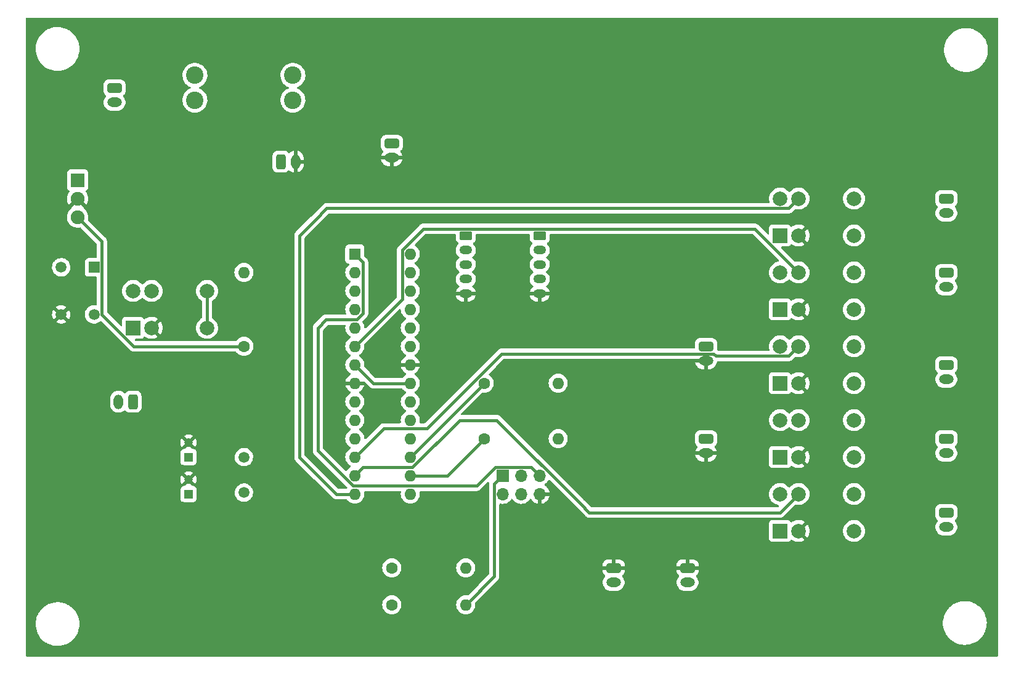
<source format=gbr>
%TF.GenerationSoftware,KiCad,Pcbnew,(5.99.0-7843-ge1f76ea2ab)*%
%TF.CreationDate,2021-01-07T03:20:18-05:00*%
%TF.ProjectId,CaRFID,43615246-4944-42e6-9b69-6361645f7063,rev?*%
%TF.SameCoordinates,Original*%
%TF.FileFunction,Copper,L2,Bot*%
%TF.FilePolarity,Positive*%
%FSLAX46Y46*%
G04 Gerber Fmt 4.6, Leading zero omitted, Abs format (unit mm)*
G04 Created by KiCad (PCBNEW (5.99.0-7843-ge1f76ea2ab)) date 2021-01-07 03:20:18*
%MOMM*%
%LPD*%
G01*
G04 APERTURE LIST*
G04 Aperture macros list*
%AMRoundRect*
0 Rectangle with rounded corners*
0 $1 Rounding radius*
0 $2 $3 $4 $5 $6 $7 $8 $9 X,Y pos of 4 corners*
0 Add a 4 corners polygon primitive as box body*
4,1,4,$2,$3,$4,$5,$6,$7,$8,$9,$2,$3,0*
0 Add four circle primitives for the rounded corners*
1,1,$1+$1,$2,$3,0*
1,1,$1+$1,$4,$5,0*
1,1,$1+$1,$6,$7,0*
1,1,$1+$1,$8,$9,0*
0 Add four rect primitives between the rounded corners*
20,1,$1+$1,$2,$3,$4,$5,0*
20,1,$1+$1,$4,$5,$6,$7,0*
20,1,$1+$1,$6,$7,$8,$9,0*
20,1,$1+$1,$8,$9,$2,$3,0*%
G04 Aperture macros list end*
%TA.AperFunction,ComponentPad*%
%ADD10R,1.200000X1.200000*%
%TD*%
%TA.AperFunction,ComponentPad*%
%ADD11C,1.200000*%
%TD*%
%TA.AperFunction,ComponentPad*%
%ADD12R,2.000000X2.000000*%
%TD*%
%TA.AperFunction,ComponentPad*%
%ADD13C,2.000000*%
%TD*%
%TA.AperFunction,ComponentPad*%
%ADD14R,1.700000X1.700000*%
%TD*%
%TA.AperFunction,ComponentPad*%
%ADD15O,1.700000X1.700000*%
%TD*%
%TA.AperFunction,ComponentPad*%
%ADD16RoundRect,0.250000X-0.750000X-0.400000X0.750000X-0.400000X0.750000X0.400000X-0.750000X0.400000X0*%
%TD*%
%TA.AperFunction,ComponentPad*%
%ADD17O,2.000000X1.300000*%
%TD*%
%TA.AperFunction,ComponentPad*%
%ADD18R,1.600000X1.600000*%
%TD*%
%TA.AperFunction,ComponentPad*%
%ADD19O,1.600000X1.600000*%
%TD*%
%TA.AperFunction,ComponentPad*%
%ADD20RoundRect,0.250000X0.400000X-0.750000X0.400000X0.750000X-0.400000X0.750000X-0.400000X-0.750000X0*%
%TD*%
%TA.AperFunction,ComponentPad*%
%ADD21O,1.300000X2.000000*%
%TD*%
%TA.AperFunction,ComponentPad*%
%ADD22C,1.600000*%
%TD*%
%TA.AperFunction,ComponentPad*%
%ADD23R,1.910000X1.910000*%
%TD*%
%TA.AperFunction,ComponentPad*%
%ADD24C,1.910000*%
%TD*%
%TA.AperFunction,ComponentPad*%
%ADD25RoundRect,0.250000X-0.400000X0.750000X-0.400000X-0.750000X0.400000X-0.750000X0.400000X0.750000X0*%
%TD*%
%TA.AperFunction,ComponentPad*%
%ADD26C,2.400000*%
%TD*%
%TA.AperFunction,ComponentPad*%
%ADD27RoundRect,0.249600X-0.750400X-0.400400X0.750400X-0.400400X0.750400X0.400400X-0.750400X0.400400X0*%
%TD*%
%TA.AperFunction,ComponentPad*%
%ADD28R,1.498000X1.498000*%
%TD*%
%TA.AperFunction,ComponentPad*%
%ADD29C,1.498000*%
%TD*%
%TA.AperFunction,ComponentPad*%
%ADD30RoundRect,0.250000X-0.625000X0.350000X-0.625000X-0.350000X0.625000X-0.350000X0.625000X0.350000X0*%
%TD*%
%TA.AperFunction,ComponentPad*%
%ADD31O,1.750000X1.200000*%
%TD*%
%TA.AperFunction,ComponentPad*%
%ADD32C,1.500000*%
%TD*%
%TA.AperFunction,Conductor*%
%ADD33C,0.400000*%
%TD*%
G04 APERTURE END LIST*
D10*
%TO.P,C1,1*%
%TO.N,Net-(C1-Pad1)*%
X38100000Y-101600000D03*
D11*
%TO.P,C1,2*%
%TO.N,GND*%
X38100000Y-99600000D03*
%TD*%
D12*
%TO.P,K4,1*%
%TO.N,Net-(K4-Pad1)*%
X119380000Y-91440000D03*
D13*
%TO.P,K4,2*%
%TO.N,GND*%
X121920000Y-91440000D03*
%TO.P,K4,5*%
%TO.N,Net-(J12-Pad2)*%
X129540000Y-91440000D03*
%TO.P,K4,6*%
X129540000Y-86360000D03*
%TO.P,K4,9*%
%TO.N,Net-(K4-Pad9)*%
X121920000Y-86360000D03*
%TO.P,K4,10*%
%TO.N,Net-(J12-Pad1)*%
X119380000Y-86360000D03*
%TD*%
D12*
%TO.P,K2,1*%
%TO.N,Net-(K2-Pad1)*%
X119380000Y-71120000D03*
D13*
%TO.P,K2,2*%
%TO.N,GND*%
X121920000Y-71120000D03*
%TO.P,K2,5*%
%TO.N,Net-(J10-Pad2)*%
X129540000Y-71120000D03*
%TO.P,K2,6*%
X129540000Y-66040000D03*
%TO.P,K2,9*%
%TO.N,Net-(K2-Pad9)*%
X121920000Y-66040000D03*
%TO.P,K2,10*%
%TO.N,Net-(J10-Pad1)*%
X119380000Y-66040000D03*
%TD*%
D14*
%TO.P,J4,1,MISO*%
%TO.N,Net-(J4-Pad1)*%
X81280000Y-104140000D03*
D15*
%TO.P,J4,2,VCC*%
%TO.N,Net-(J4-Pad2)*%
X81280000Y-106680000D03*
%TO.P,J4,3,SCK*%
%TO.N,Net-(J4-Pad3)*%
X83820000Y-104140000D03*
%TO.P,J4,4,MOSI*%
%TO.N,Net-(J4-Pad4)*%
X83820000Y-106680000D03*
%TO.P,J4,5,~RST*%
%TO.N,Net-(J4-Pad5)*%
X86360000Y-104140000D03*
%TO.P,J4,6,GND*%
%TO.N,GND*%
X86360000Y-106680000D03*
%TD*%
D16*
%TO.P,J13,1,Pin_1*%
%TO.N,Net-(J13-Pad1)*%
X142240000Y-99060000D03*
D17*
%TO.P,J13,2,Pin_2*%
%TO.N,Net-(J13-Pad2)*%
X142240000Y-101060000D03*
%TD*%
D16*
%TO.P,D1,1,Pin_1*%
%TO.N,Net-(D1-Pad1)*%
X109220000Y-86360000D03*
D17*
%TO.P,D1,2,Pin_2*%
%TO.N,GND*%
X109220000Y-88360000D03*
%TD*%
D12*
%TO.P,K6,1*%
%TO.N,Net-(K6-Pad1)*%
X119380000Y-111760000D03*
D13*
%TO.P,K6,2*%
%TO.N,GND*%
X121920000Y-111760000D03*
%TO.P,K6,5*%
%TO.N,Net-(J14-Pad2)*%
X129540000Y-111760000D03*
%TO.P,K6,6*%
X129540000Y-106680000D03*
%TO.P,K6,9*%
%TO.N,Net-(K6-Pad9)*%
X121920000Y-106680000D03*
%TO.P,K6,10*%
%TO.N,Net-(J14-Pad1)*%
X119380000Y-106680000D03*
%TD*%
D18*
%TO.P,U2,1,~RESET~/PC6*%
%TO.N,Net-(J4-Pad5)*%
X60960000Y-73660000D03*
D19*
%TO.P,U2,2,PD0*%
%TO.N,Net-(U2-Pad2)*%
X60960000Y-76200000D03*
%TO.P,U2,3,PD1*%
%TO.N,Net-(K1-Pad9)*%
X60960000Y-78740000D03*
%TO.P,U2,4,PD2*%
%TO.N,Net-(J5-Pad1)*%
X60960000Y-81280000D03*
%TO.P,U2,5,PD3*%
%TO.N,Net-(U2-Pad5)*%
X60960000Y-83820000D03*
%TO.P,U2,6,PD4*%
%TO.N,Net-(K3-Pad9)*%
X60960000Y-86360000D03*
%TO.P,U2,7,VCC*%
%TO.N,Net-(J4-Pad2)*%
X60960000Y-88900000D03*
%TO.P,U2,8,GND*%
%TO.N,GND*%
X60960000Y-91440000D03*
%TO.P,U2,9,XTAL1/PB6*%
%TO.N,Net-(C1-Pad1)*%
X60960000Y-93980000D03*
%TO.P,U2,10,XTAL2/PB7*%
%TO.N,Net-(C2-Pad1)*%
X60960000Y-96520000D03*
%TO.P,U2,11,PD5*%
%TO.N,Net-(K5-Pad9)*%
X60960000Y-99060000D03*
%TO.P,U2,12,PD6*%
%TO.N,Net-(K4-Pad9)*%
X60960000Y-101600000D03*
%TO.P,U2,13,PD7*%
%TO.N,Net-(K6-Pad9)*%
X60960000Y-104140000D03*
%TO.P,U2,14,PB0*%
%TO.N,Net-(K2-Pad9)*%
X60960000Y-106680000D03*
%TO.P,U2,15,PB1*%
%TO.N,Net-(U2-Pad15)*%
X68580000Y-106680000D03*
%TO.P,U2,16,PB2*%
%TO.N,Net-(R5-Pad1)*%
X68580000Y-104140000D03*
%TO.P,U2,17,PB3*%
%TO.N,Net-(J4-Pad4)*%
X68580000Y-101600000D03*
%TO.P,U2,18,PB4*%
%TO.N,Net-(J4-Pad1)*%
X68580000Y-99060000D03*
%TO.P,U2,19,PB5*%
%TO.N,Net-(J4-Pad3)*%
X68580000Y-96520000D03*
%TO.P,U2,20,AVCC*%
%TO.N,Net-(J4-Pad2)*%
X68580000Y-93980000D03*
%TO.P,U2,21,AREF*%
X68580000Y-91440000D03*
%TO.P,U2,22,GND*%
%TO.N,GND*%
X68580000Y-88900000D03*
%TO.P,U2,23,PC0*%
%TO.N,Net-(U2-Pad23)*%
X68580000Y-86360000D03*
%TO.P,U2,24,PC1*%
%TO.N,Net-(U2-Pad24)*%
X68580000Y-83820000D03*
%TO.P,U2,25,PC2*%
%TO.N,Net-(U2-Pad25)*%
X68580000Y-81280000D03*
%TO.P,U2,26,PC3*%
%TO.N,Net-(U2-Pad26)*%
X68580000Y-78740000D03*
%TO.P,U2,27,PC4*%
%TO.N,Net-(J5-Pad3)*%
X68580000Y-76200000D03*
%TO.P,U2,28,PC5*%
%TO.N,Net-(J5-Pad2)*%
X68580000Y-73660000D03*
%TD*%
D20*
%TO.P,J1,1,Pin_1*%
%TO.N,Net-(J1-Pad1)*%
X50800000Y-60960000D03*
D21*
%TO.P,J1,2,Pin_2*%
%TO.N,GND*%
X52800000Y-60960000D03*
%TD*%
D22*
%TO.P,R2,1*%
%TO.N,Net-(J4-Pad2)*%
X66040000Y-116840000D03*
D19*
%TO.P,R2,2*%
%TO.N,Net-(J4-Pad3)*%
X76200000Y-116840000D03*
%TD*%
D16*
%TO.P,J9,1,Pin_1*%
%TO.N,GND*%
X96520000Y-116840000D03*
D17*
%TO.P,J9,2,Pin_2*%
%TO.N,Net-(J4-Pad1)*%
X96520000Y-118840000D03*
%TD*%
D22*
%TO.P,R1,1*%
%TO.N,Net-(J4-Pad2)*%
X45720000Y-86360000D03*
D19*
%TO.P,R1,2*%
%TO.N,Net-(J4-Pad5)*%
X45720000Y-76200000D03*
%TD*%
D12*
%TO.P,K3,1*%
%TO.N,Net-(K3-Pad1)*%
X119380000Y-81280000D03*
D13*
%TO.P,K3,2*%
%TO.N,GND*%
X121920000Y-81280000D03*
%TO.P,K3,5*%
%TO.N,Net-(J11-Pad2)*%
X129540000Y-81280000D03*
%TO.P,K3,6*%
X129540000Y-76200000D03*
%TO.P,K3,9*%
%TO.N,Net-(K3-Pad9)*%
X121920000Y-76200000D03*
%TO.P,K3,10*%
%TO.N,Net-(J11-Pad1)*%
X119380000Y-76200000D03*
%TD*%
D23*
%TO.P,U1,1,IN*%
%TO.N,Net-(J1-Pad1)*%
X22860000Y-63500000D03*
D24*
%TO.P,U1,2,GND*%
%TO.N,GND*%
X22860000Y-66040000D03*
%TO.P,U1,3,OUT*%
%TO.N,Net-(J4-Pad2)*%
X22860000Y-68580000D03*
%TD*%
D22*
%TO.P,R4,1*%
%TO.N,Net-(J4-Pad4)*%
X78740000Y-91440000D03*
D19*
%TO.P,R4,2*%
%TO.N,Net-(D1-Pad1)*%
X88900000Y-91440000D03*
%TD*%
D16*
%TO.P,D2,1,Pin_1*%
%TO.N,Net-(D2-Pad1)*%
X109220000Y-99060000D03*
D17*
%TO.P,D2,2,Pin_2*%
%TO.N,GND*%
X109220000Y-101060000D03*
%TD*%
D25*
%TO.P,J7,1,Pin_1*%
%TO.N,Net-(J7-Pad1)*%
X30480000Y-93980000D03*
D21*
%TO.P,J7,2,Pin_2*%
%TO.N,Net-(J7-Pad2)*%
X28480000Y-93980000D03*
%TD*%
D26*
%TO.P,F1,1*%
%TO.N,Net-(F1-Pad1)*%
X38985000Y-49100000D03*
%TO.P,F1,2*%
X38985000Y-52500000D03*
%TO.P,F1,3*%
%TO.N,+12V*%
X52455000Y-49100000D03*
%TO.P,F1,4*%
X52455000Y-52500000D03*
%TD*%
D22*
%TO.P,R3,1*%
%TO.N,Net-(J4-Pad2)*%
X66040000Y-121920000D03*
D19*
%TO.P,R3,2*%
%TO.N,Net-(J4-Pad1)*%
X76200000Y-121920000D03*
%TD*%
D16*
%TO.P,J14,1,Pin_1*%
%TO.N,Net-(J14-Pad1)*%
X142240000Y-109220000D03*
D17*
%TO.P,J14,2,Pin_2*%
%TO.N,Net-(J14-Pad2)*%
X142240000Y-111220000D03*
%TD*%
D16*
%TO.P,J8,1,Pin_1*%
%TO.N,GND*%
X106680000Y-116840000D03*
D17*
%TO.P,J8,2,Pin_2*%
%TO.N,Net-(J4-Pad3)*%
X106680000Y-118840000D03*
%TD*%
D16*
%TO.P,J11,1,Pin_1*%
%TO.N,Net-(J11-Pad1)*%
X142240000Y-76200000D03*
D17*
%TO.P,J11,2,Pin_2*%
%TO.N,Net-(J11-Pad2)*%
X142240000Y-78200000D03*
%TD*%
D27*
%TO.P,J2,1,Pin_1*%
%TO.N,Net-(F1-Pad1)*%
X27940000Y-50800000D03*
D17*
%TO.P,J2,2,Pin_2*%
%TO.N,Net-(J1-Pad1)*%
X27940000Y-52800000D03*
%TD*%
D16*
%TO.P,J10,1,Pin_1*%
%TO.N,Net-(J10-Pad1)*%
X142240000Y-66040000D03*
D17*
%TO.P,J10,2,Pin_2*%
%TO.N,Net-(J10-Pad2)*%
X142240000Y-68040000D03*
%TD*%
D28*
%TO.P,SW1,1*%
%TO.N,Net-(J4-Pad5)*%
X25110000Y-75490000D03*
D29*
%TO.P,SW1,2*%
%TO.N,Net-(SW1-Pad2)*%
X25110000Y-81990000D03*
%TO.P,SW1,3*%
%TO.N,Net-(SW1-Pad3)*%
X20610000Y-75490000D03*
%TO.P,SW1,4*%
%TO.N,GND*%
X20610000Y-81990000D03*
%TD*%
D22*
%TO.P,R5,1*%
%TO.N,Net-(R5-Pad1)*%
X78740000Y-99060000D03*
D19*
%TO.P,R5,2*%
%TO.N,Net-(D2-Pad1)*%
X88900000Y-99060000D03*
%TD*%
D27*
%TO.P,J3,1,Pin_1*%
%TO.N,+12V*%
X66040000Y-58420000D03*
D17*
%TO.P,J3,2,Pin_2*%
%TO.N,GND*%
X66040000Y-60420000D03*
%TD*%
D12*
%TO.P,K5,1*%
%TO.N,Net-(K5-Pad1)*%
X119380000Y-101600000D03*
D13*
%TO.P,K5,2*%
%TO.N,GND*%
X121920000Y-101600000D03*
%TO.P,K5,5*%
%TO.N,Net-(J13-Pad2)*%
X129540000Y-101600000D03*
%TO.P,K5,6*%
X129540000Y-96520000D03*
%TO.P,K5,9*%
%TO.N,Net-(K5-Pad9)*%
X121920000Y-96520000D03*
%TO.P,K5,10*%
%TO.N,Net-(J13-Pad1)*%
X119380000Y-96520000D03*
%TD*%
D12*
%TO.P,K1,1*%
%TO.N,Net-(K1-Pad1)*%
X30480000Y-83820000D03*
D13*
%TO.P,K1,2*%
%TO.N,GND*%
X33020000Y-83820000D03*
%TO.P,K1,5*%
%TO.N,Net-(J7-Pad1)*%
X40640000Y-83820000D03*
%TO.P,K1,6*%
X40640000Y-78740000D03*
%TO.P,K1,9*%
%TO.N,Net-(K1-Pad9)*%
X33020000Y-78740000D03*
%TO.P,K1,10*%
%TO.N,Net-(J7-Pad2)*%
X30480000Y-78740000D03*
%TD*%
D30*
%TO.P,J5,1,Pin_1*%
%TO.N,Net-(J5-Pad1)*%
X76200000Y-71120000D03*
D31*
%TO.P,J5,2,Pin_2*%
%TO.N,Net-(J5-Pad2)*%
X76200000Y-73120000D03*
%TO.P,J5,3,Pin_3*%
%TO.N,Net-(J5-Pad3)*%
X76200000Y-75120000D03*
%TO.P,J5,4,Pin_4*%
%TO.N,Net-(J4-Pad2)*%
X76200000Y-77120000D03*
%TO.P,J5,5,Pin_5*%
%TO.N,GND*%
X76200000Y-79120000D03*
%TD*%
D30*
%TO.P,J6,1,Pin_1*%
%TO.N,Net-(J5-Pad1)*%
X86360000Y-71120000D03*
D31*
%TO.P,J6,2,Pin_2*%
%TO.N,Net-(J5-Pad2)*%
X86360000Y-73120000D03*
%TO.P,J6,3,Pin_3*%
%TO.N,Net-(J5-Pad3)*%
X86360000Y-75120000D03*
%TO.P,J6,4,Pin_4*%
%TO.N,Net-(J4-Pad2)*%
X86360000Y-77120000D03*
%TO.P,J6,5,Pin_5*%
%TO.N,GND*%
X86360000Y-79120000D03*
%TD*%
D32*
%TO.P,Y1,1,1*%
%TO.N,Net-(C1-Pad1)*%
X45720000Y-101600000D03*
%TO.P,Y1,2,2*%
%TO.N,Net-(C2-Pad1)*%
X45720000Y-106480000D03*
%TD*%
D16*
%TO.P,J12,1,Pin_1*%
%TO.N,Net-(J12-Pad1)*%
X142240000Y-88900000D03*
D17*
%TO.P,J12,2,Pin_2*%
%TO.N,Net-(J12-Pad2)*%
X142240000Y-90900000D03*
%TD*%
D10*
%TO.P,C2,1*%
%TO.N,Net-(C2-Pad1)*%
X38100000Y-106680000D03*
D11*
%TO.P,C2,2*%
%TO.N,GND*%
X38100000Y-104680000D03*
%TD*%
D33*
%TO.N,Net-(K3-Pad9)*%
X60960000Y-86360000D02*
X67452999Y-79867001D01*
X115912990Y-70192990D02*
X121920000Y-76200000D01*
X70379048Y-70192990D02*
X115912990Y-70192990D01*
X67452999Y-79867001D02*
X67452999Y-73119039D01*
X67452999Y-73119039D02*
X70379048Y-70192990D01*
%TO.N,Net-(K4-Pad9)*%
X75659999Y-92854999D02*
X70867997Y-97647001D01*
X121920000Y-86360000D02*
X120592999Y-87687001D01*
X81132008Y-87382990D02*
X75659999Y-92854999D01*
X64912999Y-97647001D02*
X60960000Y-101600000D01*
X120592999Y-87687001D02*
X110558999Y-87687001D01*
X70867997Y-97647001D02*
X64912999Y-97647001D01*
X110254988Y-87382990D02*
X81227968Y-87382990D01*
X110558999Y-87687001D02*
X110254988Y-87382990D01*
X81227968Y-87382990D02*
X81132008Y-87382990D01*
%TO.N,Net-(K2-Pad9)*%
X58420000Y-106680000D02*
X60960000Y-106680000D01*
X53340000Y-71120000D02*
X53340000Y-99111410D01*
X120592999Y-67367001D02*
X57096999Y-67367001D01*
X121920000Y-66040000D02*
X120592999Y-67367001D01*
X57096999Y-67367001D02*
X57094999Y-67365001D01*
X58420000Y-106680000D02*
X55880000Y-104140000D01*
X57094999Y-67365001D02*
X55429990Y-69030010D01*
X53340000Y-99111410D02*
X53340000Y-101600000D01*
X55429990Y-69030010D02*
X53340000Y-71120000D01*
X55880000Y-104140000D02*
X53340000Y-101600000D01*
%TO.N,Net-(J4-Pad1)*%
X80102999Y-115662999D02*
X80102999Y-118017001D01*
X80102999Y-105317001D02*
X81280000Y-104140000D01*
X80102999Y-115662999D02*
X80102999Y-105317001D01*
X80102999Y-118017001D02*
X76200000Y-121920000D01*
%TO.N,Net-(J4-Pad2)*%
X30557538Y-86360000D02*
X26186001Y-81988463D01*
X60960000Y-88900000D02*
X63500000Y-91440000D01*
X26186001Y-81988463D02*
X26186001Y-71906001D01*
X63500000Y-91440000D02*
X68580000Y-91440000D01*
X26186001Y-71906001D02*
X22860000Y-68580000D01*
X45720000Y-86360000D02*
X30557538Y-86360000D01*
%TO.N,Net-(J4-Pad4)*%
X78740000Y-91440000D02*
X68580000Y-101600000D01*
%TO.N,Net-(J4-Pad5)*%
X61214963Y-82692999D02*
X57007001Y-82692999D01*
X77705365Y-105552171D02*
X77705365Y-105554999D01*
X57007001Y-82692999D02*
X57005001Y-82694999D01*
X57005001Y-82694999D02*
X55880000Y-83820000D01*
X62087001Y-74787001D02*
X62087001Y-81820961D01*
X60704209Y-105552171D02*
X55880000Y-100727962D01*
X85184990Y-102964990D02*
X86360000Y-104140000D01*
X77705365Y-105552171D02*
X60704209Y-105552171D01*
X62087001Y-81820961D02*
X61214963Y-82692999D01*
X60960000Y-73660000D02*
X62087001Y-74787001D01*
X80294537Y-102962999D02*
X77705365Y-105552171D01*
X85184990Y-102964990D02*
X85182999Y-102962999D01*
X85182999Y-102962999D02*
X80294537Y-102962999D01*
X55880000Y-83820000D02*
X55880000Y-99060000D01*
X55880000Y-100727962D02*
X55880000Y-99060000D01*
%TO.N,Net-(J7-Pad1)*%
X40640000Y-78740000D02*
X40640000Y-83820000D01*
%TO.N,Net-(K6-Pad9)*%
X91964003Y-108005001D02*
X80479002Y-96520000D01*
X80479002Y-96520000D02*
X75325002Y-96520000D01*
X119380000Y-109220000D02*
X93179002Y-109220000D01*
X75325002Y-96520000D02*
X68832003Y-103012999D01*
X93179002Y-109220000D02*
X91964003Y-108005001D01*
X121920000Y-106680000D02*
X119380000Y-109220000D01*
X62087001Y-103012999D02*
X60960000Y-104140000D01*
X68832003Y-103012999D02*
X62087001Y-103012999D01*
%TO.N,Net-(R5-Pad1)*%
X73660000Y-104140000D02*
X68580000Y-104140000D01*
X78740000Y-99060000D02*
X73660000Y-104140000D01*
%TD*%
%TA.AperFunction,Conductor*%
%TO.N,GND*%
G36*
X149294121Y-41168002D02*
G01*
X149340614Y-41221658D01*
X149352000Y-41274000D01*
X149352000Y-128906000D01*
X149331998Y-128974121D01*
X149278342Y-129020614D01*
X149226000Y-129032000D01*
X15874000Y-129032000D01*
X15805879Y-129011998D01*
X15759386Y-128958342D01*
X15748000Y-128906000D01*
X15748000Y-124474977D01*
X17092487Y-124474977D01*
X17101567Y-124821739D01*
X17150443Y-125165160D01*
X17238467Y-125500686D01*
X17364472Y-125823872D01*
X17526787Y-126130433D01*
X17528837Y-126133416D01*
X17528839Y-126133419D01*
X17721206Y-126413315D01*
X17721212Y-126413322D01*
X17723263Y-126416307D01*
X17951294Y-126677704D01*
X18207858Y-126911159D01*
X18210806Y-126913277D01*
X18210808Y-126913279D01*
X18274475Y-126959028D01*
X18489554Y-127113578D01*
X18492733Y-127115348D01*
X18492734Y-127115348D01*
X18521277Y-127131235D01*
X18792649Y-127282278D01*
X19113125Y-127415024D01*
X19116619Y-127416019D01*
X19116621Y-127416020D01*
X19443233Y-127509058D01*
X19443238Y-127509059D01*
X19446734Y-127510055D01*
X19643411Y-127542262D01*
X19785475Y-127565526D01*
X19785482Y-127565527D01*
X19789056Y-127566112D01*
X19962303Y-127574282D01*
X20131924Y-127582282D01*
X20131925Y-127582282D01*
X20135551Y-127582453D01*
X20147033Y-127581670D01*
X20477998Y-127559108D01*
X20478006Y-127559107D01*
X20481629Y-127558860D01*
X20485205Y-127558197D01*
X20485207Y-127558197D01*
X20819136Y-127496307D01*
X20819140Y-127496306D01*
X20822701Y-127495646D01*
X21154248Y-127393649D01*
X21471873Y-127254221D01*
X21492293Y-127242289D01*
X21768229Y-127081045D01*
X21768231Y-127081044D01*
X21771369Y-127079210D01*
X21977295Y-126924596D01*
X22045857Y-126873118D01*
X22045861Y-126873115D01*
X22048764Y-126870935D01*
X22300382Y-126632158D01*
X22522889Y-126366044D01*
X22524877Y-126363018D01*
X22711348Y-126079144D01*
X22711353Y-126079135D01*
X22713335Y-126076118D01*
X22841903Y-125820490D01*
X22867568Y-125769461D01*
X22867571Y-125769453D01*
X22869195Y-125766225D01*
X22923792Y-125617031D01*
X22987156Y-125443882D01*
X22987157Y-125443878D01*
X22988404Y-125440471D01*
X23069381Y-125103174D01*
X23087400Y-124954276D01*
X23110717Y-124761603D01*
X23110718Y-124761592D01*
X23111055Y-124758806D01*
X23117000Y-124569618D01*
X23116839Y-124566822D01*
X23102755Y-124322547D01*
X141768487Y-124322547D01*
X141768582Y-124326177D01*
X141768582Y-124326179D01*
X141775030Y-124572415D01*
X141777567Y-124669309D01*
X141826443Y-125012730D01*
X141914467Y-125348256D01*
X142040472Y-125671442D01*
X142042169Y-125674647D01*
X142119389Y-125820490D01*
X142202787Y-125978003D01*
X142204837Y-125980986D01*
X142204839Y-125980989D01*
X142397206Y-126260885D01*
X142397212Y-126260892D01*
X142399263Y-126263877D01*
X142627294Y-126525274D01*
X142883858Y-126758729D01*
X143165554Y-126961148D01*
X143468649Y-127129848D01*
X143789125Y-127262594D01*
X143792619Y-127263589D01*
X143792621Y-127263590D01*
X144119233Y-127356628D01*
X144119238Y-127356629D01*
X144122734Y-127357625D01*
X144319411Y-127389832D01*
X144461475Y-127413096D01*
X144461482Y-127413097D01*
X144465056Y-127413682D01*
X144638303Y-127421852D01*
X144807924Y-127429852D01*
X144807925Y-127429852D01*
X144811551Y-127430023D01*
X144823033Y-127429240D01*
X145153998Y-127406678D01*
X145154006Y-127406677D01*
X145157629Y-127406430D01*
X145161205Y-127405767D01*
X145161207Y-127405767D01*
X145495136Y-127343877D01*
X145495140Y-127343876D01*
X145498701Y-127343216D01*
X145830248Y-127241219D01*
X146147873Y-127101791D01*
X146190254Y-127077026D01*
X146444229Y-126928615D01*
X146444231Y-126928614D01*
X146447369Y-126926780D01*
X146525078Y-126868434D01*
X146721857Y-126720688D01*
X146721861Y-126720685D01*
X146724764Y-126718505D01*
X146976382Y-126479728D01*
X147198889Y-126213614D01*
X147200877Y-126210588D01*
X147387348Y-125926714D01*
X147387353Y-125926705D01*
X147389335Y-125923688D01*
X147517903Y-125668060D01*
X147543568Y-125617031D01*
X147543571Y-125617023D01*
X147545195Y-125613795D01*
X147608623Y-125440471D01*
X147663156Y-125291452D01*
X147663157Y-125291448D01*
X147664404Y-125288041D01*
X147745381Y-124950744D01*
X147760993Y-124821739D01*
X147786717Y-124609173D01*
X147786718Y-124609162D01*
X147787055Y-124606376D01*
X147793000Y-124417188D01*
X147792839Y-124414392D01*
X147773241Y-124074502D01*
X147773240Y-124074497D01*
X147773032Y-124070882D01*
X147740620Y-123885170D01*
X147714017Y-123732740D01*
X147714015Y-123732733D01*
X147713393Y-123729167D01*
X147687255Y-123640924D01*
X147615906Y-123400056D01*
X147614874Y-123396571D01*
X147478780Y-123077502D01*
X147306914Y-122776191D01*
X147301044Y-122768199D01*
X147103696Y-122499543D01*
X147103694Y-122499541D01*
X147101556Y-122496630D01*
X146865427Y-122242524D01*
X146862667Y-122240167D01*
X146862661Y-122240161D01*
X146604413Y-122019597D01*
X146601657Y-122017243D01*
X146313742Y-121823772D01*
X146310533Y-121822116D01*
X146310525Y-121822111D01*
X146008718Y-121666338D01*
X146008719Y-121666338D01*
X146005498Y-121664676D01*
X145681010Y-121542062D01*
X145677489Y-121541178D01*
X145677484Y-121541176D01*
X145348096Y-121458440D01*
X145348093Y-121458440D01*
X145344580Y-121457557D01*
X145195484Y-121437928D01*
X145004269Y-121412753D01*
X145004265Y-121412753D01*
X145000667Y-121412279D01*
X144877244Y-121410340D01*
X144657471Y-121406888D01*
X144657467Y-121406888D01*
X144653829Y-121406831D01*
X144650215Y-121407192D01*
X144650209Y-121407192D01*
X144406527Y-121431515D01*
X144308663Y-121441283D01*
X143969745Y-121515179D01*
X143966318Y-121516352D01*
X143966312Y-121516354D01*
X143644997Y-121626365D01*
X143644992Y-121626367D01*
X143641566Y-121627540D01*
X143638298Y-121629099D01*
X143638290Y-121629102D01*
X143501198Y-121694492D01*
X143328476Y-121776876D01*
X143325397Y-121778807D01*
X143325396Y-121778808D01*
X143256365Y-121822111D01*
X143034626Y-121961208D01*
X143031792Y-121963478D01*
X143031787Y-121963482D01*
X142861953Y-122099545D01*
X142763909Y-122178093D01*
X142700149Y-122242524D01*
X142580005Y-122363933D01*
X142519915Y-122424655D01*
X142305877Y-122697628D01*
X142124633Y-122993393D01*
X142123106Y-122996683D01*
X142123101Y-122996692D01*
X142049288Y-123155709D01*
X141978583Y-123308029D01*
X141977443Y-123311476D01*
X141927032Y-123463906D01*
X141869665Y-123637366D01*
X141799322Y-123977040D01*
X141798999Y-123980662D01*
X141798998Y-123980667D01*
X141777662Y-124219743D01*
X141768487Y-124322547D01*
X23102755Y-124322547D01*
X23097241Y-124226932D01*
X23097240Y-124226927D01*
X23097032Y-124223312D01*
X23080032Y-124125905D01*
X23038017Y-123885170D01*
X23038015Y-123885163D01*
X23037393Y-123881597D01*
X23011255Y-123793354D01*
X22939906Y-123552486D01*
X22938874Y-123549001D01*
X22802780Y-123229932D01*
X22630914Y-122928621D01*
X22575475Y-122853149D01*
X22427696Y-122651973D01*
X22427694Y-122651971D01*
X22425556Y-122649060D01*
X22189427Y-122394954D01*
X22186667Y-122392597D01*
X22186661Y-122392591D01*
X21938536Y-122180673D01*
X21925657Y-122169673D01*
X21637742Y-121976202D01*
X21634533Y-121974546D01*
X21634525Y-121974541D01*
X21528853Y-121920000D01*
X64726500Y-121920000D01*
X64746455Y-122148087D01*
X64747879Y-122153400D01*
X64747879Y-122153402D01*
X64771760Y-122242524D01*
X64805714Y-122369243D01*
X64808036Y-122374224D01*
X64808037Y-122374225D01*
X64900150Y-122571763D01*
X64900153Y-122571768D01*
X64902476Y-122576750D01*
X64905632Y-122581257D01*
X64905633Y-122581259D01*
X64989280Y-122700719D01*
X65033801Y-122764302D01*
X65195698Y-122926199D01*
X65200206Y-122929356D01*
X65200209Y-122929358D01*
X65378741Y-123054367D01*
X65383250Y-123057524D01*
X65388232Y-123059847D01*
X65388237Y-123059850D01*
X65585775Y-123151963D01*
X65590757Y-123154286D01*
X65596065Y-123155708D01*
X65596067Y-123155709D01*
X65806598Y-123212121D01*
X65806600Y-123212121D01*
X65811913Y-123213545D01*
X66040000Y-123233500D01*
X66268087Y-123213545D01*
X66273400Y-123212121D01*
X66273402Y-123212121D01*
X66483933Y-123155709D01*
X66483935Y-123155708D01*
X66489243Y-123154286D01*
X66494225Y-123151963D01*
X66691763Y-123059850D01*
X66691768Y-123059847D01*
X66696750Y-123057524D01*
X66701259Y-123054367D01*
X66879791Y-122929358D01*
X66879794Y-122929356D01*
X66884302Y-122926199D01*
X67046199Y-122764302D01*
X67090721Y-122700719D01*
X67174367Y-122581259D01*
X67174368Y-122581257D01*
X67177524Y-122576750D01*
X67179847Y-122571768D01*
X67179850Y-122571763D01*
X67271963Y-122374225D01*
X67271964Y-122374224D01*
X67274286Y-122369243D01*
X67308241Y-122242524D01*
X67332121Y-122153402D01*
X67332121Y-122153400D01*
X67333545Y-122148087D01*
X67353500Y-121920000D01*
X67333545Y-121691913D01*
X67316296Y-121627540D01*
X67275709Y-121476067D01*
X67275708Y-121476065D01*
X67274286Y-121470757D01*
X67271963Y-121465775D01*
X67179850Y-121268237D01*
X67179847Y-121268232D01*
X67177524Y-121263250D01*
X67046199Y-121075698D01*
X66884302Y-120913801D01*
X66879794Y-120910644D01*
X66879791Y-120910642D01*
X66701259Y-120785633D01*
X66701257Y-120785632D01*
X66696750Y-120782476D01*
X66691768Y-120780153D01*
X66691763Y-120780150D01*
X66494225Y-120688037D01*
X66494224Y-120688036D01*
X66489243Y-120685714D01*
X66483935Y-120684292D01*
X66483933Y-120684291D01*
X66273402Y-120627879D01*
X66273400Y-120627879D01*
X66268087Y-120626455D01*
X66040000Y-120606500D01*
X65811913Y-120626455D01*
X65806600Y-120627879D01*
X65806598Y-120627879D01*
X65596067Y-120684291D01*
X65596065Y-120684292D01*
X65590757Y-120685714D01*
X65585776Y-120688036D01*
X65585775Y-120688037D01*
X65388237Y-120780150D01*
X65388232Y-120780153D01*
X65383250Y-120782476D01*
X65378743Y-120785632D01*
X65378741Y-120785633D01*
X65200209Y-120910642D01*
X65200206Y-120910644D01*
X65195698Y-120913801D01*
X65033801Y-121075698D01*
X64902476Y-121263250D01*
X64900153Y-121268232D01*
X64900150Y-121268237D01*
X64808037Y-121465775D01*
X64805714Y-121470757D01*
X64804292Y-121476065D01*
X64804291Y-121476067D01*
X64763704Y-121627540D01*
X64746455Y-121691913D01*
X64726500Y-121920000D01*
X21528853Y-121920000D01*
X21332718Y-121818768D01*
X21332719Y-121818768D01*
X21329498Y-121817106D01*
X21005010Y-121694492D01*
X21001489Y-121693608D01*
X21001484Y-121693606D01*
X20672096Y-121610870D01*
X20672093Y-121610870D01*
X20668580Y-121609987D01*
X20519484Y-121590358D01*
X20328269Y-121565183D01*
X20328265Y-121565183D01*
X20324667Y-121564709D01*
X20201244Y-121562770D01*
X19981471Y-121559318D01*
X19981467Y-121559318D01*
X19977829Y-121559261D01*
X19974215Y-121559622D01*
X19974209Y-121559622D01*
X19730527Y-121583945D01*
X19632663Y-121593713D01*
X19293745Y-121667609D01*
X19290318Y-121668782D01*
X19290312Y-121668784D01*
X18968997Y-121778795D01*
X18968992Y-121778797D01*
X18965566Y-121779970D01*
X18962298Y-121781529D01*
X18962290Y-121781532D01*
X18869500Y-121825791D01*
X18652476Y-121929306D01*
X18358626Y-122113638D01*
X18355792Y-122115908D01*
X18355787Y-122115912D01*
X18200699Y-122240161D01*
X18087909Y-122330523D01*
X18024149Y-122394954D01*
X17849182Y-122571763D01*
X17843915Y-122577085D01*
X17841674Y-122579943D01*
X17694063Y-122768199D01*
X17629877Y-122850058D01*
X17448633Y-123145823D01*
X17447106Y-123149113D01*
X17447101Y-123149122D01*
X17408043Y-123233266D01*
X17302583Y-123460459D01*
X17301443Y-123463906D01*
X17212535Y-123732740D01*
X17193665Y-123789796D01*
X17192929Y-123793351D01*
X17192928Y-123793354D01*
X17154138Y-123980667D01*
X17123322Y-124129470D01*
X17122999Y-124133092D01*
X17122998Y-124133097D01*
X17097894Y-124414392D01*
X17092487Y-124474977D01*
X15748000Y-124474977D01*
X15748000Y-116840000D01*
X64726500Y-116840000D01*
X64746455Y-117068087D01*
X64747879Y-117073400D01*
X64747879Y-117073402D01*
X64757029Y-117107548D01*
X64805714Y-117289243D01*
X64808036Y-117294224D01*
X64808037Y-117294225D01*
X64900150Y-117491763D01*
X64900153Y-117491768D01*
X64902476Y-117496750D01*
X64905632Y-117501257D01*
X64905633Y-117501259D01*
X64966202Y-117587760D01*
X65033801Y-117684302D01*
X65195698Y-117846199D01*
X65200206Y-117849356D01*
X65200209Y-117849358D01*
X65378741Y-117974367D01*
X65383250Y-117977524D01*
X65388232Y-117979847D01*
X65388237Y-117979850D01*
X65547727Y-118054221D01*
X65590757Y-118074286D01*
X65596065Y-118075708D01*
X65596067Y-118075709D01*
X65806598Y-118132121D01*
X65806600Y-118132121D01*
X65811913Y-118133545D01*
X66040000Y-118153500D01*
X66268087Y-118133545D01*
X66273400Y-118132121D01*
X66273402Y-118132121D01*
X66483933Y-118075709D01*
X66483935Y-118075708D01*
X66489243Y-118074286D01*
X66532273Y-118054221D01*
X66691763Y-117979850D01*
X66691768Y-117979847D01*
X66696750Y-117977524D01*
X66701259Y-117974367D01*
X66879791Y-117849358D01*
X66879794Y-117849356D01*
X66884302Y-117846199D01*
X67046199Y-117684302D01*
X67113799Y-117587760D01*
X67174367Y-117501259D01*
X67174368Y-117501257D01*
X67177524Y-117496750D01*
X67179847Y-117491768D01*
X67179850Y-117491763D01*
X67271963Y-117294225D01*
X67271964Y-117294224D01*
X67274286Y-117289243D01*
X67322972Y-117107548D01*
X67332121Y-117073402D01*
X67332121Y-117073400D01*
X67333545Y-117068087D01*
X67353500Y-116840000D01*
X74886500Y-116840000D01*
X74906455Y-117068087D01*
X74907879Y-117073400D01*
X74907879Y-117073402D01*
X74917029Y-117107548D01*
X74965714Y-117289243D01*
X74968036Y-117294224D01*
X74968037Y-117294225D01*
X75060150Y-117491763D01*
X75060153Y-117491768D01*
X75062476Y-117496750D01*
X75065632Y-117501257D01*
X75065633Y-117501259D01*
X75126202Y-117587760D01*
X75193801Y-117684302D01*
X75355698Y-117846199D01*
X75360206Y-117849356D01*
X75360209Y-117849358D01*
X75538741Y-117974367D01*
X75543250Y-117977524D01*
X75548232Y-117979847D01*
X75548237Y-117979850D01*
X75707727Y-118054221D01*
X75750757Y-118074286D01*
X75756065Y-118075708D01*
X75756067Y-118075709D01*
X75966598Y-118132121D01*
X75966600Y-118132121D01*
X75971913Y-118133545D01*
X76200000Y-118153500D01*
X76428087Y-118133545D01*
X76433400Y-118132121D01*
X76433402Y-118132121D01*
X76643933Y-118075709D01*
X76643935Y-118075708D01*
X76649243Y-118074286D01*
X76692273Y-118054221D01*
X76851763Y-117979850D01*
X76851768Y-117979847D01*
X76856750Y-117977524D01*
X76861259Y-117974367D01*
X77039791Y-117849358D01*
X77039794Y-117849356D01*
X77044302Y-117846199D01*
X77206199Y-117684302D01*
X77273799Y-117587760D01*
X77334367Y-117501259D01*
X77334368Y-117501257D01*
X77337524Y-117496750D01*
X77339847Y-117491768D01*
X77339850Y-117491763D01*
X77431963Y-117294225D01*
X77431964Y-117294224D01*
X77434286Y-117289243D01*
X77482972Y-117107548D01*
X77492121Y-117073402D01*
X77492121Y-117073400D01*
X77493545Y-117068087D01*
X77513500Y-116840000D01*
X77493545Y-116611913D01*
X77485030Y-116580135D01*
X77435709Y-116396067D01*
X77435708Y-116396065D01*
X77434286Y-116390757D01*
X77429822Y-116381184D01*
X77339850Y-116188237D01*
X77339847Y-116188232D01*
X77337524Y-116183250D01*
X77334367Y-116178741D01*
X77209358Y-116000209D01*
X77209356Y-116000206D01*
X77206199Y-115995698D01*
X77044302Y-115833801D01*
X77039794Y-115830644D01*
X77039791Y-115830642D01*
X76861259Y-115705633D01*
X76861257Y-115705632D01*
X76856750Y-115702476D01*
X76851768Y-115700153D01*
X76851763Y-115700150D01*
X76654225Y-115608037D01*
X76654224Y-115608036D01*
X76649243Y-115605714D01*
X76643935Y-115604292D01*
X76643933Y-115604291D01*
X76433402Y-115547879D01*
X76433400Y-115547879D01*
X76428087Y-115546455D01*
X76200000Y-115526500D01*
X75971913Y-115546455D01*
X75966600Y-115547879D01*
X75966598Y-115547879D01*
X75756067Y-115604291D01*
X75756065Y-115604292D01*
X75750757Y-115605714D01*
X75745776Y-115608036D01*
X75745775Y-115608037D01*
X75548237Y-115700150D01*
X75548232Y-115700153D01*
X75543250Y-115702476D01*
X75538743Y-115705632D01*
X75538741Y-115705633D01*
X75360209Y-115830642D01*
X75360206Y-115830644D01*
X75355698Y-115833801D01*
X75193801Y-115995698D01*
X75190644Y-116000206D01*
X75190642Y-116000209D01*
X75065633Y-116178741D01*
X75062476Y-116183250D01*
X75060153Y-116188232D01*
X75060150Y-116188237D01*
X74970178Y-116381184D01*
X74965714Y-116390757D01*
X74964292Y-116396065D01*
X74964291Y-116396067D01*
X74914970Y-116580135D01*
X74906455Y-116611913D01*
X74886500Y-116840000D01*
X67353500Y-116840000D01*
X67333545Y-116611913D01*
X67325030Y-116580135D01*
X67275709Y-116396067D01*
X67275708Y-116396065D01*
X67274286Y-116390757D01*
X67269822Y-116381184D01*
X67179850Y-116188237D01*
X67179847Y-116188232D01*
X67177524Y-116183250D01*
X67174367Y-116178741D01*
X67049358Y-116000209D01*
X67049356Y-116000206D01*
X67046199Y-115995698D01*
X66884302Y-115833801D01*
X66879794Y-115830644D01*
X66879791Y-115830642D01*
X66701259Y-115705633D01*
X66701257Y-115705632D01*
X66696750Y-115702476D01*
X66691768Y-115700153D01*
X66691763Y-115700150D01*
X66494225Y-115608037D01*
X66494224Y-115608036D01*
X66489243Y-115605714D01*
X66483935Y-115604292D01*
X66483933Y-115604291D01*
X66273402Y-115547879D01*
X66273400Y-115547879D01*
X66268087Y-115546455D01*
X66040000Y-115526500D01*
X65811913Y-115546455D01*
X65806600Y-115547879D01*
X65806598Y-115547879D01*
X65596067Y-115604291D01*
X65596065Y-115604292D01*
X65590757Y-115605714D01*
X65585776Y-115608036D01*
X65585775Y-115608037D01*
X65388237Y-115700150D01*
X65388232Y-115700153D01*
X65383250Y-115702476D01*
X65378743Y-115705632D01*
X65378741Y-115705633D01*
X65200209Y-115830642D01*
X65200206Y-115830644D01*
X65195698Y-115833801D01*
X65033801Y-115995698D01*
X65030644Y-116000206D01*
X65030642Y-116000209D01*
X64905633Y-116178741D01*
X64902476Y-116183250D01*
X64900153Y-116188232D01*
X64900150Y-116188237D01*
X64810178Y-116381184D01*
X64805714Y-116390757D01*
X64804292Y-116396065D01*
X64804291Y-116396067D01*
X64754970Y-116580135D01*
X64746455Y-116611913D01*
X64726500Y-116840000D01*
X15748000Y-116840000D01*
X15748000Y-106080000D01*
X36986500Y-106080000D01*
X36986500Y-107280000D01*
X36991727Y-107353079D01*
X37008001Y-107408502D01*
X37028154Y-107477138D01*
X37032904Y-107493316D01*
X37037775Y-107500895D01*
X37107051Y-107608691D01*
X37107053Y-107608694D01*
X37111923Y-107616271D01*
X37118733Y-107622172D01*
X37215569Y-107706082D01*
X37215572Y-107706084D01*
X37222381Y-107711984D01*
X37230579Y-107715728D01*
X37347073Y-107768929D01*
X37355330Y-107772700D01*
X37364245Y-107773982D01*
X37364246Y-107773982D01*
X37495552Y-107792861D01*
X37495559Y-107792862D01*
X37500000Y-107793500D01*
X38700000Y-107793500D01*
X38773079Y-107788273D01*
X38862237Y-107762094D01*
X38904670Y-107749635D01*
X38904672Y-107749634D01*
X38913316Y-107747096D01*
X38994422Y-107694972D01*
X39028691Y-107672949D01*
X39028694Y-107672947D01*
X39036271Y-107668077D01*
X39042172Y-107661267D01*
X39126082Y-107564431D01*
X39126084Y-107564428D01*
X39131984Y-107557619D01*
X39145421Y-107528197D01*
X39188958Y-107432864D01*
X39188958Y-107432863D01*
X39192700Y-107424670D01*
X39197194Y-107393411D01*
X39212861Y-107284448D01*
X39212862Y-107284441D01*
X39213500Y-107280000D01*
X39213500Y-106559336D01*
X44458993Y-106559336D01*
X44492972Y-106781387D01*
X44494789Y-106786694D01*
X44561587Y-106981796D01*
X44565735Y-106993912D01*
X44674984Y-107190192D01*
X44678535Y-107194530D01*
X44678538Y-107194535D01*
X44772071Y-107308810D01*
X44817264Y-107364025D01*
X44821527Y-107367666D01*
X44821532Y-107367671D01*
X44908830Y-107442230D01*
X44988078Y-107509914D01*
X45070508Y-107558082D01*
X45177181Y-107620417D01*
X45177184Y-107620418D01*
X45182028Y-107623249D01*
X45187298Y-107625178D01*
X45187299Y-107625178D01*
X45387718Y-107698521D01*
X45387722Y-107698522D01*
X45392982Y-107700447D01*
X45398499Y-107701410D01*
X45398503Y-107701411D01*
X45579037Y-107732919D01*
X45614273Y-107739069D01*
X45619879Y-107739040D01*
X45619883Y-107739040D01*
X45722937Y-107738500D01*
X45838906Y-107737893D01*
X46059780Y-107696956D01*
X46133891Y-107668952D01*
X46154228Y-107661267D01*
X46269914Y-107617553D01*
X46284722Y-107608691D01*
X46322651Y-107585991D01*
X46462667Y-107502193D01*
X46631944Y-107354523D01*
X46772396Y-107179210D01*
X46879583Y-106981796D01*
X46950117Y-106768521D01*
X46981768Y-106546126D01*
X46982171Y-106530749D01*
X46983405Y-106483631D01*
X46983405Y-106483629D01*
X46983500Y-106480000D01*
X46963531Y-106256253D01*
X46904256Y-106039579D01*
X46901808Y-106034445D01*
X46809965Y-105841893D01*
X46809964Y-105841892D01*
X46807548Y-105836826D01*
X46802681Y-105830053D01*
X46679740Y-105658963D01*
X46679738Y-105658961D01*
X46676463Y-105654403D01*
X46547671Y-105529595D01*
X46519174Y-105501979D01*
X46519171Y-105501977D01*
X46515146Y-105498076D01*
X46328696Y-105372787D01*
X46323548Y-105370527D01*
X46128152Y-105284754D01*
X46128148Y-105284753D01*
X46123005Y-105282495D01*
X46117550Y-105281185D01*
X46117546Y-105281184D01*
X45910030Y-105231363D01*
X45910026Y-105231362D01*
X45904576Y-105230054D01*
X45852356Y-105227043D01*
X45685920Y-105217446D01*
X45685917Y-105217446D01*
X45680313Y-105217123D01*
X45457304Y-105244111D01*
X45451942Y-105245761D01*
X45451940Y-105245761D01*
X45390268Y-105264734D01*
X45242598Y-105310163D01*
X45237618Y-105312733D01*
X45237614Y-105312735D01*
X45047966Y-105410620D01*
X45042983Y-105413192D01*
X45038535Y-105416605D01*
X44924696Y-105503956D01*
X44864767Y-105549941D01*
X44713584Y-105716089D01*
X44691491Y-105751309D01*
X44622549Y-105861212D01*
X44594213Y-105906383D01*
X44510427Y-106114808D01*
X44464874Y-106334777D01*
X44458993Y-106559336D01*
X39213500Y-106559336D01*
X39213500Y-106080000D01*
X39208273Y-106006921D01*
X39180585Y-105912622D01*
X39169635Y-105875330D01*
X39169634Y-105875328D01*
X39167096Y-105866684D01*
X39121393Y-105795569D01*
X39092949Y-105751309D01*
X39092947Y-105751306D01*
X39088077Y-105743729D01*
X39071558Y-105729415D01*
X38984431Y-105653918D01*
X38984428Y-105653916D01*
X38977619Y-105648016D01*
X38844670Y-105587300D01*
X38835755Y-105586018D01*
X38835754Y-105586018D01*
X38704448Y-105567139D01*
X38704441Y-105567138D01*
X38700000Y-105566500D01*
X38679480Y-105566500D01*
X38611359Y-105546498D01*
X38590385Y-105529595D01*
X38112812Y-105052022D01*
X38098868Y-105044408D01*
X38097035Y-105044539D01*
X38090420Y-105048790D01*
X37609615Y-105529595D01*
X37547303Y-105563621D01*
X37520520Y-105566500D01*
X37500000Y-105566500D01*
X37426921Y-105571727D01*
X37373884Y-105587300D01*
X37295330Y-105610365D01*
X37295328Y-105610366D01*
X37286684Y-105612904D01*
X37248528Y-105637426D01*
X37171309Y-105687051D01*
X37171306Y-105687053D01*
X37163729Y-105691923D01*
X37157828Y-105698733D01*
X37073918Y-105795569D01*
X37073916Y-105795572D01*
X37068016Y-105802381D01*
X37064272Y-105810579D01*
X37052801Y-105835698D01*
X37007300Y-105935330D01*
X37006018Y-105944245D01*
X37006018Y-105944246D01*
X36987139Y-106075552D01*
X36987138Y-106075559D01*
X36986500Y-106080000D01*
X15748000Y-106080000D01*
X15748000Y-104776817D01*
X36991774Y-104776817D01*
X36992876Y-104788695D01*
X37030075Y-104984630D01*
X37033405Y-104996089D01*
X37106982Y-105181450D01*
X37112418Y-105192074D01*
X37147982Y-105247791D01*
X37158610Y-105257058D01*
X37167972Y-105252818D01*
X37727978Y-104692812D01*
X37734355Y-104681132D01*
X38464408Y-104681132D01*
X38464539Y-104682965D01*
X38468790Y-104689580D01*
X39031582Y-105252372D01*
X39043962Y-105259132D01*
X39049851Y-105254723D01*
X39128452Y-105104056D01*
X39132944Y-105092992D01*
X39190084Y-104901929D01*
X39192404Y-104890216D01*
X39212676Y-104688892D01*
X39212984Y-104682916D01*
X39212707Y-104676926D01*
X39193490Y-104475514D01*
X39191231Y-104463780D01*
X39135091Y-104272416D01*
X39130661Y-104261340D01*
X39053021Y-104110592D01*
X39043291Y-104100380D01*
X39036473Y-104102737D01*
X38472022Y-104667188D01*
X38464408Y-104681132D01*
X37734355Y-104681132D01*
X37735592Y-104678868D01*
X37735461Y-104677035D01*
X37731210Y-104670420D01*
X37170471Y-104109681D01*
X37158091Y-104102921D01*
X37149691Y-104109209D01*
X37115116Y-104162757D01*
X37109617Y-104173365D01*
X37035078Y-104358322D01*
X37031684Y-104369781D01*
X36993460Y-104565510D01*
X36992296Y-104577379D01*
X36991774Y-104776817D01*
X15748000Y-104776817D01*
X15748000Y-103736390D01*
X37521829Y-103736390D01*
X37528841Y-103749631D01*
X38087188Y-104307978D01*
X38101132Y-104315592D01*
X38102965Y-104315461D01*
X38109580Y-104311210D01*
X38670526Y-103750264D01*
X38677286Y-103737884D01*
X38672092Y-103730946D01*
X38568517Y-103671026D01*
X38557653Y-103666052D01*
X38369266Y-103600633D01*
X38357664Y-103597805D01*
X38160310Y-103569190D01*
X38148373Y-103568607D01*
X37949167Y-103577827D01*
X37937349Y-103579509D01*
X37743476Y-103626232D01*
X37732181Y-103630121D01*
X37550641Y-103712663D01*
X37540291Y-103718614D01*
X37530224Y-103725755D01*
X37521829Y-103736390D01*
X15748000Y-103736390D01*
X15748000Y-101000000D01*
X36986500Y-101000000D01*
X36986500Y-102200000D01*
X36991727Y-102273079D01*
X37009427Y-102333359D01*
X37028154Y-102397138D01*
X37032904Y-102413316D01*
X37042209Y-102427795D01*
X37107051Y-102528691D01*
X37107053Y-102528694D01*
X37111923Y-102536271D01*
X37118733Y-102542172D01*
X37215569Y-102626082D01*
X37215572Y-102626084D01*
X37222381Y-102631984D01*
X37355330Y-102692700D01*
X37364245Y-102693982D01*
X37364246Y-102693982D01*
X37495552Y-102712861D01*
X37495559Y-102712862D01*
X37500000Y-102713500D01*
X38700000Y-102713500D01*
X38773079Y-102708273D01*
X38851165Y-102685345D01*
X38904670Y-102669635D01*
X38904672Y-102669634D01*
X38913316Y-102667096D01*
X38988920Y-102618508D01*
X39028691Y-102592949D01*
X39028694Y-102592947D01*
X39036271Y-102588077D01*
X39076048Y-102542172D01*
X39126082Y-102484431D01*
X39126084Y-102484428D01*
X39131984Y-102477619D01*
X39145420Y-102448199D01*
X39188958Y-102352864D01*
X39188958Y-102352863D01*
X39192700Y-102344670D01*
X39199236Y-102299210D01*
X39212861Y-102204448D01*
X39212862Y-102204441D01*
X39213500Y-102200000D01*
X39213500Y-101679336D01*
X44458993Y-101679336D01*
X44475581Y-101787740D01*
X44487878Y-101868095D01*
X44492972Y-101901387D01*
X44494789Y-101906694D01*
X44561938Y-102102821D01*
X44565735Y-102113912D01*
X44674984Y-102310192D01*
X44678535Y-102314530D01*
X44678538Y-102314535D01*
X44781059Y-102439791D01*
X44817264Y-102484025D01*
X44821527Y-102487666D01*
X44821532Y-102487671D01*
X44960311Y-102606199D01*
X44988078Y-102629914D01*
X45061946Y-102673079D01*
X45177181Y-102740417D01*
X45177184Y-102740418D01*
X45182028Y-102743249D01*
X45187298Y-102745178D01*
X45187299Y-102745178D01*
X45387718Y-102818521D01*
X45387722Y-102818522D01*
X45392982Y-102820447D01*
X45398499Y-102821410D01*
X45398503Y-102821411D01*
X45579037Y-102852919D01*
X45614273Y-102859069D01*
X45619879Y-102859040D01*
X45619883Y-102859040D01*
X45722937Y-102858500D01*
X45838906Y-102857893D01*
X46059780Y-102816956D01*
X46269914Y-102737553D01*
X46275238Y-102734367D01*
X46344858Y-102692700D01*
X46462667Y-102622193D01*
X46631944Y-102474523D01*
X46772396Y-102299210D01*
X46879583Y-102101796D01*
X46950117Y-101888521D01*
X46981768Y-101666126D01*
X46982521Y-101637341D01*
X52627478Y-101637341D01*
X52638467Y-101700309D01*
X52639425Y-101706799D01*
X52647097Y-101770194D01*
X52649783Y-101777302D01*
X52650424Y-101779912D01*
X52654881Y-101796205D01*
X52655647Y-101798744D01*
X52656953Y-101806224D01*
X52660005Y-101813176D01*
X52660005Y-101813177D01*
X52682631Y-101864721D01*
X52685124Y-101870830D01*
X52703857Y-101920404D01*
X52707695Y-101930562D01*
X52711996Y-101936820D01*
X52713245Y-101939209D01*
X52721437Y-101953928D01*
X52722808Y-101956246D01*
X52725861Y-101963201D01*
X52764760Y-102013896D01*
X52768614Y-102019200D01*
X52800492Y-102065583D01*
X52800494Y-102065586D01*
X52804797Y-102071846D01*
X52810471Y-102076901D01*
X52848683Y-102110947D01*
X52853959Y-102115928D01*
X55408230Y-104670200D01*
X55408233Y-104670203D01*
X55408240Y-104670209D01*
X57900659Y-107162629D01*
X57906512Y-107168894D01*
X57942575Y-107210234D01*
X57967934Y-107228056D01*
X57994836Y-107246963D01*
X58000112Y-107250881D01*
X58050387Y-107290302D01*
X58057308Y-107293427D01*
X58059615Y-107294824D01*
X58074243Y-107303167D01*
X58076619Y-107304441D01*
X58082835Y-107308810D01*
X58089914Y-107311570D01*
X58089916Y-107311571D01*
X58142340Y-107332010D01*
X58148411Y-107334561D01*
X58206634Y-107360850D01*
X58214100Y-107362234D01*
X58216672Y-107363040D01*
X58232871Y-107367654D01*
X58235479Y-107368324D01*
X58242560Y-107371084D01*
X58270176Y-107374720D01*
X58305899Y-107379423D01*
X58312413Y-107380455D01*
X58367730Y-107390707D01*
X58367731Y-107390707D01*
X58375198Y-107392091D01*
X58382779Y-107391654D01*
X58382780Y-107391654D01*
X58433855Y-107388709D01*
X58441108Y-107388500D01*
X59793121Y-107388500D01*
X59861242Y-107408502D01*
X59896334Y-107442230D01*
X59953801Y-107524302D01*
X60115698Y-107686199D01*
X60120206Y-107689356D01*
X60120209Y-107689358D01*
X60268027Y-107792861D01*
X60303250Y-107817524D01*
X60308232Y-107819847D01*
X60308237Y-107819850D01*
X60505775Y-107911963D01*
X60510757Y-107914286D01*
X60516065Y-107915708D01*
X60516067Y-107915709D01*
X60726598Y-107972121D01*
X60726600Y-107972121D01*
X60731913Y-107973545D01*
X60960000Y-107993500D01*
X61188087Y-107973545D01*
X61193400Y-107972121D01*
X61193402Y-107972121D01*
X61403933Y-107915709D01*
X61403935Y-107915708D01*
X61409243Y-107914286D01*
X61414225Y-107911963D01*
X61611763Y-107819850D01*
X61611768Y-107819847D01*
X61616750Y-107817524D01*
X61651973Y-107792861D01*
X61799791Y-107689358D01*
X61799794Y-107689356D01*
X61804302Y-107686199D01*
X61966199Y-107524302D01*
X61969359Y-107519790D01*
X62094367Y-107341259D01*
X62094368Y-107341257D01*
X62097524Y-107336750D01*
X62099847Y-107331768D01*
X62099850Y-107331763D01*
X62191963Y-107134225D01*
X62191964Y-107134224D01*
X62194286Y-107129243D01*
X62231972Y-106988600D01*
X62252121Y-106913402D01*
X62252121Y-106913400D01*
X62253545Y-106908087D01*
X62273500Y-106680000D01*
X62253545Y-106451913D01*
X62251173Y-106443061D01*
X62244802Y-106419282D01*
X62246492Y-106348305D01*
X62286287Y-106289509D01*
X62351551Y-106261562D01*
X62366509Y-106260671D01*
X67173491Y-106260671D01*
X67241612Y-106280673D01*
X67288105Y-106334329D01*
X67298209Y-106404603D01*
X67295198Y-106419282D01*
X67288827Y-106443061D01*
X67286455Y-106451913D01*
X67266500Y-106680000D01*
X67286455Y-106908087D01*
X67287879Y-106913400D01*
X67287879Y-106913402D01*
X67308029Y-106988600D01*
X67345714Y-107129243D01*
X67348036Y-107134224D01*
X67348037Y-107134225D01*
X67440150Y-107331763D01*
X67440153Y-107331768D01*
X67442476Y-107336750D01*
X67445632Y-107341257D01*
X67445633Y-107341259D01*
X67570642Y-107519790D01*
X67573801Y-107524302D01*
X67735698Y-107686199D01*
X67740206Y-107689356D01*
X67740209Y-107689358D01*
X67888027Y-107792861D01*
X67923250Y-107817524D01*
X67928232Y-107819847D01*
X67928237Y-107819850D01*
X68125775Y-107911963D01*
X68130757Y-107914286D01*
X68136065Y-107915708D01*
X68136067Y-107915709D01*
X68346598Y-107972121D01*
X68346600Y-107972121D01*
X68351913Y-107973545D01*
X68580000Y-107993500D01*
X68808087Y-107973545D01*
X68813400Y-107972121D01*
X68813402Y-107972121D01*
X69023933Y-107915709D01*
X69023935Y-107915708D01*
X69029243Y-107914286D01*
X69034225Y-107911963D01*
X69231763Y-107819850D01*
X69231768Y-107819847D01*
X69236750Y-107817524D01*
X69271973Y-107792861D01*
X69419791Y-107689358D01*
X69419794Y-107689356D01*
X69424302Y-107686199D01*
X69586199Y-107524302D01*
X69589359Y-107519790D01*
X69714367Y-107341259D01*
X69714368Y-107341257D01*
X69717524Y-107336750D01*
X69719847Y-107331768D01*
X69719850Y-107331763D01*
X69811963Y-107134225D01*
X69811964Y-107134224D01*
X69814286Y-107129243D01*
X69851972Y-106988600D01*
X69872121Y-106913402D01*
X69872121Y-106913400D01*
X69873545Y-106908087D01*
X69893500Y-106680000D01*
X69873545Y-106451913D01*
X69871173Y-106443061D01*
X69864802Y-106419282D01*
X69866492Y-106348305D01*
X69906287Y-106289509D01*
X69971551Y-106261562D01*
X69986509Y-106260671D01*
X77597866Y-106260671D01*
X77610283Y-106261452D01*
X77615941Y-106262873D01*
X77623541Y-106262913D01*
X77623543Y-106262913D01*
X77668936Y-106263150D01*
X77720374Y-106263419D01*
X77728268Y-106263709D01*
X77742706Y-106264693D01*
X77748874Y-106263617D01*
X77750539Y-106263577D01*
X77787373Y-106263770D01*
X77820247Y-106255878D01*
X77847702Y-106249287D01*
X77861973Y-106246719D01*
X77875559Y-106245075D01*
X77882664Y-106242390D01*
X77885279Y-106241748D01*
X77901520Y-106237305D01*
X77904108Y-106236524D01*
X77911589Y-106235218D01*
X77917559Y-106232598D01*
X77920219Y-106231877D01*
X77946682Y-106225524D01*
X77946683Y-106225524D01*
X77954071Y-106223750D01*
X77960822Y-106220266D01*
X77960826Y-106220264D01*
X78007943Y-106195944D01*
X78021195Y-106190043D01*
X78035927Y-106184477D01*
X78042187Y-106180175D01*
X78044585Y-106178921D01*
X78059286Y-106170738D01*
X78061611Y-106169363D01*
X78068566Y-106166310D01*
X78074372Y-106161854D01*
X78079690Y-106158912D01*
X78106411Y-106145121D01*
X78112132Y-106140131D01*
X78112134Y-106140129D01*
X78136707Y-106118692D01*
X78150036Y-106107065D01*
X78161489Y-106098180D01*
X78177211Y-106087375D01*
X78188013Y-106075251D01*
X78199250Y-106064132D01*
X78229872Y-106037419D01*
X78235599Y-106032423D01*
X78249466Y-106012692D01*
X78263453Y-105996052D01*
X79193718Y-105065787D01*
X79256029Y-105031763D01*
X79326845Y-105036828D01*
X79383680Y-105079375D01*
X79408491Y-105145895D01*
X79407734Y-105171327D01*
X79403580Y-105202883D01*
X79402549Y-105209390D01*
X79390908Y-105272201D01*
X79391345Y-105279781D01*
X79391345Y-105279782D01*
X79394291Y-105330875D01*
X79394500Y-105338128D01*
X79394499Y-115617846D01*
X79394500Y-117671340D01*
X79374498Y-117739461D01*
X79357595Y-117760435D01*
X77942216Y-119175815D01*
X76528015Y-120590016D01*
X76465703Y-120624042D01*
X76427938Y-120626442D01*
X76205475Y-120606979D01*
X76200000Y-120606500D01*
X75971913Y-120626455D01*
X75966600Y-120627879D01*
X75966598Y-120627879D01*
X75756067Y-120684291D01*
X75756065Y-120684292D01*
X75750757Y-120685714D01*
X75745776Y-120688036D01*
X75745775Y-120688037D01*
X75548237Y-120780150D01*
X75548232Y-120780153D01*
X75543250Y-120782476D01*
X75538743Y-120785632D01*
X75538741Y-120785633D01*
X75360209Y-120910642D01*
X75360206Y-120910644D01*
X75355698Y-120913801D01*
X75193801Y-121075698D01*
X75062476Y-121263250D01*
X75060153Y-121268232D01*
X75060150Y-121268237D01*
X74968037Y-121465775D01*
X74965714Y-121470757D01*
X74964292Y-121476065D01*
X74964291Y-121476067D01*
X74923704Y-121627540D01*
X74906455Y-121691913D01*
X74886500Y-121920000D01*
X74906455Y-122148087D01*
X74907879Y-122153400D01*
X74907879Y-122153402D01*
X74931760Y-122242524D01*
X74965714Y-122369243D01*
X74968036Y-122374224D01*
X74968037Y-122374225D01*
X75060150Y-122571763D01*
X75060153Y-122571768D01*
X75062476Y-122576750D01*
X75065632Y-122581257D01*
X75065633Y-122581259D01*
X75149280Y-122700719D01*
X75193801Y-122764302D01*
X75355698Y-122926199D01*
X75360206Y-122929356D01*
X75360209Y-122929358D01*
X75538741Y-123054367D01*
X75543250Y-123057524D01*
X75548232Y-123059847D01*
X75548237Y-123059850D01*
X75745775Y-123151963D01*
X75750757Y-123154286D01*
X75756065Y-123155708D01*
X75756067Y-123155709D01*
X75966598Y-123212121D01*
X75966600Y-123212121D01*
X75971913Y-123213545D01*
X76200000Y-123233500D01*
X76428087Y-123213545D01*
X76433400Y-123212121D01*
X76433402Y-123212121D01*
X76643933Y-123155709D01*
X76643935Y-123155708D01*
X76649243Y-123154286D01*
X76654225Y-123151963D01*
X76851763Y-123059850D01*
X76851768Y-123059847D01*
X76856750Y-123057524D01*
X76861259Y-123054367D01*
X77039791Y-122929358D01*
X77039794Y-122929356D01*
X77044302Y-122926199D01*
X77206199Y-122764302D01*
X77250721Y-122700719D01*
X77334367Y-122581259D01*
X77334368Y-122581257D01*
X77337524Y-122576750D01*
X77339847Y-122571768D01*
X77339850Y-122571763D01*
X77431963Y-122374225D01*
X77431964Y-122374224D01*
X77434286Y-122369243D01*
X77468241Y-122242524D01*
X77492121Y-122153402D01*
X77492121Y-122153400D01*
X77493545Y-122148087D01*
X77513500Y-121920000D01*
X77493558Y-121692062D01*
X77507547Y-121622457D01*
X77529984Y-121591985D01*
X80190682Y-118931287D01*
X95010087Y-118931287D01*
X95046145Y-119141136D01*
X95119842Y-119340900D01*
X95122794Y-119345861D01*
X95122794Y-119345862D01*
X95136095Y-119368218D01*
X95228709Y-119523888D01*
X95369099Y-119683973D01*
X95373624Y-119687540D01*
X95373629Y-119687545D01*
X95531773Y-119812215D01*
X95536312Y-119815793D01*
X95541428Y-119818484D01*
X95541430Y-119818486D01*
X95719629Y-119912241D01*
X95724748Y-119914934D01*
X95928095Y-119978075D01*
X96100669Y-119998500D01*
X96924414Y-119998500D01*
X97082031Y-119984017D01*
X97087593Y-119982448D01*
X97087595Y-119982448D01*
X97184496Y-119955119D01*
X97286961Y-119926221D01*
X97477927Y-119832047D01*
X97648533Y-119704649D01*
X97793067Y-119548294D01*
X97796148Y-119543411D01*
X97796151Y-119543407D01*
X97903605Y-119373102D01*
X97903607Y-119373097D01*
X97906686Y-119368218D01*
X97985587Y-119170452D01*
X97986712Y-119164795D01*
X97986714Y-119164789D01*
X98025999Y-118967286D01*
X98025999Y-118967284D01*
X98027126Y-118961619D01*
X98027449Y-118936985D01*
X98027523Y-118931287D01*
X105170087Y-118931287D01*
X105206145Y-119141136D01*
X105279842Y-119340900D01*
X105282794Y-119345861D01*
X105282794Y-119345862D01*
X105296095Y-119368218D01*
X105388709Y-119523888D01*
X105529099Y-119683973D01*
X105533624Y-119687540D01*
X105533629Y-119687545D01*
X105691773Y-119812215D01*
X105696312Y-119815793D01*
X105701428Y-119818484D01*
X105701430Y-119818486D01*
X105879629Y-119912241D01*
X105884748Y-119914934D01*
X106088095Y-119978075D01*
X106260669Y-119998500D01*
X107084414Y-119998500D01*
X107242031Y-119984017D01*
X107247593Y-119982448D01*
X107247595Y-119982448D01*
X107344496Y-119955119D01*
X107446961Y-119926221D01*
X107637927Y-119832047D01*
X107808533Y-119704649D01*
X107953067Y-119548294D01*
X107956148Y-119543411D01*
X107956151Y-119543407D01*
X108063605Y-119373102D01*
X108063607Y-119373097D01*
X108066686Y-119368218D01*
X108145587Y-119170452D01*
X108146712Y-119164795D01*
X108146714Y-119164789D01*
X108185999Y-118967286D01*
X108185999Y-118967284D01*
X108187126Y-118961619D01*
X108187449Y-118936985D01*
X108189837Y-118754495D01*
X108189913Y-118748713D01*
X108153855Y-118538864D01*
X108080158Y-118339100D01*
X108067097Y-118317146D01*
X107974245Y-118161077D01*
X107974244Y-118161076D01*
X107971291Y-118156112D01*
X107888584Y-118061802D01*
X107863750Y-118033484D01*
X107833873Y-117969080D01*
X107843559Y-117898747D01*
X107889397Y-117845035D01*
X107913306Y-117829359D01*
X107924458Y-117820035D01*
X108035922Y-117702371D01*
X108044635Y-117690724D01*
X108126043Y-117550571D01*
X108131837Y-117537246D01*
X108179068Y-117381300D01*
X108181516Y-117368677D01*
X108187751Y-117298816D01*
X108188000Y-117293221D01*
X108188000Y-117112115D01*
X108183525Y-117096876D01*
X108182135Y-117095671D01*
X108174452Y-117094000D01*
X105190115Y-117094000D01*
X105174876Y-117098475D01*
X105173671Y-117099865D01*
X105172000Y-117107548D01*
X105172000Y-117279223D01*
X105172424Y-117286524D01*
X105186617Y-117408255D01*
X105189963Y-117422410D01*
X105245263Y-117574761D01*
X105251773Y-117587760D01*
X105340641Y-117723306D01*
X105349965Y-117734458D01*
X105467633Y-117845926D01*
X105475969Y-117852162D01*
X105518534Y-117908984D01*
X105523621Y-117979798D01*
X105493017Y-118038582D01*
X105406933Y-118131706D01*
X105403852Y-118136589D01*
X105403849Y-118136593D01*
X105296395Y-118306898D01*
X105296393Y-118306903D01*
X105293314Y-118311782D01*
X105214413Y-118509548D01*
X105213288Y-118515205D01*
X105213286Y-118515211D01*
X105174001Y-118712714D01*
X105172874Y-118718381D01*
X105172798Y-118724156D01*
X105172798Y-118724160D01*
X105172477Y-118748713D01*
X105170087Y-118931287D01*
X98027523Y-118931287D01*
X98029837Y-118754495D01*
X98029913Y-118748713D01*
X97993855Y-118538864D01*
X97920158Y-118339100D01*
X97907097Y-118317146D01*
X97814245Y-118161077D01*
X97814244Y-118161076D01*
X97811291Y-118156112D01*
X97728584Y-118061802D01*
X97703750Y-118033484D01*
X97673873Y-117969080D01*
X97683559Y-117898747D01*
X97729397Y-117845035D01*
X97753306Y-117829359D01*
X97764458Y-117820035D01*
X97875922Y-117702371D01*
X97884635Y-117690724D01*
X97966043Y-117550571D01*
X97971837Y-117537246D01*
X98019068Y-117381300D01*
X98021516Y-117368677D01*
X98027751Y-117298816D01*
X98028000Y-117293221D01*
X98028000Y-117112115D01*
X98023525Y-117096876D01*
X98022135Y-117095671D01*
X98014452Y-117094000D01*
X95030115Y-117094000D01*
X95014876Y-117098475D01*
X95013671Y-117099865D01*
X95012000Y-117107548D01*
X95012000Y-117279223D01*
X95012424Y-117286524D01*
X95026617Y-117408255D01*
X95029963Y-117422410D01*
X95085263Y-117574761D01*
X95091773Y-117587760D01*
X95180641Y-117723306D01*
X95189965Y-117734458D01*
X95307633Y-117845926D01*
X95315969Y-117852162D01*
X95358534Y-117908984D01*
X95363621Y-117979798D01*
X95333017Y-118038582D01*
X95246933Y-118131706D01*
X95243852Y-118136589D01*
X95243849Y-118136593D01*
X95136395Y-118306898D01*
X95136393Y-118306903D01*
X95133314Y-118311782D01*
X95054413Y-118509548D01*
X95053288Y-118515205D01*
X95053286Y-118515211D01*
X95014001Y-118712714D01*
X95012874Y-118718381D01*
X95012798Y-118724156D01*
X95012798Y-118724160D01*
X95012477Y-118748713D01*
X95010087Y-118931287D01*
X80190682Y-118931287D01*
X80585628Y-118536342D01*
X80591894Y-118530488D01*
X80633233Y-118494426D01*
X80669972Y-118442152D01*
X80673904Y-118436858D01*
X80708614Y-118392591D01*
X80708615Y-118392589D01*
X80713301Y-118386613D01*
X80716427Y-118379689D01*
X80717828Y-118377376D01*
X80726165Y-118362760D01*
X80727440Y-118360383D01*
X80731809Y-118354166D01*
X80735572Y-118344516D01*
X80755007Y-118294665D01*
X80757564Y-118288582D01*
X80780722Y-118237293D01*
X80780723Y-118237291D01*
X80783849Y-118230367D01*
X80785233Y-118222901D01*
X80786039Y-118220329D01*
X80790653Y-118204130D01*
X80791323Y-118201522D01*
X80794083Y-118194441D01*
X80802422Y-118131101D01*
X80803453Y-118124588D01*
X80813706Y-118069269D01*
X80815090Y-118061802D01*
X80811708Y-118003145D01*
X80811499Y-117995892D01*
X80811499Y-116386779D01*
X95012000Y-116386779D01*
X95012000Y-116567885D01*
X95016475Y-116583124D01*
X95017865Y-116584329D01*
X95025548Y-116586000D01*
X96247885Y-116586000D01*
X96263124Y-116581525D01*
X96264329Y-116580135D01*
X96266000Y-116572452D01*
X96266000Y-115700115D01*
X96264659Y-115695548D01*
X96774000Y-115695548D01*
X96774000Y-116567885D01*
X96778475Y-116583124D01*
X96779865Y-116584329D01*
X96787548Y-116586000D01*
X98009885Y-116586000D01*
X98025124Y-116581525D01*
X98026329Y-116580135D01*
X98028000Y-116572452D01*
X98028000Y-116400777D01*
X98027576Y-116393476D01*
X98026796Y-116386779D01*
X105172000Y-116386779D01*
X105172000Y-116567885D01*
X105176475Y-116583124D01*
X105177865Y-116584329D01*
X105185548Y-116586000D01*
X106407885Y-116586000D01*
X106423124Y-116581525D01*
X106424329Y-116580135D01*
X106426000Y-116572452D01*
X106426000Y-115700115D01*
X106424659Y-115695548D01*
X106934000Y-115695548D01*
X106934000Y-116567885D01*
X106938475Y-116583124D01*
X106939865Y-116584329D01*
X106947548Y-116586000D01*
X108169885Y-116586000D01*
X108185124Y-116581525D01*
X108186329Y-116580135D01*
X108188000Y-116572452D01*
X108188000Y-116400777D01*
X108187576Y-116393476D01*
X108173383Y-116271745D01*
X108170037Y-116257590D01*
X108114737Y-116105239D01*
X108108227Y-116092240D01*
X108019359Y-115956694D01*
X108010035Y-115945542D01*
X107892371Y-115834078D01*
X107880724Y-115825365D01*
X107740571Y-115743957D01*
X107727246Y-115738163D01*
X107571300Y-115690932D01*
X107558677Y-115688484D01*
X107488816Y-115682249D01*
X107483221Y-115682000D01*
X106952115Y-115682000D01*
X106936876Y-115686475D01*
X106935671Y-115687865D01*
X106934000Y-115695548D01*
X106424659Y-115695548D01*
X106421525Y-115684876D01*
X106420135Y-115683671D01*
X106412452Y-115682000D01*
X105890777Y-115682000D01*
X105883476Y-115682424D01*
X105761745Y-115696617D01*
X105747590Y-115699963D01*
X105595239Y-115755263D01*
X105582240Y-115761773D01*
X105446694Y-115850641D01*
X105435542Y-115859965D01*
X105324078Y-115977629D01*
X105315365Y-115989276D01*
X105233957Y-116129429D01*
X105228163Y-116142754D01*
X105180932Y-116298700D01*
X105178484Y-116311323D01*
X105172249Y-116381184D01*
X105172000Y-116386779D01*
X98026796Y-116386779D01*
X98013383Y-116271745D01*
X98010037Y-116257590D01*
X97954737Y-116105239D01*
X97948227Y-116092240D01*
X97859359Y-115956694D01*
X97850035Y-115945542D01*
X97732371Y-115834078D01*
X97720724Y-115825365D01*
X97580571Y-115743957D01*
X97567246Y-115738163D01*
X97411300Y-115690932D01*
X97398677Y-115688484D01*
X97328816Y-115682249D01*
X97323221Y-115682000D01*
X96792115Y-115682000D01*
X96776876Y-115686475D01*
X96775671Y-115687865D01*
X96774000Y-115695548D01*
X96264659Y-115695548D01*
X96261525Y-115684876D01*
X96260135Y-115683671D01*
X96252452Y-115682000D01*
X95730777Y-115682000D01*
X95723476Y-115682424D01*
X95601745Y-115696617D01*
X95587590Y-115699963D01*
X95435239Y-115755263D01*
X95422240Y-115761773D01*
X95286694Y-115850641D01*
X95275542Y-115859965D01*
X95164078Y-115977629D01*
X95155365Y-115989276D01*
X95073957Y-116129429D01*
X95068163Y-116142754D01*
X95020932Y-116298700D01*
X95018484Y-116311323D01*
X95012249Y-116381184D01*
X95012000Y-116386779D01*
X80811499Y-116386779D01*
X80811499Y-110760000D01*
X117866500Y-110760000D01*
X117866500Y-112760000D01*
X117871727Y-112833079D01*
X117892748Y-112904670D01*
X117909117Y-112960417D01*
X117912904Y-112973316D01*
X117917775Y-112980895D01*
X117987051Y-113088691D01*
X117987053Y-113088694D01*
X117991923Y-113096271D01*
X117998733Y-113102172D01*
X118095569Y-113186082D01*
X118095572Y-113186084D01*
X118102381Y-113191984D01*
X118110579Y-113195728D01*
X118199251Y-113236223D01*
X118235330Y-113252700D01*
X118244245Y-113253982D01*
X118244246Y-113253982D01*
X118375552Y-113272861D01*
X118375559Y-113272862D01*
X118380000Y-113273500D01*
X120380000Y-113273500D01*
X120453079Y-113268273D01*
X120560567Y-113236712D01*
X120584670Y-113229635D01*
X120584672Y-113229634D01*
X120593316Y-113227096D01*
X120657135Y-113186082D01*
X120708691Y-113152949D01*
X120708694Y-113152947D01*
X120716271Y-113148077D01*
X120722172Y-113141267D01*
X120806082Y-113044431D01*
X120806084Y-113044428D01*
X120811984Y-113037619D01*
X120815727Y-113029423D01*
X120815729Y-113029420D01*
X120822738Y-113014072D01*
X120869232Y-112960417D01*
X120937353Y-112940416D01*
X121010340Y-112963710D01*
X121141155Y-113056675D01*
X121149814Y-113061838D01*
X121358488Y-113164518D01*
X121367872Y-113168233D01*
X121590257Y-113236223D01*
X121600127Y-113238393D01*
X121830520Y-113269953D01*
X121840611Y-113270517D01*
X122073091Y-113264836D01*
X122083124Y-113263781D01*
X122311716Y-113221001D01*
X122321455Y-113218355D01*
X122540263Y-113139579D01*
X122549456Y-113135409D01*
X122752848Y-113022667D01*
X122761264Y-113017076D01*
X122778704Y-113003353D01*
X122787173Y-112991451D01*
X122780676Y-112979886D01*
X121649885Y-111849095D01*
X121615859Y-111786783D01*
X121617693Y-111761132D01*
X122284408Y-111761132D01*
X122284539Y-111762965D01*
X122288790Y-111769580D01*
X123138567Y-112619357D01*
X123150947Y-112626117D01*
X123159680Y-112619579D01*
X123243069Y-112493113D01*
X123247926Y-112484278D01*
X123343259Y-112272154D01*
X123346642Y-112262653D01*
X123406836Y-112038007D01*
X123408655Y-112028095D01*
X123425162Y-111865576D01*
X128030187Y-111865576D01*
X128066488Y-112105609D01*
X128068034Y-112110425D01*
X128068035Y-112110428D01*
X128131402Y-112307790D01*
X128140700Y-112336750D01*
X128250911Y-112553053D01*
X128253901Y-112557138D01*
X128355187Y-112695527D01*
X128394288Y-112748952D01*
X128567141Y-112919408D01*
X128571266Y-112922340D01*
X128571269Y-112922342D01*
X128760898Y-113057105D01*
X128760902Y-113057108D01*
X128765023Y-113060036D01*
X128769561Y-113062269D01*
X128769566Y-113062272D01*
X128926675Y-113139579D01*
X128982843Y-113167217D01*
X128987678Y-113168695D01*
X128987680Y-113168696D01*
X129044548Y-113186082D01*
X129214998Y-113238193D01*
X129220017Y-113238880D01*
X129220019Y-113238881D01*
X129293583Y-113248958D01*
X129455514Y-113271140D01*
X129524858Y-113269445D01*
X129693143Y-113265333D01*
X129693147Y-113265333D01*
X129698204Y-113265209D01*
X129936823Y-113220552D01*
X129942926Y-113218355D01*
X130084968Y-113167217D01*
X130165234Y-113138320D01*
X130377558Y-113020626D01*
X130381536Y-113017496D01*
X130381540Y-113017493D01*
X130564358Y-112873629D01*
X130564359Y-112873628D01*
X130568334Y-112870500D01*
X130602745Y-112833079D01*
X130729231Y-112695527D01*
X130729234Y-112695523D01*
X130732654Y-112691804D01*
X130866290Y-112489134D01*
X130916131Y-112378234D01*
X130963730Y-112272322D01*
X130963732Y-112272316D01*
X130965804Y-112267706D01*
X130980718Y-112212047D01*
X131027327Y-112038098D01*
X131027327Y-112038097D01*
X131028635Y-112033216D01*
X131053168Y-111791696D01*
X131053500Y-111760000D01*
X131052469Y-111747188D01*
X131034437Y-111523061D01*
X131034436Y-111523056D01*
X131034031Y-111518020D01*
X131002243Y-111388600D01*
X130983253Y-111311287D01*
X140730087Y-111311287D01*
X140731066Y-111316984D01*
X140731066Y-111316985D01*
X140743372Y-111388600D01*
X140766145Y-111521136D01*
X140839842Y-111720900D01*
X140842794Y-111725861D01*
X140842794Y-111725862D01*
X140856095Y-111748218D01*
X140948709Y-111903888D01*
X141089099Y-112063973D01*
X141093624Y-112067540D01*
X141093629Y-112067545D01*
X141251773Y-112192215D01*
X141256312Y-112195793D01*
X141261428Y-112198484D01*
X141261430Y-112198486D01*
X141439629Y-112292241D01*
X141444748Y-112294934D01*
X141648095Y-112358075D01*
X141820669Y-112378500D01*
X142644414Y-112378500D01*
X142802031Y-112364017D01*
X142807593Y-112362448D01*
X142807595Y-112362448D01*
X142915814Y-112331927D01*
X143006961Y-112306221D01*
X143197927Y-112212047D01*
X143368533Y-112084649D01*
X143513067Y-111928294D01*
X143516148Y-111923411D01*
X143516151Y-111923407D01*
X143623605Y-111753102D01*
X143623607Y-111753097D01*
X143626686Y-111748218D01*
X143705587Y-111550452D01*
X143706712Y-111544795D01*
X143706714Y-111544789D01*
X143745999Y-111347286D01*
X143745999Y-111347284D01*
X143747126Y-111341619D01*
X143747449Y-111316985D01*
X143749837Y-111134495D01*
X143749913Y-111128713D01*
X143737164Y-111054517D01*
X143714834Y-110924561D01*
X143714834Y-110924560D01*
X143713855Y-110918864D01*
X143640158Y-110719100D01*
X143627097Y-110697146D01*
X143534245Y-110541077D01*
X143534244Y-110541076D01*
X143531291Y-110536112D01*
X143453402Y-110447296D01*
X143424081Y-110413861D01*
X143394204Y-110349457D01*
X143403890Y-110279124D01*
X143449728Y-110225412D01*
X143479747Y-110205731D01*
X143601358Y-110077355D01*
X143690175Y-109924445D01*
X143741433Y-109755204D01*
X143745854Y-109705667D01*
X143748251Y-109678815D01*
X143748251Y-109678809D01*
X143748500Y-109676022D01*
X143748500Y-108777114D01*
X143733022Y-108644357D01*
X143693401Y-108535201D01*
X143675184Y-108485015D01*
X143672687Y-108478136D01*
X143575731Y-108330253D01*
X143447355Y-108208642D01*
X143294445Y-108119825D01*
X143125204Y-108068567D01*
X143118764Y-108067992D01*
X143118763Y-108067992D01*
X143048815Y-108061749D01*
X143048809Y-108061749D01*
X143046022Y-108061500D01*
X141447114Y-108061500D01*
X141351894Y-108072602D01*
X141321629Y-108076130D01*
X141321628Y-108076130D01*
X141314357Y-108076978D01*
X141307479Y-108079474D01*
X141307477Y-108079475D01*
X141282074Y-108088696D01*
X141148136Y-108137313D01*
X141000253Y-108234269D01*
X140878642Y-108362645D01*
X140789825Y-108515555D01*
X140738567Y-108684796D01*
X140731500Y-108763978D01*
X140731500Y-109662886D01*
X140746978Y-109795643D01*
X140749474Y-109802521D01*
X140749475Y-109802523D01*
X140796004Y-109930707D01*
X140807313Y-109961864D01*
X140904269Y-110109747D01*
X141032645Y-110231358D01*
X141036371Y-110233522D01*
X141078193Y-110289356D01*
X141083278Y-110360170D01*
X141052676Y-110418951D01*
X140966933Y-110511706D01*
X140963852Y-110516589D01*
X140963849Y-110516593D01*
X140856395Y-110686898D01*
X140856393Y-110686903D01*
X140853314Y-110691782D01*
X140774413Y-110889548D01*
X140773288Y-110895205D01*
X140773286Y-110895211D01*
X140741599Y-111054517D01*
X140732874Y-111098381D01*
X140732798Y-111104156D01*
X140732798Y-111104160D01*
X140732477Y-111128713D01*
X140730087Y-111311287D01*
X130983253Y-111311287D01*
X130977331Y-111287179D01*
X130976124Y-111282265D01*
X130923741Y-111158857D01*
X130883245Y-111063456D01*
X130883245Y-111063455D01*
X130881269Y-111058801D01*
X130751907Y-110853378D01*
X130591365Y-110671279D01*
X130403775Y-110517191D01*
X130193962Y-110395076D01*
X130189235Y-110393262D01*
X130189232Y-110393260D01*
X129972048Y-110309891D01*
X129972044Y-110309890D01*
X129967324Y-110308078D01*
X129962374Y-110307044D01*
X129962371Y-110307043D01*
X129734643Y-110259468D01*
X129734639Y-110259468D01*
X129729692Y-110258434D01*
X129487180Y-110247422D01*
X129482160Y-110248003D01*
X129482156Y-110248003D01*
X129251056Y-110274742D01*
X129246026Y-110275324D01*
X129241155Y-110276702D01*
X129241152Y-110276703D01*
X129149328Y-110302687D01*
X129012436Y-110341424D01*
X128938229Y-110376027D01*
X128797001Y-110441882D01*
X128796997Y-110441884D01*
X128792419Y-110444019D01*
X128591635Y-110580472D01*
X128415250Y-110747271D01*
X128412172Y-110751297D01*
X128412171Y-110751298D01*
X128270875Y-110936105D01*
X128270872Y-110936109D01*
X128267802Y-110940125D01*
X128153085Y-111154072D01*
X128151439Y-111158853D01*
X128151437Y-111158857D01*
X128110493Y-111277767D01*
X128074049Y-111383608D01*
X128032729Y-111622828D01*
X128030187Y-111865576D01*
X123425162Y-111865576D01*
X123432378Y-111794540D01*
X123432698Y-111788816D01*
X123432970Y-111762857D01*
X123432771Y-111757152D01*
X123413943Y-111523142D01*
X123412331Y-111513189D01*
X123356856Y-111287337D01*
X123353673Y-111277767D01*
X123262803Y-111063690D01*
X123258130Y-111054753D01*
X123162036Y-110902155D01*
X123151465Y-110892824D01*
X123142303Y-110896907D01*
X122292022Y-111747188D01*
X122284408Y-111761132D01*
X121617693Y-111761132D01*
X121620924Y-111715968D01*
X121649885Y-111670905D01*
X122781493Y-110539297D01*
X122788701Y-110526096D01*
X122782495Y-110517403D01*
X122779120Y-110515057D01*
X122578114Y-110398069D01*
X122569023Y-110393714D01*
X122351907Y-110310371D01*
X122342230Y-110307523D01*
X122114591Y-110259967D01*
X122104564Y-110258700D01*
X121872251Y-110248152D01*
X121862173Y-110248503D01*
X121631150Y-110275233D01*
X121621256Y-110277192D01*
X121397473Y-110340516D01*
X121388029Y-110344028D01*
X121177249Y-110442317D01*
X121168484Y-110447296D01*
X121007263Y-110556862D01*
X120939678Y-110578608D01*
X120871066Y-110560364D01*
X120830444Y-110520773D01*
X120768077Y-110423729D01*
X120732914Y-110393260D01*
X120664431Y-110333918D01*
X120664428Y-110333916D01*
X120657619Y-110328016D01*
X120611695Y-110307043D01*
X120532864Y-110271042D01*
X120532863Y-110271042D01*
X120524670Y-110267300D01*
X120515755Y-110266018D01*
X120515754Y-110266018D01*
X120384448Y-110247139D01*
X120384441Y-110247138D01*
X120380000Y-110246500D01*
X118380000Y-110246500D01*
X118306921Y-110251727D01*
X118253884Y-110267300D01*
X118175330Y-110290365D01*
X118175328Y-110290366D01*
X118166684Y-110292904D01*
X118143937Y-110307523D01*
X118051309Y-110367051D01*
X118051306Y-110367053D01*
X118043729Y-110371923D01*
X118037828Y-110378733D01*
X117953918Y-110475569D01*
X117953916Y-110475572D01*
X117948016Y-110482381D01*
X117944272Y-110490579D01*
X117914002Y-110556862D01*
X117887300Y-110615330D01*
X117886018Y-110624245D01*
X117886018Y-110624246D01*
X117867139Y-110755552D01*
X117867138Y-110755559D01*
X117866500Y-110760000D01*
X80811499Y-110760000D01*
X80811499Y-108124605D01*
X80831501Y-108056484D01*
X80885157Y-108009991D01*
X80955431Y-107999887D01*
X80965736Y-108001810D01*
X81082678Y-108028701D01*
X81082683Y-108028702D01*
X81087881Y-108029897D01*
X81093209Y-108030200D01*
X81093212Y-108030200D01*
X81249293Y-108039063D01*
X81318071Y-108042968D01*
X81323378Y-108042368D01*
X81323380Y-108042368D01*
X81444272Y-108028701D01*
X81547173Y-108017068D01*
X81552288Y-108015587D01*
X81552292Y-108015586D01*
X81667333Y-107982272D01*
X81768635Y-107952937D01*
X81976125Y-107852409D01*
X81980463Y-107849309D01*
X81980468Y-107849306D01*
X82159370Y-107721459D01*
X82163711Y-107718357D01*
X82326030Y-107554617D01*
X82329090Y-107550255D01*
X82329095Y-107550249D01*
X82447634Y-107381271D01*
X82503130Y-107336990D01*
X82573755Y-107329743D01*
X82637088Y-107361829D01*
X82661461Y-107393410D01*
X82681685Y-107430580D01*
X82824424Y-107611644D01*
X82836096Y-107622172D01*
X82991659Y-107762489D01*
X82991665Y-107762494D01*
X82995629Y-107766069D01*
X83000142Y-107768928D01*
X83000144Y-107768929D01*
X83034201Y-107790500D01*
X83190406Y-107889439D01*
X83403184Y-107978228D01*
X83408387Y-107979425D01*
X83408392Y-107979426D01*
X83622678Y-108028701D01*
X83622683Y-108028702D01*
X83627881Y-108029897D01*
X83633209Y-108030200D01*
X83633212Y-108030200D01*
X83789293Y-108039063D01*
X83858071Y-108042968D01*
X83863378Y-108042368D01*
X83863380Y-108042368D01*
X83984272Y-108028701D01*
X84087173Y-108017068D01*
X84092288Y-108015587D01*
X84092292Y-108015586D01*
X84207333Y-107982272D01*
X84308635Y-107952937D01*
X84516125Y-107852409D01*
X84520463Y-107849309D01*
X84520468Y-107849306D01*
X84699370Y-107721459D01*
X84703711Y-107718357D01*
X84866030Y-107554617D01*
X84923248Y-107473053D01*
X84987953Y-107380816D01*
X85043449Y-107336536D01*
X85114075Y-107329289D01*
X85177407Y-107361375D01*
X85201781Y-107392958D01*
X85219550Y-107425617D01*
X85225402Y-107434491D01*
X85361486Y-107607113D01*
X85368750Y-107614875D01*
X85531967Y-107762094D01*
X85540444Y-107768528D01*
X85726122Y-107886136D01*
X85735567Y-107891053D01*
X85938406Y-107975694D01*
X85948545Y-107978950D01*
X86088345Y-108011096D01*
X86102422Y-108010257D01*
X86106000Y-108000999D01*
X86106000Y-107999941D01*
X86613999Y-107999941D01*
X86618150Y-108014079D01*
X86628795Y-108015774D01*
X86632201Y-108015094D01*
X86843333Y-107953954D01*
X86853259Y-107950143D01*
X87051065Y-107854307D01*
X87060212Y-107848876D01*
X87239041Y-107721083D01*
X87247149Y-107714182D01*
X87401893Y-107558082D01*
X87408706Y-107549933D01*
X87534940Y-107369988D01*
X87540295Y-107360787D01*
X87634399Y-107162156D01*
X87638123Y-107152197D01*
X87695968Y-106945718D01*
X87694430Y-106937351D01*
X87682137Y-106934000D01*
X86632115Y-106933999D01*
X86616876Y-106938474D01*
X86615671Y-106939864D01*
X86614000Y-106947547D01*
X86613999Y-107999941D01*
X86106000Y-107999941D01*
X86106001Y-106934000D01*
X86106000Y-106933996D01*
X86106001Y-106552000D01*
X86126003Y-106483879D01*
X86179659Y-106437386D01*
X86232001Y-106426000D01*
X87679079Y-106426001D01*
X87692610Y-106422028D01*
X87693876Y-106413219D01*
X87646954Y-106232433D01*
X87643419Y-106222395D01*
X87553147Y-106021998D01*
X87547967Y-106012692D01*
X87425218Y-105830366D01*
X87418557Y-105822080D01*
X87266830Y-105663030D01*
X87258873Y-105655990D01*
X87082524Y-105524783D01*
X87069981Y-105517005D01*
X87022628Y-105464107D01*
X87011391Y-105394005D01*
X87039838Y-105328957D01*
X87063122Y-105307409D01*
X87243711Y-105178357D01*
X87406030Y-105014617D01*
X87490103Y-104894771D01*
X87535375Y-104830236D01*
X87535376Y-104830234D01*
X87538439Y-104825868D01*
X87540724Y-104821046D01*
X87543407Y-104816435D01*
X87544485Y-104817062D01*
X87587733Y-104768555D01*
X87656130Y-104749519D01*
X87723961Y-104770482D01*
X87743443Y-104786411D01*
X91492233Y-108535201D01*
X91492236Y-108535203D01*
X91492241Y-108535208D01*
X92659661Y-109702629D01*
X92665514Y-109708894D01*
X92701577Y-109750234D01*
X92717458Y-109761395D01*
X92753850Y-109786972D01*
X92759145Y-109790905D01*
X92809390Y-109830302D01*
X92816314Y-109833428D01*
X92818627Y-109834829D01*
X92833243Y-109843166D01*
X92835620Y-109844441D01*
X92841837Y-109848810D01*
X92848916Y-109851570D01*
X92848918Y-109851571D01*
X92877367Y-109862663D01*
X92901345Y-109872011D01*
X92907421Y-109874565D01*
X92958710Y-109897723D01*
X92958712Y-109897724D01*
X92965636Y-109900850D01*
X92973102Y-109902234D01*
X92975674Y-109903040D01*
X92991873Y-109907654D01*
X92994481Y-109908324D01*
X93001562Y-109911084D01*
X93064902Y-109919423D01*
X93071406Y-109920453D01*
X93134201Y-109932091D01*
X93141781Y-109931654D01*
X93141782Y-109931654D01*
X93192858Y-109928709D01*
X93200111Y-109928500D01*
X119354061Y-109928500D01*
X119362632Y-109928792D01*
X119417341Y-109932522D01*
X119480279Y-109921537D01*
X119486791Y-109920577D01*
X119550194Y-109912904D01*
X119557299Y-109910219D01*
X119559906Y-109909579D01*
X119576144Y-109905137D01*
X119578741Y-109904353D01*
X119586224Y-109903047D01*
X119593180Y-109899994D01*
X119593182Y-109899993D01*
X119644705Y-109877376D01*
X119650814Y-109874883D01*
X119703452Y-109854993D01*
X119703454Y-109854992D01*
X119710562Y-109852306D01*
X119716827Y-109848000D01*
X119719218Y-109846750D01*
X119733922Y-109838566D01*
X119736243Y-109837193D01*
X119743201Y-109834139D01*
X119793877Y-109795253D01*
X119799186Y-109791396D01*
X119851846Y-109755204D01*
X119890956Y-109711308D01*
X119895936Y-109706033D01*
X121425650Y-108176320D01*
X121487962Y-108142294D01*
X121551583Y-108144920D01*
X121594998Y-108158193D01*
X121600017Y-108158880D01*
X121600019Y-108158881D01*
X121775240Y-108182883D01*
X121835514Y-108191140D01*
X121904858Y-108189445D01*
X122073143Y-108185333D01*
X122073147Y-108185333D01*
X122078204Y-108185209D01*
X122316823Y-108140552D01*
X122545234Y-108058320D01*
X122757558Y-107940626D01*
X122761536Y-107937496D01*
X122761540Y-107937493D01*
X122944358Y-107793629D01*
X122944359Y-107793628D01*
X122948334Y-107790500D01*
X122968170Y-107768929D01*
X123109231Y-107615527D01*
X123109234Y-107615523D01*
X123112654Y-107611804D01*
X123246290Y-107409134D01*
X123253560Y-107392958D01*
X123343730Y-107192322D01*
X123343732Y-107192316D01*
X123345804Y-107187706D01*
X123347113Y-107182821D01*
X123407327Y-106958098D01*
X123407327Y-106958097D01*
X123408635Y-106953216D01*
X123425663Y-106785576D01*
X128030187Y-106785576D01*
X128030944Y-106790579D01*
X128030944Y-106790584D01*
X128053140Y-106937351D01*
X128066488Y-107025609D01*
X128068034Y-107030425D01*
X128068035Y-107030428D01*
X128138821Y-107250897D01*
X128140700Y-107256750D01*
X128250911Y-107473053D01*
X128291272Y-107528199D01*
X128358766Y-107620417D01*
X128394288Y-107668952D01*
X128567141Y-107839408D01*
X128571266Y-107842340D01*
X128571269Y-107842342D01*
X128760898Y-107977105D01*
X128760902Y-107977108D01*
X128765023Y-107980036D01*
X128769561Y-107982269D01*
X128769566Y-107982272D01*
X128927602Y-108060035D01*
X128982843Y-108087217D01*
X128987678Y-108088695D01*
X128987680Y-108088696D01*
X129066295Y-108112730D01*
X129214998Y-108158193D01*
X129220017Y-108158880D01*
X129220019Y-108158881D01*
X129395240Y-108182883D01*
X129455514Y-108191140D01*
X129524858Y-108189445D01*
X129693143Y-108185333D01*
X129693147Y-108185333D01*
X129698204Y-108185209D01*
X129936823Y-108140552D01*
X130165234Y-108058320D01*
X130377558Y-107940626D01*
X130381536Y-107937496D01*
X130381540Y-107937493D01*
X130564358Y-107793629D01*
X130564359Y-107793628D01*
X130568334Y-107790500D01*
X130588170Y-107768929D01*
X130729231Y-107615527D01*
X130729234Y-107615523D01*
X130732654Y-107611804D01*
X130866290Y-107409134D01*
X130873560Y-107392958D01*
X130963730Y-107192322D01*
X130963732Y-107192316D01*
X130965804Y-107187706D01*
X130967113Y-107182821D01*
X131027327Y-106958098D01*
X131027327Y-106958097D01*
X131028635Y-106953216D01*
X131053168Y-106711696D01*
X131053500Y-106680000D01*
X131053271Y-106677152D01*
X131034437Y-106443061D01*
X131034436Y-106443056D01*
X131034031Y-106438020D01*
X131027940Y-106413219D01*
X130977331Y-106207179D01*
X130976124Y-106202265D01*
X130972555Y-106193855D01*
X130883245Y-105983456D01*
X130883245Y-105983455D01*
X130881269Y-105978801D01*
X130751907Y-105773378D01*
X130591365Y-105591279D01*
X130403775Y-105437191D01*
X130193962Y-105315076D01*
X130189235Y-105313262D01*
X130189232Y-105313260D01*
X129972048Y-105229891D01*
X129972044Y-105229890D01*
X129967324Y-105228078D01*
X129962374Y-105227044D01*
X129962371Y-105227043D01*
X129734643Y-105179468D01*
X129734639Y-105179468D01*
X129729692Y-105178434D01*
X129487180Y-105167422D01*
X129482160Y-105168003D01*
X129482156Y-105168003D01*
X129274115Y-105192074D01*
X129246026Y-105195324D01*
X129241155Y-105196702D01*
X129241152Y-105196703D01*
X129168991Y-105217123D01*
X129012436Y-105261424D01*
X128921708Y-105303731D01*
X128797001Y-105361882D01*
X128796997Y-105361884D01*
X128792419Y-105364019D01*
X128591635Y-105500472D01*
X128566374Y-105524360D01*
X128428858Y-105654403D01*
X128415250Y-105667271D01*
X128412172Y-105671297D01*
X128412171Y-105671298D01*
X128270875Y-105856105D01*
X128270872Y-105856109D01*
X128267802Y-105860125D01*
X128265412Y-105864583D01*
X128265411Y-105864584D01*
X128201673Y-105983456D01*
X128153085Y-106074072D01*
X128151439Y-106078853D01*
X128151437Y-106078857D01*
X128088428Y-106261848D01*
X128074049Y-106303608D01*
X128032729Y-106542828D01*
X128030187Y-106785576D01*
X123425663Y-106785576D01*
X123433168Y-106711696D01*
X123433500Y-106680000D01*
X123433271Y-106677152D01*
X123414437Y-106443061D01*
X123414436Y-106443056D01*
X123414031Y-106438020D01*
X123407940Y-106413219D01*
X123357331Y-106207179D01*
X123356124Y-106202265D01*
X123352555Y-106193855D01*
X123263245Y-105983456D01*
X123263245Y-105983455D01*
X123261269Y-105978801D01*
X123131907Y-105773378D01*
X122971365Y-105591279D01*
X122783775Y-105437191D01*
X122573962Y-105315076D01*
X122569235Y-105313262D01*
X122569232Y-105313260D01*
X122352048Y-105229891D01*
X122352044Y-105229890D01*
X122347324Y-105228078D01*
X122342374Y-105227044D01*
X122342371Y-105227043D01*
X122114643Y-105179468D01*
X122114639Y-105179468D01*
X122109692Y-105178434D01*
X121867180Y-105167422D01*
X121862160Y-105168003D01*
X121862156Y-105168003D01*
X121654115Y-105192074D01*
X121626026Y-105195324D01*
X121621155Y-105196702D01*
X121621152Y-105196703D01*
X121548991Y-105217123D01*
X121392436Y-105261424D01*
X121301708Y-105303731D01*
X121177001Y-105361882D01*
X121176997Y-105361884D01*
X121172419Y-105364019D01*
X120971635Y-105500472D01*
X120946374Y-105524360D01*
X120808858Y-105654403D01*
X120795250Y-105667271D01*
X120750528Y-105725766D01*
X120693266Y-105767730D01*
X120622403Y-105772076D01*
X120555920Y-105732559D01*
X120526099Y-105698733D01*
X120431365Y-105591279D01*
X120243775Y-105437191D01*
X120033962Y-105315076D01*
X120029235Y-105313262D01*
X120029232Y-105313260D01*
X119812048Y-105229891D01*
X119812044Y-105229890D01*
X119807324Y-105228078D01*
X119802374Y-105227044D01*
X119802371Y-105227043D01*
X119574643Y-105179468D01*
X119574639Y-105179468D01*
X119569692Y-105178434D01*
X119327180Y-105167422D01*
X119322160Y-105168003D01*
X119322156Y-105168003D01*
X119114115Y-105192074D01*
X119086026Y-105195324D01*
X119081155Y-105196702D01*
X119081152Y-105196703D01*
X119008991Y-105217123D01*
X118852436Y-105261424D01*
X118761708Y-105303731D01*
X118637001Y-105361882D01*
X118636997Y-105361884D01*
X118632419Y-105364019D01*
X118431635Y-105500472D01*
X118406374Y-105524360D01*
X118268858Y-105654403D01*
X118255250Y-105667271D01*
X118252172Y-105671297D01*
X118252171Y-105671298D01*
X118110875Y-105856105D01*
X118110872Y-105856109D01*
X118107802Y-105860125D01*
X118105412Y-105864583D01*
X118105411Y-105864584D01*
X118041673Y-105983456D01*
X117993085Y-106074072D01*
X117991439Y-106078853D01*
X117991437Y-106078857D01*
X117928428Y-106261848D01*
X117914049Y-106303608D01*
X117872729Y-106542828D01*
X117870187Y-106785576D01*
X117870944Y-106790579D01*
X117870944Y-106790584D01*
X117893140Y-106937351D01*
X117906488Y-107025609D01*
X117908034Y-107030425D01*
X117908035Y-107030428D01*
X117978821Y-107250897D01*
X117980700Y-107256750D01*
X118090911Y-107473053D01*
X118131272Y-107528199D01*
X118198766Y-107620417D01*
X118234288Y-107668952D01*
X118407141Y-107839408D01*
X118411266Y-107842340D01*
X118411269Y-107842342D01*
X118600898Y-107977105D01*
X118600902Y-107977108D01*
X118605023Y-107980036D01*
X118609561Y-107982269D01*
X118609566Y-107982272D01*
X118767602Y-108060035D01*
X118822843Y-108087217D01*
X118827678Y-108088695D01*
X118827680Y-108088696D01*
X118906295Y-108112730D01*
X119054998Y-108158193D01*
X119060017Y-108158880D01*
X119060019Y-108158881D01*
X119082561Y-108161969D01*
X119141999Y-108170111D01*
X119206773Y-108199171D01*
X119245554Y-108258640D01*
X119246027Y-108329635D01*
X119213992Y-108384039D01*
X119123436Y-108474595D01*
X119061124Y-108508621D01*
X119034341Y-108511500D01*
X93524663Y-108511500D01*
X93456542Y-108491498D01*
X93435568Y-108474596D01*
X92496919Y-107535948D01*
X92496916Y-107535944D01*
X86293694Y-101332722D01*
X107741768Y-101332722D01*
X107745649Y-101355311D01*
X107748628Y-101366428D01*
X107818295Y-101555268D01*
X107823245Y-101565646D01*
X107926157Y-101738626D01*
X107932922Y-101747938D01*
X108065637Y-101899269D01*
X108073980Y-101907186D01*
X108232048Y-102031797D01*
X108241699Y-102038065D01*
X108419821Y-102131779D01*
X108430464Y-102136187D01*
X108622676Y-102195871D01*
X108633938Y-102198265D01*
X108796992Y-102217563D01*
X108804398Y-102218000D01*
X108947885Y-102218000D01*
X108963124Y-102213525D01*
X108964329Y-102212135D01*
X108966000Y-102204452D01*
X108966000Y-101332115D01*
X108964659Y-101327548D01*
X109474000Y-101327548D01*
X109474000Y-102199885D01*
X109478475Y-102215124D01*
X109479865Y-102216329D01*
X109487548Y-102218000D01*
X109621515Y-102218000D01*
X109627304Y-102217734D01*
X109776183Y-102204054D01*
X109787504Y-102201956D01*
X109981218Y-102147323D01*
X109991965Y-102143198D01*
X110172485Y-102054176D01*
X110182293Y-102048166D01*
X110343569Y-101927734D01*
X110352123Y-101920032D01*
X110488746Y-101772235D01*
X110495754Y-101763103D01*
X110603160Y-101592874D01*
X110608381Y-101582627D01*
X110682967Y-101395674D01*
X110686234Y-101384646D01*
X110696751Y-101331770D01*
X110695599Y-101318894D01*
X110680443Y-101314000D01*
X109492115Y-101314000D01*
X109476876Y-101318475D01*
X109475671Y-101319865D01*
X109474000Y-101327548D01*
X108964659Y-101327548D01*
X108961525Y-101316876D01*
X108960135Y-101315671D01*
X108952452Y-101314000D01*
X107756666Y-101314000D01*
X107743704Y-101317806D01*
X107741768Y-101332722D01*
X86293694Y-101332722D01*
X84020972Y-99060000D01*
X87586500Y-99060000D01*
X87606455Y-99288087D01*
X87607879Y-99293400D01*
X87607879Y-99293402D01*
X87664011Y-99502886D01*
X87665714Y-99509243D01*
X87668036Y-99514224D01*
X87668037Y-99514225D01*
X87760150Y-99711763D01*
X87760153Y-99711768D01*
X87762476Y-99716750D01*
X87765632Y-99721257D01*
X87765633Y-99721259D01*
X87826359Y-99807984D01*
X87893801Y-99904302D01*
X88055698Y-100066199D01*
X88060206Y-100069356D01*
X88060209Y-100069358D01*
X88238741Y-100194367D01*
X88243250Y-100197524D01*
X88248232Y-100199847D01*
X88248237Y-100199850D01*
X88425089Y-100282317D01*
X88450757Y-100294286D01*
X88456065Y-100295708D01*
X88456067Y-100295709D01*
X88666598Y-100352121D01*
X88666600Y-100352121D01*
X88671913Y-100353545D01*
X88900000Y-100373500D01*
X89128087Y-100353545D01*
X89133400Y-100352121D01*
X89133402Y-100352121D01*
X89343933Y-100295709D01*
X89343935Y-100295708D01*
X89349243Y-100294286D01*
X89374911Y-100282317D01*
X89551763Y-100199850D01*
X89551768Y-100199847D01*
X89556750Y-100197524D01*
X89561259Y-100194367D01*
X89739791Y-100069358D01*
X89739794Y-100069356D01*
X89744302Y-100066199D01*
X89906199Y-99904302D01*
X89973642Y-99807984D01*
X90034367Y-99721259D01*
X90034368Y-99721257D01*
X90037524Y-99716750D01*
X90039847Y-99711768D01*
X90039850Y-99711763D01*
X90131963Y-99514225D01*
X90131964Y-99514224D01*
X90134286Y-99509243D01*
X90135990Y-99502886D01*
X90192121Y-99293402D01*
X90192121Y-99293400D01*
X90193545Y-99288087D01*
X90213500Y-99060000D01*
X90193545Y-98831913D01*
X90150231Y-98670264D01*
X90135709Y-98616067D01*
X90135708Y-98616065D01*
X90134286Y-98610757D01*
X90131125Y-98603978D01*
X107711500Y-98603978D01*
X107711500Y-99502886D01*
X107726978Y-99635643D01*
X107787313Y-99801864D01*
X107884269Y-99949747D01*
X108012645Y-100071358D01*
X108016683Y-100073703D01*
X108058594Y-100129656D01*
X108063679Y-100200470D01*
X108033075Y-100259252D01*
X107951254Y-100347765D01*
X107944246Y-100356897D01*
X107836840Y-100527126D01*
X107831619Y-100537373D01*
X107757033Y-100724326D01*
X107753766Y-100735354D01*
X107743249Y-100788230D01*
X107744401Y-100801106D01*
X107759557Y-100806000D01*
X110683334Y-100806000D01*
X110696296Y-100802194D01*
X110698232Y-100787278D01*
X110694351Y-100764689D01*
X110691372Y-100753572D01*
X110634717Y-100600000D01*
X117866500Y-100600000D01*
X117866500Y-102600000D01*
X117871727Y-102673079D01*
X117889723Y-102734367D01*
X117909117Y-102800417D01*
X117912904Y-102813316D01*
X117924559Y-102831451D01*
X117987051Y-102928691D01*
X117987053Y-102928694D01*
X117991923Y-102936271D01*
X117998733Y-102942172D01*
X118095569Y-103026082D01*
X118095572Y-103026084D01*
X118102381Y-103031984D01*
X118110579Y-103035728D01*
X118199251Y-103076223D01*
X118235330Y-103092700D01*
X118244245Y-103093982D01*
X118244246Y-103093982D01*
X118375552Y-103112861D01*
X118375559Y-103112862D01*
X118380000Y-103113500D01*
X120380000Y-103113500D01*
X120453079Y-103108273D01*
X120560567Y-103076712D01*
X120584670Y-103069635D01*
X120584672Y-103069634D01*
X120593316Y-103067096D01*
X120657135Y-103026082D01*
X120708691Y-102992949D01*
X120708694Y-102992947D01*
X120716271Y-102988077D01*
X120722172Y-102981267D01*
X120806082Y-102884431D01*
X120806084Y-102884428D01*
X120811984Y-102877619D01*
X120815727Y-102869423D01*
X120815729Y-102869420D01*
X120822738Y-102854072D01*
X120869232Y-102800417D01*
X120937353Y-102780416D01*
X121010340Y-102803710D01*
X121141155Y-102896675D01*
X121149814Y-102901838D01*
X121358488Y-103004518D01*
X121367872Y-103008233D01*
X121590257Y-103076223D01*
X121600127Y-103078393D01*
X121830520Y-103109953D01*
X121840611Y-103110517D01*
X122073091Y-103104836D01*
X122083124Y-103103781D01*
X122311716Y-103061001D01*
X122321455Y-103058355D01*
X122540263Y-102979579D01*
X122549456Y-102975409D01*
X122752848Y-102862667D01*
X122761264Y-102857076D01*
X122778704Y-102843353D01*
X122787173Y-102831451D01*
X122780676Y-102819886D01*
X121649885Y-101689095D01*
X121615859Y-101626783D01*
X121617693Y-101601132D01*
X122284408Y-101601132D01*
X122284539Y-101602965D01*
X122288790Y-101609580D01*
X123138567Y-102459357D01*
X123150947Y-102466117D01*
X123159680Y-102459579D01*
X123243069Y-102333113D01*
X123247926Y-102324278D01*
X123343259Y-102112154D01*
X123346642Y-102102653D01*
X123406836Y-101878007D01*
X123408655Y-101868095D01*
X123425162Y-101705576D01*
X128030187Y-101705576D01*
X128030944Y-101710579D01*
X128030944Y-101710584D01*
X128058961Y-101895841D01*
X128066488Y-101945609D01*
X128068034Y-101950425D01*
X128068035Y-101950428D01*
X128131402Y-102147790D01*
X128140700Y-102176750D01*
X128250911Y-102393053D01*
X128280491Y-102433469D01*
X128355187Y-102535527D01*
X128394288Y-102588952D01*
X128567141Y-102759408D01*
X128571266Y-102762340D01*
X128571269Y-102762342D01*
X128760898Y-102897105D01*
X128760902Y-102897108D01*
X128765023Y-102900036D01*
X128769561Y-102902269D01*
X128769566Y-102902272D01*
X128926675Y-102979579D01*
X128982843Y-103007217D01*
X128987678Y-103008695D01*
X128987680Y-103008696D01*
X129044548Y-103026082D01*
X129214998Y-103078193D01*
X129220017Y-103078880D01*
X129220019Y-103078881D01*
X129293583Y-103088958D01*
X129455514Y-103111140D01*
X129524858Y-103109445D01*
X129693143Y-103105333D01*
X129693147Y-103105333D01*
X129698204Y-103105209D01*
X129936823Y-103060552D01*
X129942926Y-103058355D01*
X130089368Y-103005633D01*
X130165234Y-102978320D01*
X130377558Y-102860626D01*
X130381536Y-102857496D01*
X130381540Y-102857493D01*
X130564358Y-102713629D01*
X130564359Y-102713628D01*
X130568334Y-102710500D01*
X130602745Y-102673079D01*
X130729231Y-102535527D01*
X130729234Y-102535523D01*
X130732654Y-102531804D01*
X130770514Y-102474387D01*
X130825095Y-102391610D01*
X130866290Y-102329134D01*
X130875735Y-102308118D01*
X130963730Y-102112322D01*
X130963732Y-102112316D01*
X130965804Y-102107706D01*
X130981469Y-102049243D01*
X131027327Y-101878098D01*
X131027327Y-101878097D01*
X131028635Y-101873216D01*
X131053168Y-101631696D01*
X131053500Y-101600000D01*
X131053209Y-101596379D01*
X131034437Y-101363061D01*
X131034436Y-101363056D01*
X131034031Y-101358020D01*
X131027584Y-101331770D01*
X130983253Y-101151287D01*
X140730087Y-101151287D01*
X140731066Y-101156984D01*
X140731066Y-101156985D01*
X140745558Y-101241322D01*
X140766145Y-101361136D01*
X140839842Y-101560900D01*
X140842794Y-101565861D01*
X140842794Y-101565862D01*
X140880813Y-101629765D01*
X140948709Y-101743888D01*
X141089099Y-101903973D01*
X141093624Y-101907540D01*
X141093629Y-101907545D01*
X141251243Y-102031797D01*
X141256312Y-102035793D01*
X141261428Y-102038484D01*
X141261430Y-102038486D01*
X141438751Y-102131779D01*
X141444748Y-102134934D01*
X141648095Y-102198075D01*
X141820669Y-102218500D01*
X142644414Y-102218500D01*
X142802031Y-102204017D01*
X142807593Y-102202448D01*
X142807595Y-102202448D01*
X142915814Y-102171927D01*
X143006961Y-102146221D01*
X143197927Y-102052047D01*
X143368533Y-101924649D01*
X143513067Y-101768294D01*
X143516148Y-101763411D01*
X143516151Y-101763407D01*
X143623605Y-101593102D01*
X143623607Y-101593097D01*
X143626686Y-101588218D01*
X143705587Y-101390452D01*
X143706712Y-101384795D01*
X143706714Y-101384789D01*
X143745999Y-101187286D01*
X143745999Y-101187284D01*
X143747126Y-101181619D01*
X143747449Y-101156985D01*
X143749220Y-101021627D01*
X143749913Y-100968713D01*
X143748741Y-100961893D01*
X143714834Y-100764561D01*
X143714834Y-100764560D01*
X143713855Y-100758864D01*
X143640158Y-100559100D01*
X143624573Y-100532904D01*
X143534245Y-100381077D01*
X143534244Y-100381076D01*
X143531291Y-100376112D01*
X143453402Y-100287296D01*
X143424081Y-100253861D01*
X143394204Y-100189457D01*
X143403890Y-100119124D01*
X143449728Y-100065412D01*
X143479747Y-100045731D01*
X143601358Y-99917355D01*
X143690175Y-99764445D01*
X143741433Y-99595204D01*
X143742008Y-99588763D01*
X143748251Y-99518815D01*
X143748251Y-99518809D01*
X143748500Y-99516022D01*
X143748500Y-98617114D01*
X143734780Y-98499433D01*
X143733870Y-98491629D01*
X143733870Y-98491628D01*
X143733022Y-98484357D01*
X143672687Y-98318136D01*
X143575731Y-98170253D01*
X143447355Y-98048642D01*
X143294445Y-97959825D01*
X143125204Y-97908567D01*
X143118764Y-97907992D01*
X143118763Y-97907992D01*
X143048815Y-97901749D01*
X143048809Y-97901749D01*
X143046022Y-97901500D01*
X141447114Y-97901500D01*
X141351894Y-97912602D01*
X141321629Y-97916130D01*
X141321628Y-97916130D01*
X141314357Y-97916978D01*
X141307479Y-97919474D01*
X141307477Y-97919475D01*
X141282074Y-97928696D01*
X141148136Y-97977313D01*
X141000253Y-98074269D01*
X140878642Y-98202645D01*
X140789825Y-98355555D01*
X140738567Y-98524796D01*
X140737992Y-98531236D01*
X140737992Y-98531237D01*
X140737679Y-98534751D01*
X140731500Y-98603978D01*
X140731500Y-99502886D01*
X140746978Y-99635643D01*
X140807313Y-99801864D01*
X140904269Y-99949747D01*
X141032645Y-100071358D01*
X141036371Y-100073522D01*
X141078193Y-100129356D01*
X141083278Y-100200170D01*
X141052676Y-100258951D01*
X140966933Y-100351706D01*
X140963852Y-100356589D01*
X140963849Y-100356593D01*
X140856395Y-100526898D01*
X140856393Y-100526903D01*
X140853314Y-100531782D01*
X140774413Y-100729548D01*
X140773288Y-100735205D01*
X140773286Y-100735211D01*
X140734001Y-100932714D01*
X140732874Y-100938381D01*
X140732798Y-100944156D01*
X140732798Y-100944160D01*
X140731784Y-101021627D01*
X140730087Y-101151287D01*
X130983253Y-101151287D01*
X130977331Y-101127179D01*
X130976124Y-101122265D01*
X130935425Y-101026383D01*
X130883245Y-100903456D01*
X130883245Y-100903455D01*
X130881269Y-100898801D01*
X130751907Y-100693378D01*
X130591365Y-100511279D01*
X130403775Y-100357191D01*
X130193962Y-100235076D01*
X130189235Y-100233262D01*
X130189232Y-100233260D01*
X129972048Y-100149891D01*
X129972044Y-100149890D01*
X129967324Y-100148078D01*
X129962374Y-100147044D01*
X129962371Y-100147043D01*
X129734643Y-100099468D01*
X129734639Y-100099468D01*
X129729692Y-100098434D01*
X129487180Y-100087422D01*
X129482160Y-100088003D01*
X129482156Y-100088003D01*
X129274115Y-100112074D01*
X129246026Y-100115324D01*
X129241155Y-100116702D01*
X129241152Y-100116703D01*
X129149328Y-100142687D01*
X129012436Y-100181424D01*
X128938229Y-100216027D01*
X128797001Y-100281882D01*
X128796997Y-100281884D01*
X128792419Y-100284019D01*
X128788238Y-100286861D01*
X128788237Y-100286861D01*
X128775218Y-100295709D01*
X128591635Y-100420472D01*
X128415250Y-100587271D01*
X128412172Y-100591297D01*
X128412171Y-100591298D01*
X128270875Y-100776105D01*
X128270872Y-100776109D01*
X128267802Y-100780125D01*
X128265412Y-100784583D01*
X128265411Y-100784584D01*
X128206466Y-100894517D01*
X128153085Y-100994072D01*
X128151439Y-100998853D01*
X128151437Y-100998857D01*
X128110493Y-101117767D01*
X128074049Y-101223608D01*
X128032729Y-101462828D01*
X128030187Y-101705576D01*
X123425162Y-101705576D01*
X123432378Y-101634540D01*
X123432698Y-101628816D01*
X123432970Y-101602857D01*
X123432771Y-101597152D01*
X123413943Y-101363142D01*
X123412331Y-101353189D01*
X123356856Y-101127337D01*
X123353673Y-101117767D01*
X123262803Y-100903690D01*
X123258130Y-100894753D01*
X123162036Y-100742155D01*
X123151465Y-100732824D01*
X123142303Y-100736907D01*
X122292022Y-101587188D01*
X122284408Y-101601132D01*
X121617693Y-101601132D01*
X121620924Y-101555968D01*
X121649885Y-101510905D01*
X122781493Y-100379297D01*
X122788701Y-100366096D01*
X122782495Y-100357403D01*
X122779120Y-100355057D01*
X122578114Y-100238069D01*
X122569023Y-100233714D01*
X122351907Y-100150371D01*
X122342230Y-100147523D01*
X122114591Y-100099967D01*
X122104564Y-100098700D01*
X121872251Y-100088152D01*
X121862173Y-100088503D01*
X121631150Y-100115233D01*
X121621256Y-100117192D01*
X121397473Y-100180516D01*
X121388029Y-100184028D01*
X121177249Y-100282317D01*
X121168484Y-100287296D01*
X121007263Y-100396862D01*
X120939678Y-100418608D01*
X120871066Y-100400364D01*
X120830444Y-100360773D01*
X120768077Y-100263729D01*
X120761267Y-100257828D01*
X120664431Y-100173918D01*
X120664428Y-100173916D01*
X120657619Y-100168016D01*
X120611695Y-100147043D01*
X120532864Y-100111042D01*
X120532863Y-100111042D01*
X120524670Y-100107300D01*
X120515755Y-100106018D01*
X120515754Y-100106018D01*
X120384448Y-100087139D01*
X120384441Y-100087138D01*
X120380000Y-100086500D01*
X118380000Y-100086500D01*
X118306921Y-100091727D01*
X118253884Y-100107300D01*
X118175330Y-100130365D01*
X118175328Y-100130366D01*
X118166684Y-100132904D01*
X118143937Y-100147523D01*
X118051309Y-100207051D01*
X118051306Y-100207053D01*
X118043729Y-100211923D01*
X118037828Y-100218733D01*
X117953918Y-100315569D01*
X117953916Y-100315572D01*
X117948016Y-100322381D01*
X117944272Y-100330579D01*
X117899547Y-100428514D01*
X117887300Y-100455330D01*
X117886018Y-100464245D01*
X117886018Y-100464246D01*
X117867139Y-100595552D01*
X117867138Y-100595559D01*
X117866500Y-100600000D01*
X110634717Y-100600000D01*
X110621705Y-100564732D01*
X110616755Y-100554354D01*
X110513843Y-100381374D01*
X110507073Y-100372056D01*
X110403661Y-100254138D01*
X110373783Y-100189734D01*
X110383469Y-100119401D01*
X110429307Y-100065688D01*
X110459747Y-100045731D01*
X110581358Y-99917355D01*
X110670175Y-99764445D01*
X110721433Y-99595204D01*
X110722008Y-99588763D01*
X110728251Y-99518815D01*
X110728251Y-99518809D01*
X110728500Y-99516022D01*
X110728500Y-98617114D01*
X110714780Y-98499433D01*
X110713870Y-98491629D01*
X110713870Y-98491628D01*
X110713022Y-98484357D01*
X110652687Y-98318136D01*
X110555731Y-98170253D01*
X110427355Y-98048642D01*
X110274445Y-97959825D01*
X110105204Y-97908567D01*
X110098764Y-97907992D01*
X110098763Y-97907992D01*
X110028815Y-97901749D01*
X110028809Y-97901749D01*
X110026022Y-97901500D01*
X108427114Y-97901500D01*
X108331894Y-97912602D01*
X108301629Y-97916130D01*
X108301628Y-97916130D01*
X108294357Y-97916978D01*
X108287479Y-97919474D01*
X108287477Y-97919475D01*
X108262074Y-97928696D01*
X108128136Y-97977313D01*
X107980253Y-98074269D01*
X107858642Y-98202645D01*
X107769825Y-98355555D01*
X107718567Y-98524796D01*
X107717992Y-98531236D01*
X107717992Y-98531237D01*
X107717679Y-98534751D01*
X107711500Y-98603978D01*
X90131125Y-98603978D01*
X90098844Y-98534751D01*
X90039850Y-98408237D01*
X90039847Y-98408232D01*
X90037524Y-98403250D01*
X90029931Y-98392406D01*
X89909358Y-98220209D01*
X89909356Y-98220206D01*
X89906199Y-98215698D01*
X89744302Y-98053801D01*
X89739794Y-98050644D01*
X89739791Y-98050642D01*
X89561259Y-97925633D01*
X89561257Y-97925632D01*
X89556750Y-97922476D01*
X89551768Y-97920153D01*
X89551763Y-97920150D01*
X89354225Y-97828037D01*
X89354224Y-97828036D01*
X89349243Y-97825714D01*
X89343935Y-97824292D01*
X89343933Y-97824291D01*
X89133402Y-97767879D01*
X89133400Y-97767879D01*
X89128087Y-97766455D01*
X88900000Y-97746500D01*
X88671913Y-97766455D01*
X88666600Y-97767879D01*
X88666598Y-97767879D01*
X88456067Y-97824291D01*
X88456065Y-97824292D01*
X88450757Y-97825714D01*
X88445776Y-97828036D01*
X88445775Y-97828037D01*
X88248237Y-97920150D01*
X88248232Y-97920153D01*
X88243250Y-97922476D01*
X88238743Y-97925632D01*
X88238741Y-97925633D01*
X88060209Y-98050642D01*
X88060206Y-98050644D01*
X88055698Y-98053801D01*
X87893801Y-98215698D01*
X87890644Y-98220206D01*
X87890642Y-98220209D01*
X87770069Y-98392406D01*
X87762476Y-98403250D01*
X87760153Y-98408232D01*
X87760150Y-98408237D01*
X87701156Y-98534751D01*
X87665714Y-98610757D01*
X87664292Y-98616065D01*
X87664291Y-98616067D01*
X87649769Y-98670264D01*
X87606455Y-98831913D01*
X87586500Y-99060000D01*
X84020972Y-99060000D01*
X81586548Y-96625576D01*
X117870187Y-96625576D01*
X117870944Y-96630579D01*
X117870944Y-96630584D01*
X117905731Y-96860604D01*
X117906488Y-96865609D01*
X117908034Y-96870425D01*
X117908035Y-96870428D01*
X117961672Y-97037485D01*
X117980700Y-97096750D01*
X118090911Y-97313053D01*
X118093901Y-97317138D01*
X118195187Y-97455527D01*
X118234288Y-97508952D01*
X118407141Y-97679408D01*
X118411266Y-97682340D01*
X118411269Y-97682342D01*
X118600898Y-97817105D01*
X118600902Y-97817108D01*
X118605023Y-97820036D01*
X118609561Y-97822269D01*
X118609566Y-97822272D01*
X118767602Y-97900035D01*
X118822843Y-97927217D01*
X118827678Y-97928695D01*
X118827680Y-97928696D01*
X118906295Y-97952730D01*
X119054998Y-97998193D01*
X119060017Y-97998880D01*
X119060019Y-97998881D01*
X119235240Y-98022883D01*
X119295514Y-98031140D01*
X119364858Y-98029445D01*
X119533143Y-98025333D01*
X119533147Y-98025333D01*
X119538204Y-98025209D01*
X119776823Y-97980552D01*
X120005234Y-97898320D01*
X120217558Y-97780626D01*
X120221536Y-97777496D01*
X120221540Y-97777493D01*
X120404358Y-97633629D01*
X120404359Y-97633628D01*
X120408334Y-97630500D01*
X120411756Y-97626778D01*
X120411762Y-97626773D01*
X120557808Y-97467949D01*
X120618640Y-97431344D01*
X120689606Y-97433439D01*
X120752233Y-97478818D01*
X120774288Y-97508952D01*
X120947141Y-97679408D01*
X120951266Y-97682340D01*
X120951269Y-97682342D01*
X121140898Y-97817105D01*
X121140902Y-97817108D01*
X121145023Y-97820036D01*
X121149561Y-97822269D01*
X121149566Y-97822272D01*
X121307602Y-97900035D01*
X121362843Y-97927217D01*
X121367678Y-97928695D01*
X121367680Y-97928696D01*
X121446295Y-97952730D01*
X121594998Y-97998193D01*
X121600017Y-97998880D01*
X121600019Y-97998881D01*
X121775240Y-98022883D01*
X121835514Y-98031140D01*
X121904858Y-98029445D01*
X122073143Y-98025333D01*
X122073147Y-98025333D01*
X122078204Y-98025209D01*
X122316823Y-97980552D01*
X122545234Y-97898320D01*
X122757558Y-97780626D01*
X122761536Y-97777496D01*
X122761540Y-97777493D01*
X122944358Y-97633629D01*
X122944359Y-97633628D01*
X122948334Y-97630500D01*
X122951756Y-97626779D01*
X123109231Y-97455527D01*
X123109234Y-97455523D01*
X123112654Y-97451804D01*
X123124764Y-97433439D01*
X123243504Y-97253359D01*
X123246290Y-97249134D01*
X123255563Y-97228500D01*
X123343730Y-97032322D01*
X123343732Y-97032316D01*
X123345804Y-97027706D01*
X123369706Y-96938501D01*
X123407327Y-96798098D01*
X123407327Y-96798097D01*
X123408635Y-96793216D01*
X123425663Y-96625576D01*
X128030187Y-96625576D01*
X128030944Y-96630579D01*
X128030944Y-96630584D01*
X128065731Y-96860604D01*
X128066488Y-96865609D01*
X128068034Y-96870425D01*
X128068035Y-96870428D01*
X128121672Y-97037485D01*
X128140700Y-97096750D01*
X128250911Y-97313053D01*
X128253901Y-97317138D01*
X128355187Y-97455527D01*
X128394288Y-97508952D01*
X128567141Y-97679408D01*
X128571266Y-97682340D01*
X128571269Y-97682342D01*
X128760898Y-97817105D01*
X128760902Y-97817108D01*
X128765023Y-97820036D01*
X128769561Y-97822269D01*
X128769566Y-97822272D01*
X128927602Y-97900035D01*
X128982843Y-97927217D01*
X128987678Y-97928695D01*
X128987680Y-97928696D01*
X129066295Y-97952730D01*
X129214998Y-97998193D01*
X129220017Y-97998880D01*
X129220019Y-97998881D01*
X129395240Y-98022883D01*
X129455514Y-98031140D01*
X129524858Y-98029445D01*
X129693143Y-98025333D01*
X129693147Y-98025333D01*
X129698204Y-98025209D01*
X129936823Y-97980552D01*
X130165234Y-97898320D01*
X130377558Y-97780626D01*
X130381536Y-97777496D01*
X130381540Y-97777493D01*
X130564358Y-97633629D01*
X130564359Y-97633628D01*
X130568334Y-97630500D01*
X130571756Y-97626779D01*
X130729231Y-97455527D01*
X130729234Y-97455523D01*
X130732654Y-97451804D01*
X130744764Y-97433439D01*
X130863504Y-97253359D01*
X130866290Y-97249134D01*
X130875563Y-97228500D01*
X130963730Y-97032322D01*
X130963732Y-97032316D01*
X130965804Y-97027706D01*
X130989706Y-96938501D01*
X131027327Y-96798098D01*
X131027327Y-96798097D01*
X131028635Y-96793216D01*
X131053168Y-96551696D01*
X131053500Y-96520000D01*
X131053271Y-96517152D01*
X131034437Y-96283061D01*
X131034436Y-96283056D01*
X131034031Y-96278020D01*
X131002243Y-96148600D01*
X130977331Y-96047179D01*
X130976124Y-96042265D01*
X130974051Y-96037380D01*
X130883245Y-95823456D01*
X130883245Y-95823455D01*
X130881269Y-95818801D01*
X130751907Y-95613378D01*
X130591365Y-95431279D01*
X130403775Y-95277191D01*
X130193962Y-95155076D01*
X130189235Y-95153262D01*
X130189232Y-95153260D01*
X129972048Y-95069891D01*
X129972044Y-95069890D01*
X129967324Y-95068078D01*
X129962374Y-95067044D01*
X129962371Y-95067043D01*
X129734643Y-95019468D01*
X129734639Y-95019468D01*
X129729692Y-95018434D01*
X129487180Y-95007422D01*
X129482160Y-95008003D01*
X129482156Y-95008003D01*
X129314192Y-95027437D01*
X129246026Y-95035324D01*
X129241155Y-95036702D01*
X129241152Y-95036703D01*
X129199156Y-95048587D01*
X129012436Y-95101424D01*
X128921369Y-95143889D01*
X128797001Y-95201882D01*
X128796997Y-95201884D01*
X128792419Y-95204019D01*
X128788238Y-95206861D01*
X128788237Y-95206861D01*
X128769277Y-95219746D01*
X128591635Y-95340472D01*
X128547217Y-95382476D01*
X128433606Y-95489913D01*
X128415250Y-95507271D01*
X128412172Y-95511297D01*
X128412171Y-95511298D01*
X128270875Y-95696105D01*
X128270872Y-95696109D01*
X128267802Y-95700125D01*
X128265412Y-95704583D01*
X128265411Y-95704584D01*
X128203217Y-95820576D01*
X128153085Y-95914072D01*
X128151439Y-95918853D01*
X128151437Y-95918857D01*
X128108944Y-96042265D01*
X128074049Y-96143608D01*
X128032729Y-96382828D01*
X128030187Y-96625576D01*
X123425663Y-96625576D01*
X123433168Y-96551696D01*
X123433500Y-96520000D01*
X123433271Y-96517152D01*
X123414437Y-96283061D01*
X123414436Y-96283056D01*
X123414031Y-96278020D01*
X123382243Y-96148600D01*
X123357331Y-96047179D01*
X123356124Y-96042265D01*
X123354051Y-96037380D01*
X123263245Y-95823456D01*
X123263245Y-95823455D01*
X123261269Y-95818801D01*
X123131907Y-95613378D01*
X122971365Y-95431279D01*
X122783775Y-95277191D01*
X122573962Y-95155076D01*
X122569235Y-95153262D01*
X122569232Y-95153260D01*
X122352048Y-95069891D01*
X122352044Y-95069890D01*
X122347324Y-95068078D01*
X122342374Y-95067044D01*
X122342371Y-95067043D01*
X122114643Y-95019468D01*
X122114639Y-95019468D01*
X122109692Y-95018434D01*
X121867180Y-95007422D01*
X121862160Y-95008003D01*
X121862156Y-95008003D01*
X121694192Y-95027437D01*
X121626026Y-95035324D01*
X121621155Y-95036702D01*
X121621152Y-95036703D01*
X121579156Y-95048587D01*
X121392436Y-95101424D01*
X121301369Y-95143889D01*
X121177001Y-95201882D01*
X121176997Y-95201884D01*
X121172419Y-95204019D01*
X121168238Y-95206861D01*
X121168237Y-95206861D01*
X121149277Y-95219746D01*
X120971635Y-95340472D01*
X120927217Y-95382476D01*
X120813606Y-95489913D01*
X120795250Y-95507271D01*
X120750528Y-95565766D01*
X120693266Y-95607730D01*
X120622403Y-95612076D01*
X120555920Y-95572559D01*
X120434709Y-95435072D01*
X120431365Y-95431279D01*
X120243775Y-95277191D01*
X120033962Y-95155076D01*
X120029235Y-95153262D01*
X120029232Y-95153260D01*
X119812048Y-95069891D01*
X119812044Y-95069890D01*
X119807324Y-95068078D01*
X119802374Y-95067044D01*
X119802371Y-95067043D01*
X119574643Y-95019468D01*
X119574639Y-95019468D01*
X119569692Y-95018434D01*
X119327180Y-95007422D01*
X119322160Y-95008003D01*
X119322156Y-95008003D01*
X119154192Y-95027437D01*
X119086026Y-95035324D01*
X119081155Y-95036702D01*
X119081152Y-95036703D01*
X119039156Y-95048587D01*
X118852436Y-95101424D01*
X118761369Y-95143889D01*
X118637001Y-95201882D01*
X118636997Y-95201884D01*
X118632419Y-95204019D01*
X118628238Y-95206861D01*
X118628237Y-95206861D01*
X118609277Y-95219746D01*
X118431635Y-95340472D01*
X118387217Y-95382476D01*
X118273606Y-95489913D01*
X118255250Y-95507271D01*
X118252172Y-95511297D01*
X118252171Y-95511298D01*
X118110875Y-95696105D01*
X118110872Y-95696109D01*
X118107802Y-95700125D01*
X118105412Y-95704583D01*
X118105411Y-95704584D01*
X118043217Y-95820576D01*
X117993085Y-95914072D01*
X117991439Y-95918853D01*
X117991437Y-95918857D01*
X117948944Y-96042265D01*
X117914049Y-96143608D01*
X117872729Y-96382828D01*
X117870187Y-96625576D01*
X81586548Y-96625576D01*
X80998336Y-96037365D01*
X80992496Y-96031113D01*
X80961423Y-95995493D01*
X80956427Y-95989766D01*
X80904153Y-95953028D01*
X80898868Y-95949102D01*
X80854595Y-95914387D01*
X80854587Y-95914382D01*
X80848613Y-95909698D01*
X80841688Y-95906571D01*
X80839384Y-95905176D01*
X80824695Y-95896797D01*
X80822377Y-95895554D01*
X80816167Y-95891190D01*
X80756651Y-95867986D01*
X80750575Y-95865432D01*
X80699291Y-95842276D01*
X80699288Y-95842275D01*
X80692367Y-95839150D01*
X80684899Y-95837766D01*
X80682324Y-95836959D01*
X80666084Y-95832333D01*
X80663513Y-95831673D01*
X80656442Y-95828916D01*
X80593095Y-95820576D01*
X80586585Y-95819545D01*
X80523802Y-95807909D01*
X80516221Y-95808346D01*
X80516220Y-95808346D01*
X80465145Y-95811291D01*
X80457892Y-95811500D01*
X75674660Y-95811500D01*
X75606539Y-95791498D01*
X75560046Y-95737842D01*
X75549942Y-95667568D01*
X75579436Y-95602988D01*
X75585565Y-95596405D01*
X78411986Y-92769984D01*
X78474298Y-92735958D01*
X78512062Y-92733558D01*
X78740000Y-92753500D01*
X78968087Y-92733545D01*
X78973400Y-92732121D01*
X78973402Y-92732121D01*
X79183933Y-92675709D01*
X79183935Y-92675708D01*
X79189243Y-92674286D01*
X79195323Y-92671451D01*
X79391763Y-92579850D01*
X79391768Y-92579847D01*
X79396750Y-92577524D01*
X79434165Y-92551326D01*
X79579791Y-92449358D01*
X79579794Y-92449356D01*
X79584302Y-92446199D01*
X79746199Y-92284302D01*
X79749359Y-92279790D01*
X79874367Y-92101259D01*
X79874368Y-92101257D01*
X79877524Y-92096750D01*
X79879847Y-92091768D01*
X79879850Y-92091763D01*
X79971963Y-91894225D01*
X79971964Y-91894224D01*
X79974286Y-91889243D01*
X79977169Y-91878486D01*
X80032121Y-91673402D01*
X80032121Y-91673400D01*
X80033545Y-91668087D01*
X80053500Y-91440000D01*
X87586500Y-91440000D01*
X87606455Y-91668087D01*
X87607879Y-91673400D01*
X87607879Y-91673402D01*
X87662832Y-91878486D01*
X87665714Y-91889243D01*
X87668036Y-91894224D01*
X87668037Y-91894225D01*
X87760150Y-92091763D01*
X87760153Y-92091768D01*
X87762476Y-92096750D01*
X87765632Y-92101257D01*
X87765633Y-92101259D01*
X87890642Y-92279790D01*
X87893801Y-92284302D01*
X88055698Y-92446199D01*
X88060206Y-92449356D01*
X88060209Y-92449358D01*
X88205835Y-92551326D01*
X88243250Y-92577524D01*
X88248232Y-92579847D01*
X88248237Y-92579850D01*
X88444677Y-92671451D01*
X88450757Y-92674286D01*
X88456065Y-92675708D01*
X88456067Y-92675709D01*
X88666598Y-92732121D01*
X88666600Y-92732121D01*
X88671913Y-92733545D01*
X88900000Y-92753500D01*
X89128087Y-92733545D01*
X89133400Y-92732121D01*
X89133402Y-92732121D01*
X89343933Y-92675709D01*
X89343935Y-92675708D01*
X89349243Y-92674286D01*
X89355323Y-92671451D01*
X89551763Y-92579850D01*
X89551768Y-92579847D01*
X89556750Y-92577524D01*
X89594165Y-92551326D01*
X89739791Y-92449358D01*
X89739794Y-92449356D01*
X89744302Y-92446199D01*
X89906199Y-92284302D01*
X89909359Y-92279790D01*
X90034367Y-92101259D01*
X90034368Y-92101257D01*
X90037524Y-92096750D01*
X90039847Y-92091768D01*
X90039850Y-92091763D01*
X90131963Y-91894225D01*
X90131964Y-91894224D01*
X90134286Y-91889243D01*
X90137169Y-91878486D01*
X90192121Y-91673402D01*
X90192121Y-91673400D01*
X90193545Y-91668087D01*
X90213500Y-91440000D01*
X90193545Y-91211913D01*
X90192121Y-91206598D01*
X90135709Y-90996067D01*
X90135708Y-90996065D01*
X90134286Y-90990757D01*
X90123365Y-90967337D01*
X90039850Y-90788237D01*
X90039847Y-90788232D01*
X90037524Y-90783250D01*
X90003401Y-90734517D01*
X89909358Y-90600209D01*
X89909356Y-90600206D01*
X89906199Y-90595698D01*
X89750501Y-90440000D01*
X117866500Y-90440000D01*
X117866500Y-92440000D01*
X117871727Y-92513079D01*
X117889596Y-92573934D01*
X117910248Y-92644269D01*
X117912904Y-92653316D01*
X117917775Y-92660895D01*
X117987051Y-92768691D01*
X117987053Y-92768694D01*
X117991923Y-92776271D01*
X117998733Y-92782172D01*
X118095569Y-92866082D01*
X118095572Y-92866084D01*
X118102381Y-92871984D01*
X118110579Y-92875728D01*
X118199251Y-92916223D01*
X118235330Y-92932700D01*
X118244245Y-92933982D01*
X118244246Y-92933982D01*
X118375552Y-92952861D01*
X118375559Y-92952862D01*
X118380000Y-92953500D01*
X120380000Y-92953500D01*
X120453079Y-92948273D01*
X120560567Y-92916712D01*
X120584670Y-92909635D01*
X120584672Y-92909634D01*
X120593316Y-92907096D01*
X120679876Y-92851467D01*
X120708691Y-92832949D01*
X120708694Y-92832947D01*
X120716271Y-92828077D01*
X120722172Y-92821267D01*
X120806082Y-92724431D01*
X120806084Y-92724428D01*
X120811984Y-92717619D01*
X120815727Y-92709423D01*
X120815729Y-92709420D01*
X120822738Y-92694072D01*
X120869232Y-92640417D01*
X120937353Y-92620416D01*
X121010340Y-92643710D01*
X121141155Y-92736675D01*
X121149814Y-92741838D01*
X121358488Y-92844518D01*
X121367872Y-92848233D01*
X121590257Y-92916223D01*
X121600127Y-92918393D01*
X121830520Y-92949953D01*
X121840611Y-92950517D01*
X122073091Y-92944836D01*
X122083124Y-92943781D01*
X122311716Y-92901001D01*
X122321455Y-92898355D01*
X122540263Y-92819579D01*
X122549456Y-92815409D01*
X122752848Y-92702667D01*
X122761264Y-92697076D01*
X122778704Y-92683353D01*
X122787173Y-92671451D01*
X122780676Y-92659886D01*
X121649885Y-91529095D01*
X121615859Y-91466783D01*
X121617693Y-91441132D01*
X122284408Y-91441132D01*
X122284539Y-91442965D01*
X122288790Y-91449580D01*
X123138567Y-92299357D01*
X123150947Y-92306117D01*
X123159680Y-92299579D01*
X123243069Y-92173113D01*
X123247926Y-92164278D01*
X123343259Y-91952154D01*
X123346642Y-91942653D01*
X123406836Y-91718007D01*
X123408655Y-91708095D01*
X123425162Y-91545576D01*
X128030187Y-91545576D01*
X128030944Y-91550579D01*
X128030944Y-91550584D01*
X128054527Y-91706522D01*
X128066488Y-91785609D01*
X128068034Y-91790425D01*
X128068035Y-91790428D01*
X128138821Y-92010897D01*
X128140700Y-92016750D01*
X128250911Y-92233053D01*
X128291272Y-92288199D01*
X128355187Y-92375527D01*
X128394288Y-92428952D01*
X128567141Y-92599408D01*
X128571266Y-92602340D01*
X128571269Y-92602342D01*
X128760898Y-92737105D01*
X128760902Y-92737108D01*
X128765023Y-92740036D01*
X128769561Y-92742269D01*
X128769566Y-92742272D01*
X128926675Y-92819579D01*
X128982843Y-92847217D01*
X128987678Y-92848695D01*
X128987680Y-92848696D01*
X128996744Y-92851467D01*
X129214998Y-92918193D01*
X129220017Y-92918880D01*
X129220019Y-92918881D01*
X129293583Y-92928958D01*
X129455514Y-92951140D01*
X129524858Y-92949445D01*
X129693143Y-92945333D01*
X129693147Y-92945333D01*
X129698204Y-92945209D01*
X129936823Y-92900552D01*
X129942926Y-92898355D01*
X130051028Y-92859436D01*
X130165234Y-92818320D01*
X130377558Y-92700626D01*
X130381536Y-92697496D01*
X130381540Y-92697493D01*
X130564358Y-92553629D01*
X130564359Y-92553628D01*
X130568334Y-92550500D01*
X130601518Y-92514413D01*
X130729231Y-92375527D01*
X130729234Y-92375523D01*
X130732654Y-92371804D01*
X130866290Y-92169134D01*
X130868472Y-92164278D01*
X130963730Y-91952322D01*
X130963732Y-91952316D01*
X130965804Y-91947706D01*
X130981469Y-91889243D01*
X131027327Y-91718098D01*
X131027327Y-91718097D01*
X131028635Y-91713216D01*
X131053168Y-91471696D01*
X131053500Y-91440000D01*
X131053271Y-91437152D01*
X131034437Y-91203061D01*
X131034436Y-91203056D01*
X131034031Y-91198020D01*
X131002243Y-91068600D01*
X130983253Y-90991287D01*
X140730087Y-90991287D01*
X140731066Y-90996984D01*
X140731066Y-90996985D01*
X140743372Y-91068600D01*
X140766145Y-91201136D01*
X140839842Y-91400900D01*
X140842794Y-91405861D01*
X140842794Y-91405862D01*
X140856095Y-91428218D01*
X140948709Y-91583888D01*
X141089099Y-91743973D01*
X141093624Y-91747540D01*
X141093629Y-91747545D01*
X141251773Y-91872215D01*
X141256312Y-91875793D01*
X141261428Y-91878484D01*
X141261430Y-91878486D01*
X141439629Y-91972241D01*
X141444748Y-91974934D01*
X141648095Y-92038075D01*
X141820669Y-92058500D01*
X142644414Y-92058500D01*
X142802031Y-92044017D01*
X142807593Y-92042448D01*
X142807595Y-92042448D01*
X142933415Y-92006963D01*
X143006961Y-91986221D01*
X143197927Y-91892047D01*
X143368533Y-91764649D01*
X143513067Y-91608294D01*
X143516148Y-91603411D01*
X143516151Y-91603407D01*
X143623605Y-91433102D01*
X143623607Y-91433097D01*
X143626686Y-91428218D01*
X143705587Y-91230452D01*
X143706712Y-91224795D01*
X143706714Y-91224789D01*
X143745999Y-91027286D01*
X143745999Y-91027284D01*
X143747126Y-91021619D01*
X143747449Y-90996985D01*
X143749837Y-90814495D01*
X143749913Y-90808713D01*
X143727413Y-90677770D01*
X143714834Y-90604561D01*
X143714834Y-90604560D01*
X143713855Y-90598864D01*
X143640158Y-90399100D01*
X143627097Y-90377146D01*
X143534245Y-90221077D01*
X143534244Y-90221076D01*
X143531291Y-90216112D01*
X143453124Y-90126979D01*
X143424081Y-90093861D01*
X143394204Y-90029457D01*
X143403890Y-89959124D01*
X143449728Y-89905412D01*
X143479747Y-89885731D01*
X143601358Y-89757355D01*
X143690175Y-89604445D01*
X143741433Y-89435204D01*
X143748500Y-89356022D01*
X143748500Y-88457114D01*
X143735202Y-88343052D01*
X143733870Y-88331629D01*
X143733870Y-88331628D01*
X143733022Y-88324357D01*
X143729173Y-88313751D01*
X143675184Y-88165015D01*
X143672687Y-88158136D01*
X143575731Y-88010253D01*
X143447355Y-87888642D01*
X143294445Y-87799825D01*
X143125204Y-87748567D01*
X143118764Y-87747992D01*
X143118763Y-87747992D01*
X143048815Y-87741749D01*
X143048809Y-87741749D01*
X143046022Y-87741500D01*
X141447114Y-87741500D01*
X141351894Y-87752602D01*
X141321629Y-87756130D01*
X141321628Y-87756130D01*
X141314357Y-87756978D01*
X141307479Y-87759474D01*
X141307477Y-87759475D01*
X141282074Y-87768696D01*
X141148136Y-87817313D01*
X141000253Y-87914269D01*
X140878642Y-88042645D01*
X140789825Y-88195555D01*
X140738567Y-88364796D01*
X140737992Y-88371236D01*
X140737992Y-88371237D01*
X140732390Y-88434010D01*
X140731500Y-88443978D01*
X140731500Y-89342886D01*
X140746978Y-89475643D01*
X140749474Y-89482521D01*
X140749475Y-89482523D01*
X140757435Y-89504452D01*
X140807313Y-89641864D01*
X140904269Y-89789747D01*
X141032645Y-89911358D01*
X141036371Y-89913522D01*
X141078193Y-89969356D01*
X141083278Y-90040170D01*
X141052676Y-90098951D01*
X140966933Y-90191706D01*
X140963852Y-90196589D01*
X140963849Y-90196593D01*
X140856395Y-90366898D01*
X140856393Y-90366903D01*
X140853314Y-90371782D01*
X140774413Y-90569548D01*
X140773288Y-90575205D01*
X140773286Y-90575211D01*
X140744069Y-90722099D01*
X140732874Y-90778381D01*
X140732798Y-90784156D01*
X140732798Y-90784160D01*
X140732477Y-90808713D01*
X140730087Y-90991287D01*
X130983253Y-90991287D01*
X130977331Y-90967179D01*
X130976124Y-90962265D01*
X130923741Y-90838857D01*
X130883245Y-90743456D01*
X130883245Y-90743455D01*
X130881269Y-90738801D01*
X130751907Y-90533378D01*
X130591365Y-90351279D01*
X130403775Y-90197191D01*
X130193962Y-90075076D01*
X130189235Y-90073262D01*
X130189232Y-90073260D01*
X129972048Y-89989891D01*
X129972044Y-89989890D01*
X129967324Y-89988078D01*
X129962374Y-89987044D01*
X129962371Y-89987043D01*
X129734643Y-89939468D01*
X129734639Y-89939468D01*
X129729692Y-89938434D01*
X129487180Y-89927422D01*
X129482160Y-89928003D01*
X129482156Y-89928003D01*
X129251056Y-89954742D01*
X129246026Y-89955324D01*
X129241155Y-89956702D01*
X129241152Y-89956703D01*
X129149328Y-89982687D01*
X129012436Y-90021424D01*
X128939295Y-90055530D01*
X128797001Y-90121882D01*
X128796997Y-90121884D01*
X128792419Y-90124019D01*
X128788238Y-90126861D01*
X128788237Y-90126861D01*
X128757310Y-90147879D01*
X128591635Y-90260472D01*
X128415250Y-90427271D01*
X128412172Y-90431297D01*
X128412171Y-90431298D01*
X128270875Y-90616105D01*
X128270872Y-90616109D01*
X128267802Y-90620125D01*
X128153085Y-90834072D01*
X128151439Y-90838853D01*
X128151437Y-90838857D01*
X128110493Y-90957767D01*
X128074049Y-91063608D01*
X128032729Y-91302828D01*
X128030187Y-91545576D01*
X123425162Y-91545576D01*
X123432378Y-91474540D01*
X123432698Y-91468816D01*
X123432970Y-91442857D01*
X123432771Y-91437152D01*
X123413943Y-91203142D01*
X123412331Y-91193189D01*
X123356856Y-90967337D01*
X123353673Y-90957767D01*
X123262803Y-90743690D01*
X123258130Y-90734753D01*
X123162036Y-90582155D01*
X123151465Y-90572824D01*
X123142303Y-90576907D01*
X122292022Y-91427188D01*
X122284408Y-91441132D01*
X121617693Y-91441132D01*
X121620924Y-91395968D01*
X121649885Y-91350905D01*
X122781493Y-90219297D01*
X122788701Y-90206096D01*
X122782495Y-90197403D01*
X122779120Y-90195057D01*
X122578114Y-90078069D01*
X122569023Y-90073714D01*
X122351907Y-89990371D01*
X122342230Y-89987523D01*
X122114591Y-89939967D01*
X122104564Y-89938700D01*
X121872251Y-89928152D01*
X121862173Y-89928503D01*
X121631150Y-89955233D01*
X121621256Y-89957192D01*
X121397473Y-90020516D01*
X121388029Y-90024028D01*
X121177249Y-90122317D01*
X121168484Y-90127296D01*
X121007263Y-90236862D01*
X120939678Y-90258608D01*
X120871066Y-90240364D01*
X120830444Y-90200773D01*
X120768077Y-90103729D01*
X120732914Y-90073260D01*
X120664431Y-90013918D01*
X120664428Y-90013916D01*
X120657619Y-90008016D01*
X120611695Y-89987043D01*
X120532864Y-89951042D01*
X120532863Y-89951042D01*
X120524670Y-89947300D01*
X120515755Y-89946018D01*
X120515754Y-89946018D01*
X120384448Y-89927139D01*
X120384441Y-89927138D01*
X120380000Y-89926500D01*
X118380000Y-89926500D01*
X118306921Y-89931727D01*
X118253884Y-89947300D01*
X118175330Y-89970365D01*
X118175328Y-89970366D01*
X118166684Y-89972904D01*
X118143937Y-89987523D01*
X118051309Y-90047051D01*
X118051306Y-90047053D01*
X118043729Y-90051923D01*
X118037828Y-90058733D01*
X117953918Y-90155569D01*
X117953916Y-90155572D01*
X117948016Y-90162381D01*
X117944272Y-90170579D01*
X117910507Y-90244515D01*
X117887300Y-90295330D01*
X117886018Y-90304245D01*
X117886018Y-90304246D01*
X117867139Y-90435552D01*
X117867138Y-90435559D01*
X117866500Y-90440000D01*
X89750501Y-90440000D01*
X89744302Y-90433801D01*
X89739794Y-90430644D01*
X89739791Y-90430642D01*
X89561259Y-90305633D01*
X89561257Y-90305632D01*
X89556750Y-90302476D01*
X89551768Y-90300153D01*
X89551763Y-90300150D01*
X89354225Y-90208037D01*
X89354224Y-90208036D01*
X89349243Y-90205714D01*
X89343935Y-90204292D01*
X89343933Y-90204291D01*
X89133402Y-90147879D01*
X89133400Y-90147879D01*
X89128087Y-90146455D01*
X88900000Y-90126500D01*
X88671913Y-90146455D01*
X88666600Y-90147879D01*
X88666598Y-90147879D01*
X88456067Y-90204291D01*
X88456065Y-90204292D01*
X88450757Y-90205714D01*
X88445776Y-90208036D01*
X88445775Y-90208037D01*
X88248237Y-90300150D01*
X88248232Y-90300153D01*
X88243250Y-90302476D01*
X88238743Y-90305632D01*
X88238741Y-90305633D01*
X88060209Y-90430642D01*
X88060206Y-90430644D01*
X88055698Y-90433801D01*
X87893801Y-90595698D01*
X87890644Y-90600206D01*
X87890642Y-90600209D01*
X87796599Y-90734517D01*
X87762476Y-90783250D01*
X87760153Y-90788232D01*
X87760150Y-90788237D01*
X87676635Y-90967337D01*
X87665714Y-90990757D01*
X87664292Y-90996065D01*
X87664291Y-90996067D01*
X87607879Y-91206598D01*
X87606455Y-91211913D01*
X87586500Y-91440000D01*
X80053500Y-91440000D01*
X80033545Y-91211913D01*
X80032121Y-91206598D01*
X79975709Y-90996067D01*
X79975708Y-90996065D01*
X79974286Y-90990757D01*
X79963365Y-90967337D01*
X79879850Y-90788237D01*
X79879847Y-90788232D01*
X79877524Y-90783250D01*
X79843401Y-90734517D01*
X79749358Y-90600209D01*
X79749356Y-90600206D01*
X79746199Y-90595698D01*
X79584302Y-90433801D01*
X79579794Y-90430644D01*
X79579791Y-90430642D01*
X79412556Y-90313543D01*
X79368228Y-90258086D01*
X79360919Y-90187467D01*
X79395732Y-90121235D01*
X80350446Y-89166522D01*
X80884246Y-88632722D01*
X107741768Y-88632722D01*
X107745649Y-88655311D01*
X107748628Y-88666428D01*
X107818295Y-88855268D01*
X107823245Y-88865646D01*
X107926157Y-89038626D01*
X107932922Y-89047938D01*
X108065637Y-89199269D01*
X108073980Y-89207186D01*
X108232048Y-89331797D01*
X108241699Y-89338065D01*
X108419821Y-89431779D01*
X108430464Y-89436187D01*
X108622676Y-89495871D01*
X108633938Y-89498265D01*
X108796992Y-89517563D01*
X108804398Y-89518000D01*
X108947885Y-89518000D01*
X108963124Y-89513525D01*
X108964329Y-89512135D01*
X108966000Y-89504452D01*
X108966000Y-88632115D01*
X108961525Y-88616876D01*
X108960135Y-88615671D01*
X108952452Y-88614000D01*
X107756666Y-88614000D01*
X107743704Y-88617806D01*
X107741768Y-88632722D01*
X80884246Y-88632722D01*
X81388573Y-88128395D01*
X81450885Y-88094369D01*
X81477668Y-88091490D01*
X107694783Y-88091490D01*
X107733504Y-88097587D01*
X107759555Y-88106000D01*
X109348000Y-88106000D01*
X109416121Y-88126002D01*
X109462614Y-88179658D01*
X109474000Y-88232000D01*
X109474000Y-89499885D01*
X109478475Y-89515124D01*
X109479865Y-89516329D01*
X109487548Y-89518000D01*
X109621515Y-89518000D01*
X109627304Y-89517734D01*
X109776183Y-89504054D01*
X109787504Y-89501956D01*
X109981218Y-89447323D01*
X109991965Y-89443198D01*
X110172485Y-89354176D01*
X110182293Y-89348166D01*
X110343569Y-89227734D01*
X110352123Y-89220032D01*
X110488746Y-89072235D01*
X110495754Y-89063103D01*
X110603160Y-88892874D01*
X110608381Y-88882627D01*
X110682965Y-88695679D01*
X110686235Y-88684640D01*
X110723575Y-88496920D01*
X110756483Y-88434010D01*
X110818178Y-88398878D01*
X110847154Y-88395501D01*
X120567060Y-88395501D01*
X120575631Y-88395793D01*
X120630340Y-88399523D01*
X120693278Y-88388538D01*
X120699790Y-88387578D01*
X120763193Y-88379905D01*
X120770298Y-88377220D01*
X120772905Y-88376580D01*
X120789143Y-88372138D01*
X120791740Y-88371354D01*
X120799223Y-88370048D01*
X120806179Y-88366995D01*
X120806181Y-88366994D01*
X120857704Y-88344377D01*
X120863813Y-88341884D01*
X120916451Y-88321994D01*
X120916453Y-88321993D01*
X120923561Y-88319307D01*
X120929826Y-88315001D01*
X120932217Y-88313751D01*
X120946921Y-88305567D01*
X120949242Y-88304194D01*
X120956200Y-88301140D01*
X121006876Y-88262254D01*
X121012185Y-88258397D01*
X121064845Y-88222205D01*
X121082346Y-88202563D01*
X121103954Y-88178310D01*
X121108935Y-88173034D01*
X121425650Y-87856319D01*
X121487962Y-87822293D01*
X121551584Y-87824920D01*
X121590150Y-87836711D01*
X121590152Y-87836711D01*
X121594998Y-87838193D01*
X121835514Y-87871140D01*
X121904858Y-87869445D01*
X122073143Y-87865333D01*
X122073147Y-87865333D01*
X122078204Y-87865209D01*
X122316823Y-87820552D01*
X122366174Y-87802785D01*
X122464968Y-87767217D01*
X122545234Y-87738320D01*
X122757558Y-87620626D01*
X122761536Y-87617496D01*
X122761540Y-87617493D01*
X122944358Y-87473629D01*
X122944359Y-87473628D01*
X122948334Y-87470500D01*
X122951756Y-87466779D01*
X123109231Y-87295527D01*
X123109234Y-87295523D01*
X123112654Y-87291804D01*
X123246290Y-87089134D01*
X123248365Y-87084517D01*
X123343730Y-86872322D01*
X123343732Y-86872316D01*
X123345804Y-86867706D01*
X123387946Y-86710428D01*
X123407327Y-86638098D01*
X123407327Y-86638097D01*
X123408635Y-86633216D01*
X123425663Y-86465576D01*
X128030187Y-86465576D01*
X128030944Y-86470579D01*
X128030944Y-86470584D01*
X128062920Y-86682016D01*
X128066488Y-86705609D01*
X128068034Y-86710425D01*
X128068035Y-86710428D01*
X128137561Y-86926972D01*
X128140700Y-86936750D01*
X128250911Y-87153053D01*
X128291272Y-87208199D01*
X128355187Y-87295527D01*
X128394288Y-87348952D01*
X128567141Y-87519408D01*
X128571266Y-87522340D01*
X128571269Y-87522342D01*
X128760898Y-87657105D01*
X128760902Y-87657108D01*
X128765023Y-87660036D01*
X128769561Y-87662269D01*
X128769566Y-87662272D01*
X128927602Y-87740035D01*
X128982843Y-87767217D01*
X128987678Y-87768695D01*
X128987680Y-87768696D01*
X129066295Y-87792730D01*
X129214998Y-87838193D01*
X129220017Y-87838880D01*
X129220019Y-87838881D01*
X129347319Y-87856319D01*
X129455514Y-87871140D01*
X129524858Y-87869445D01*
X129693143Y-87865333D01*
X129693147Y-87865333D01*
X129698204Y-87865209D01*
X129936823Y-87820552D01*
X129986174Y-87802785D01*
X130084968Y-87767217D01*
X130165234Y-87738320D01*
X130377558Y-87620626D01*
X130381536Y-87617496D01*
X130381540Y-87617493D01*
X130564358Y-87473629D01*
X130564359Y-87473628D01*
X130568334Y-87470500D01*
X130571756Y-87466779D01*
X130729231Y-87295527D01*
X130729234Y-87295523D01*
X130732654Y-87291804D01*
X130866290Y-87089134D01*
X130868365Y-87084517D01*
X130963730Y-86872322D01*
X130963732Y-86872316D01*
X130965804Y-86867706D01*
X131007946Y-86710428D01*
X131027327Y-86638098D01*
X131027327Y-86638097D01*
X131028635Y-86633216D01*
X131053168Y-86391696D01*
X131053500Y-86360000D01*
X131053271Y-86357152D01*
X131034437Y-86123061D01*
X131034436Y-86123056D01*
X131034031Y-86118020D01*
X131020384Y-86062457D01*
X130977331Y-85887179D01*
X130976124Y-85882265D01*
X130934565Y-85784357D01*
X130883245Y-85663456D01*
X130883245Y-85663455D01*
X130881269Y-85658801D01*
X130751907Y-85453378D01*
X130591365Y-85271279D01*
X130403775Y-85117191D01*
X130193962Y-84995076D01*
X130189235Y-84993262D01*
X130189232Y-84993260D01*
X129972048Y-84909891D01*
X129972044Y-84909890D01*
X129967324Y-84908078D01*
X129962374Y-84907044D01*
X129962371Y-84907043D01*
X129734643Y-84859468D01*
X129734639Y-84859468D01*
X129729692Y-84858434D01*
X129487180Y-84847422D01*
X129482160Y-84848003D01*
X129482156Y-84848003D01*
X129251056Y-84874742D01*
X129246026Y-84875324D01*
X129241155Y-84876702D01*
X129241152Y-84876703D01*
X129133955Y-84907037D01*
X129012436Y-84941424D01*
X128938611Y-84975849D01*
X128797001Y-85041882D01*
X128796997Y-85041884D01*
X128792419Y-85044019D01*
X128788238Y-85046861D01*
X128788237Y-85046861D01*
X128757310Y-85067879D01*
X128591635Y-85180472D01*
X128415250Y-85347271D01*
X128412172Y-85351297D01*
X128412171Y-85351298D01*
X128270875Y-85536105D01*
X128270872Y-85536109D01*
X128267802Y-85540125D01*
X128265412Y-85544583D01*
X128265411Y-85544584D01*
X128218808Y-85631498D01*
X128153085Y-85754072D01*
X128151439Y-85758853D01*
X128151437Y-85758857D01*
X128076933Y-85975232D01*
X128074049Y-85983608D01*
X128032729Y-86222828D01*
X128030187Y-86465576D01*
X123425663Y-86465576D01*
X123433168Y-86391696D01*
X123433500Y-86360000D01*
X123433271Y-86357152D01*
X123414437Y-86123061D01*
X123414436Y-86123056D01*
X123414031Y-86118020D01*
X123400384Y-86062457D01*
X123357331Y-85887179D01*
X123356124Y-85882265D01*
X123314565Y-85784357D01*
X123263245Y-85663456D01*
X123263245Y-85663455D01*
X123261269Y-85658801D01*
X123131907Y-85453378D01*
X122971365Y-85271279D01*
X122783775Y-85117191D01*
X122573962Y-84995076D01*
X122569235Y-84993262D01*
X122569232Y-84993260D01*
X122352048Y-84909891D01*
X122352044Y-84909890D01*
X122347324Y-84908078D01*
X122342374Y-84907044D01*
X122342371Y-84907043D01*
X122114643Y-84859468D01*
X122114639Y-84859468D01*
X122109692Y-84858434D01*
X121867180Y-84847422D01*
X121862160Y-84848003D01*
X121862156Y-84848003D01*
X121631056Y-84874742D01*
X121626026Y-84875324D01*
X121621155Y-84876702D01*
X121621152Y-84876703D01*
X121513955Y-84907037D01*
X121392436Y-84941424D01*
X121318611Y-84975849D01*
X121177001Y-85041882D01*
X121176997Y-85041884D01*
X121172419Y-85044019D01*
X121168238Y-85046861D01*
X121168237Y-85046861D01*
X121137310Y-85067879D01*
X120971635Y-85180472D01*
X120795250Y-85347271D01*
X120750528Y-85405766D01*
X120693266Y-85447730D01*
X120622403Y-85452076D01*
X120555920Y-85412559D01*
X120434709Y-85275072D01*
X120431365Y-85271279D01*
X120243775Y-85117191D01*
X120033962Y-84995076D01*
X120029235Y-84993262D01*
X120029232Y-84993260D01*
X119812048Y-84909891D01*
X119812044Y-84909890D01*
X119807324Y-84908078D01*
X119802374Y-84907044D01*
X119802371Y-84907043D01*
X119574643Y-84859468D01*
X119574639Y-84859468D01*
X119569692Y-84858434D01*
X119327180Y-84847422D01*
X119322160Y-84848003D01*
X119322156Y-84848003D01*
X119091056Y-84874742D01*
X119086026Y-84875324D01*
X119081155Y-84876702D01*
X119081152Y-84876703D01*
X118973955Y-84907037D01*
X118852436Y-84941424D01*
X118778611Y-84975849D01*
X118637001Y-85041882D01*
X118636997Y-85041884D01*
X118632419Y-85044019D01*
X118628238Y-85046861D01*
X118628237Y-85046861D01*
X118597310Y-85067879D01*
X118431635Y-85180472D01*
X118255250Y-85347271D01*
X118252172Y-85351297D01*
X118252171Y-85351298D01*
X118110875Y-85536105D01*
X118110872Y-85536109D01*
X118107802Y-85540125D01*
X118105412Y-85544583D01*
X118105411Y-85544584D01*
X118058808Y-85631498D01*
X117993085Y-85754072D01*
X117991439Y-85758853D01*
X117991437Y-85758857D01*
X117916933Y-85975232D01*
X117914049Y-85983608D01*
X117872729Y-86222828D01*
X117870187Y-86465576D01*
X117870944Y-86470579D01*
X117870944Y-86470584D01*
X117902920Y-86682016D01*
X117906488Y-86705609D01*
X117908034Y-86710425D01*
X117908035Y-86710428D01*
X117941283Y-86813983D01*
X117943063Y-86884958D01*
X117906188Y-86945627D01*
X117842367Y-86976730D01*
X117821315Y-86978501D01*
X110904658Y-86978501D01*
X110836537Y-86958499D01*
X110815563Y-86941596D01*
X110774336Y-86900369D01*
X110768481Y-86894102D01*
X110759550Y-86883864D01*
X110729843Y-86819382D01*
X110728500Y-86801036D01*
X110728500Y-85917114D01*
X110713022Y-85784357D01*
X110664798Y-85651500D01*
X110655184Y-85625015D01*
X110652687Y-85618136D01*
X110555731Y-85470253D01*
X110427355Y-85348642D01*
X110274445Y-85259825D01*
X110105204Y-85208567D01*
X110098764Y-85207992D01*
X110098763Y-85207992D01*
X110028815Y-85201749D01*
X110028809Y-85201749D01*
X110026022Y-85201500D01*
X108427114Y-85201500D01*
X108331894Y-85212602D01*
X108301629Y-85216130D01*
X108301628Y-85216130D01*
X108294357Y-85216978D01*
X108287479Y-85219474D01*
X108287477Y-85219475D01*
X108262074Y-85228696D01*
X108128136Y-85277313D01*
X107980253Y-85374269D01*
X107858642Y-85502645D01*
X107769825Y-85655555D01*
X107718567Y-85824796D01*
X107711500Y-85903978D01*
X107711500Y-86548490D01*
X107691498Y-86616611D01*
X107637842Y-86663104D01*
X107585500Y-86674490D01*
X81157946Y-86674490D01*
X81149376Y-86674198D01*
X81102242Y-86670984D01*
X81102238Y-86670984D01*
X81094666Y-86670468D01*
X81031715Y-86681454D01*
X81025225Y-86682412D01*
X80999806Y-86685488D01*
X80969355Y-86689173D01*
X80969352Y-86689174D01*
X80961814Y-86690086D01*
X80954708Y-86692771D01*
X80952135Y-86693403D01*
X80935810Y-86697868D01*
X80933261Y-86698638D01*
X80925783Y-86699943D01*
X80918834Y-86702993D01*
X80918832Y-86702994D01*
X80867307Y-86725612D01*
X80861201Y-86728104D01*
X80808550Y-86747999D01*
X80808546Y-86748001D01*
X80801446Y-86750684D01*
X80795189Y-86754984D01*
X80792812Y-86756227D01*
X80778085Y-86764425D01*
X80775764Y-86765797D01*
X80768806Y-86768852D01*
X80762779Y-86773477D01*
X80762775Y-86773479D01*
X80718133Y-86807734D01*
X80712808Y-86811603D01*
X80660162Y-86847786D01*
X80655110Y-86853456D01*
X80655109Y-86853457D01*
X80621061Y-86891672D01*
X80616080Y-86896948D01*
X75190946Y-92322083D01*
X75190942Y-92322086D01*
X75190934Y-92322094D01*
X70611433Y-96901596D01*
X70549121Y-96935622D01*
X70522338Y-96938501D01*
X69986731Y-96938501D01*
X69918610Y-96918499D01*
X69872117Y-96864843D01*
X69862013Y-96794569D01*
X69865024Y-96779891D01*
X69872121Y-96753405D01*
X69872123Y-96753394D01*
X69873545Y-96748087D01*
X69893500Y-96520000D01*
X69873545Y-96291913D01*
X69871173Y-96283061D01*
X69815709Y-96076067D01*
X69815708Y-96076065D01*
X69814286Y-96070757D01*
X69811963Y-96065775D01*
X69719850Y-95868237D01*
X69719847Y-95868232D01*
X69717524Y-95863250D01*
X69689660Y-95823456D01*
X69589358Y-95680209D01*
X69589356Y-95680206D01*
X69586199Y-95675698D01*
X69424302Y-95513801D01*
X69419794Y-95510644D01*
X69419791Y-95510642D01*
X69241259Y-95385633D01*
X69241257Y-95385632D01*
X69236750Y-95382476D01*
X69231768Y-95380153D01*
X69231763Y-95380150D01*
X69197546Y-95364195D01*
X69144261Y-95317278D01*
X69124800Y-95249001D01*
X69145342Y-95181041D01*
X69197546Y-95135805D01*
X69231763Y-95119850D01*
X69231768Y-95119847D01*
X69236750Y-95117524D01*
X69241259Y-95114367D01*
X69419791Y-94989358D01*
X69419794Y-94989356D01*
X69424302Y-94986199D01*
X69586199Y-94824302D01*
X69611048Y-94788815D01*
X69714367Y-94641259D01*
X69714368Y-94641257D01*
X69717524Y-94636750D01*
X69719847Y-94631768D01*
X69719850Y-94631763D01*
X69811963Y-94434225D01*
X69811964Y-94434224D01*
X69814286Y-94429243D01*
X69825524Y-94387305D01*
X69872121Y-94213402D01*
X69872121Y-94213400D01*
X69873545Y-94208087D01*
X69893500Y-93980000D01*
X69873545Y-93751913D01*
X69814286Y-93530757D01*
X69811963Y-93525775D01*
X69719850Y-93328237D01*
X69719847Y-93328232D01*
X69717524Y-93323250D01*
X69714367Y-93318741D01*
X69589358Y-93140209D01*
X69589356Y-93140206D01*
X69586199Y-93135698D01*
X69424302Y-92973801D01*
X69419794Y-92970644D01*
X69419791Y-92970642D01*
X69241259Y-92845633D01*
X69241257Y-92845632D01*
X69236750Y-92842476D01*
X69231768Y-92840153D01*
X69231763Y-92840150D01*
X69197546Y-92824195D01*
X69144261Y-92777278D01*
X69124800Y-92709001D01*
X69145342Y-92641041D01*
X69197546Y-92595805D01*
X69231763Y-92579850D01*
X69231768Y-92579847D01*
X69236750Y-92577524D01*
X69274165Y-92551326D01*
X69419791Y-92449358D01*
X69419794Y-92449356D01*
X69424302Y-92446199D01*
X69586199Y-92284302D01*
X69589359Y-92279790D01*
X69714367Y-92101259D01*
X69714368Y-92101257D01*
X69717524Y-92096750D01*
X69719847Y-92091768D01*
X69719850Y-92091763D01*
X69811963Y-91894225D01*
X69811964Y-91894224D01*
X69814286Y-91889243D01*
X69817169Y-91878486D01*
X69872121Y-91673402D01*
X69872121Y-91673400D01*
X69873545Y-91668087D01*
X69893500Y-91440000D01*
X69873545Y-91211913D01*
X69872121Y-91206598D01*
X69815709Y-90996067D01*
X69815708Y-90996065D01*
X69814286Y-90990757D01*
X69803365Y-90967337D01*
X69719850Y-90788237D01*
X69719847Y-90788232D01*
X69717524Y-90783250D01*
X69683401Y-90734517D01*
X69589358Y-90600209D01*
X69589356Y-90600206D01*
X69586199Y-90595698D01*
X69424302Y-90433801D01*
X69419794Y-90430644D01*
X69419791Y-90430642D01*
X69241259Y-90305633D01*
X69241257Y-90305632D01*
X69236750Y-90302476D01*
X69231762Y-90300150D01*
X69196957Y-90283920D01*
X69143672Y-90237002D01*
X69124211Y-90168725D01*
X69144753Y-90100765D01*
X69196958Y-90055530D01*
X69231509Y-90039419D01*
X69241009Y-90033934D01*
X69419469Y-89908975D01*
X69427877Y-89901919D01*
X69581919Y-89747877D01*
X69588975Y-89739469D01*
X69713934Y-89561009D01*
X69719417Y-89551513D01*
X69811491Y-89354057D01*
X69815239Y-89343761D01*
X69861398Y-89171497D01*
X69861062Y-89157401D01*
X69853120Y-89154000D01*
X67312029Y-89154000D01*
X67298498Y-89157973D01*
X67297269Y-89166522D01*
X67344761Y-89343761D01*
X67348509Y-89354057D01*
X67440583Y-89551513D01*
X67446066Y-89561009D01*
X67571025Y-89739469D01*
X67578081Y-89747877D01*
X67732123Y-89901919D01*
X67740531Y-89908975D01*
X67918991Y-90033934D01*
X67928491Y-90039419D01*
X67963042Y-90055530D01*
X68016328Y-90102447D01*
X68035789Y-90170724D01*
X68015247Y-90238684D01*
X67963043Y-90283920D01*
X67928238Y-90300150D01*
X67923250Y-90302476D01*
X67918743Y-90305632D01*
X67918741Y-90305633D01*
X67740209Y-90430642D01*
X67740206Y-90430644D01*
X67735698Y-90433801D01*
X67573801Y-90595698D01*
X67570642Y-90600210D01*
X67516334Y-90677770D01*
X67460877Y-90722099D01*
X67413121Y-90731500D01*
X63845660Y-90731500D01*
X63777539Y-90711498D01*
X63756565Y-90694595D01*
X63031326Y-89969356D01*
X62289984Y-89228015D01*
X62255959Y-89165703D01*
X62253558Y-89127938D01*
X62273021Y-88905475D01*
X62273500Y-88900000D01*
X62253545Y-88671913D01*
X62252075Y-88666428D01*
X62195709Y-88456067D01*
X62195708Y-88456065D01*
X62194286Y-88450757D01*
X62170154Y-88399006D01*
X62099850Y-88248237D01*
X62099847Y-88248232D01*
X62097524Y-88243250D01*
X62089647Y-88232000D01*
X61969358Y-88060209D01*
X61969356Y-88060206D01*
X61966199Y-88055698D01*
X61804302Y-87893801D01*
X61799794Y-87890644D01*
X61799791Y-87890642D01*
X61621259Y-87765633D01*
X61621257Y-87765632D01*
X61616750Y-87762476D01*
X61611768Y-87760153D01*
X61611763Y-87760150D01*
X61577546Y-87744195D01*
X61524261Y-87697278D01*
X61504800Y-87629001D01*
X61525342Y-87561041D01*
X61577546Y-87515805D01*
X61611763Y-87499850D01*
X61611768Y-87499847D01*
X61616750Y-87497524D01*
X61650876Y-87473629D01*
X61799791Y-87369358D01*
X61799794Y-87369356D01*
X61804302Y-87366199D01*
X61966199Y-87204302D01*
X61969359Y-87199790D01*
X62094367Y-87021259D01*
X62094368Y-87021257D01*
X62097524Y-87016750D01*
X62099847Y-87011768D01*
X62099850Y-87011763D01*
X62191963Y-86814225D01*
X62191964Y-86814224D01*
X62194286Y-86809243D01*
X62210697Y-86747999D01*
X62252121Y-86593402D01*
X62252121Y-86593400D01*
X62253545Y-86588087D01*
X62273500Y-86360000D01*
X62253558Y-86132062D01*
X62267547Y-86062457D01*
X62289984Y-86031985D01*
X67057371Y-81264599D01*
X67119683Y-81230573D01*
X67190498Y-81235638D01*
X67247334Y-81278185D01*
X67271987Y-81342713D01*
X67285975Y-81502606D01*
X67285976Y-81502611D01*
X67286455Y-81508087D01*
X67287879Y-81513400D01*
X67287879Y-81513402D01*
X67322553Y-81642804D01*
X67345714Y-81729243D01*
X67348036Y-81734224D01*
X67348037Y-81734225D01*
X67440150Y-81931763D01*
X67440153Y-81931768D01*
X67442476Y-81936750D01*
X67445632Y-81941257D01*
X67445633Y-81941259D01*
X67570607Y-82119740D01*
X67573801Y-82124302D01*
X67735698Y-82286199D01*
X67740206Y-82289356D01*
X67740209Y-82289358D01*
X67918738Y-82414365D01*
X67923250Y-82417524D01*
X67928232Y-82419847D01*
X67928237Y-82419850D01*
X67962454Y-82435805D01*
X68015739Y-82482722D01*
X68035200Y-82550999D01*
X68014658Y-82618959D01*
X67962454Y-82664195D01*
X67928237Y-82680150D01*
X67928232Y-82680153D01*
X67923250Y-82682476D01*
X67918743Y-82685632D01*
X67918741Y-82685633D01*
X67740209Y-82810642D01*
X67740206Y-82810644D01*
X67735698Y-82813801D01*
X67573801Y-82975698D01*
X67570644Y-82980206D01*
X67570642Y-82980209D01*
X67463082Y-83133821D01*
X67442476Y-83163250D01*
X67440153Y-83168232D01*
X67440150Y-83168237D01*
X67356635Y-83347337D01*
X67345714Y-83370757D01*
X67344292Y-83376065D01*
X67344291Y-83376067D01*
X67288827Y-83583061D01*
X67286455Y-83591913D01*
X67266500Y-83820000D01*
X67286455Y-84048087D01*
X67287879Y-84053400D01*
X67287879Y-84053402D01*
X67299856Y-84098098D01*
X67345714Y-84269243D01*
X67348036Y-84274224D01*
X67348037Y-84274225D01*
X67440150Y-84471763D01*
X67440153Y-84471768D01*
X67442476Y-84476750D01*
X67445632Y-84481257D01*
X67445633Y-84481259D01*
X67493160Y-84549134D01*
X67573801Y-84664302D01*
X67735698Y-84826199D01*
X67740206Y-84829356D01*
X67740209Y-84829358D01*
X67918741Y-84954367D01*
X67923250Y-84957524D01*
X67928232Y-84959847D01*
X67928237Y-84959850D01*
X67962454Y-84975805D01*
X68015739Y-85022722D01*
X68035200Y-85090999D01*
X68014658Y-85158959D01*
X67962454Y-85204195D01*
X67928237Y-85220150D01*
X67928232Y-85220153D01*
X67923250Y-85222476D01*
X67918743Y-85225632D01*
X67918741Y-85225633D01*
X67740209Y-85350642D01*
X67740206Y-85350644D01*
X67735698Y-85353801D01*
X67573801Y-85515698D01*
X67570644Y-85520206D01*
X67570642Y-85520209D01*
X67476599Y-85654517D01*
X67442476Y-85703250D01*
X67440153Y-85708232D01*
X67440150Y-85708237D01*
X67350177Y-85901185D01*
X67345714Y-85910757D01*
X67344292Y-85916065D01*
X67344291Y-85916067D01*
X67288827Y-86123061D01*
X67286455Y-86131913D01*
X67266500Y-86360000D01*
X67286455Y-86588087D01*
X67287879Y-86593400D01*
X67287879Y-86593402D01*
X67329304Y-86747999D01*
X67345714Y-86809243D01*
X67348036Y-86814224D01*
X67348037Y-86814225D01*
X67440150Y-87011763D01*
X67440153Y-87011768D01*
X67442476Y-87016750D01*
X67445632Y-87021257D01*
X67445633Y-87021259D01*
X67570642Y-87199790D01*
X67573801Y-87204302D01*
X67735698Y-87366199D01*
X67740206Y-87369356D01*
X67740209Y-87369358D01*
X67889124Y-87473629D01*
X67923250Y-87497524D01*
X67928237Y-87499850D01*
X67928238Y-87499850D01*
X67963043Y-87516080D01*
X68016328Y-87562998D01*
X68035789Y-87631275D01*
X68015247Y-87699235D01*
X67963042Y-87744470D01*
X67928491Y-87760581D01*
X67918991Y-87766066D01*
X67740531Y-87891025D01*
X67732123Y-87898081D01*
X67578081Y-88052123D01*
X67571025Y-88060531D01*
X67446066Y-88238991D01*
X67440583Y-88248487D01*
X67348509Y-88445943D01*
X67344761Y-88456239D01*
X67298602Y-88628503D01*
X67298938Y-88642599D01*
X67306880Y-88646000D01*
X69847971Y-88646000D01*
X69861502Y-88642027D01*
X69862731Y-88633478D01*
X69815239Y-88456239D01*
X69811491Y-88445943D01*
X69719417Y-88248487D01*
X69713934Y-88238991D01*
X69588975Y-88060531D01*
X69581919Y-88052123D01*
X69427877Y-87898081D01*
X69419469Y-87891025D01*
X69241009Y-87766066D01*
X69231509Y-87760581D01*
X69196958Y-87744470D01*
X69143672Y-87697553D01*
X69124211Y-87629276D01*
X69144753Y-87561316D01*
X69196957Y-87516080D01*
X69231762Y-87499850D01*
X69231763Y-87499850D01*
X69236750Y-87497524D01*
X69270876Y-87473629D01*
X69419791Y-87369358D01*
X69419794Y-87369356D01*
X69424302Y-87366199D01*
X69586199Y-87204302D01*
X69589359Y-87199790D01*
X69714367Y-87021259D01*
X69714368Y-87021257D01*
X69717524Y-87016750D01*
X69719847Y-87011768D01*
X69719850Y-87011763D01*
X69811963Y-86814225D01*
X69811964Y-86814224D01*
X69814286Y-86809243D01*
X69830697Y-86747999D01*
X69872121Y-86593402D01*
X69872121Y-86593400D01*
X69873545Y-86588087D01*
X69893500Y-86360000D01*
X69873545Y-86131913D01*
X69871173Y-86123061D01*
X69815709Y-85916067D01*
X69815708Y-85916065D01*
X69814286Y-85910757D01*
X69809823Y-85901185D01*
X69719850Y-85708237D01*
X69719847Y-85708232D01*
X69717524Y-85703250D01*
X69683401Y-85654517D01*
X69589358Y-85520209D01*
X69589356Y-85520206D01*
X69586199Y-85515698D01*
X69424302Y-85353801D01*
X69419794Y-85350644D01*
X69419791Y-85350642D01*
X69241259Y-85225633D01*
X69241257Y-85225632D01*
X69236750Y-85222476D01*
X69231768Y-85220153D01*
X69231763Y-85220150D01*
X69197546Y-85204195D01*
X69144261Y-85157278D01*
X69124800Y-85089001D01*
X69145342Y-85021041D01*
X69197546Y-84975805D01*
X69231763Y-84959850D01*
X69231768Y-84959847D01*
X69236750Y-84957524D01*
X69241259Y-84954367D01*
X69419791Y-84829358D01*
X69419794Y-84829356D01*
X69424302Y-84826199D01*
X69586199Y-84664302D01*
X69666841Y-84549134D01*
X69714367Y-84481259D01*
X69714368Y-84481257D01*
X69717524Y-84476750D01*
X69719847Y-84471768D01*
X69719850Y-84471763D01*
X69811963Y-84274225D01*
X69811964Y-84274224D01*
X69814286Y-84269243D01*
X69860145Y-84098098D01*
X69872121Y-84053402D01*
X69872121Y-84053400D01*
X69873545Y-84048087D01*
X69893500Y-83820000D01*
X69873545Y-83591913D01*
X69871173Y-83583061D01*
X69815709Y-83376067D01*
X69815708Y-83376065D01*
X69814286Y-83370757D01*
X69803365Y-83347337D01*
X69719850Y-83168237D01*
X69719847Y-83168232D01*
X69717524Y-83163250D01*
X69696918Y-83133821D01*
X69589358Y-82980209D01*
X69589356Y-82980206D01*
X69586199Y-82975698D01*
X69424302Y-82813801D01*
X69419794Y-82810644D01*
X69419791Y-82810642D01*
X69241259Y-82685633D01*
X69241257Y-82685632D01*
X69236750Y-82682476D01*
X69231768Y-82680153D01*
X69231763Y-82680150D01*
X69197546Y-82664195D01*
X69144261Y-82617278D01*
X69124800Y-82549001D01*
X69145342Y-82481041D01*
X69197546Y-82435805D01*
X69231763Y-82419850D01*
X69231768Y-82419847D01*
X69236750Y-82417524D01*
X69241262Y-82414365D01*
X69419791Y-82289358D01*
X69419794Y-82289356D01*
X69424302Y-82286199D01*
X69586199Y-82124302D01*
X69589394Y-82119740D01*
X69714367Y-81941259D01*
X69714368Y-81941257D01*
X69717524Y-81936750D01*
X69719847Y-81931768D01*
X69719850Y-81931763D01*
X69811963Y-81734225D01*
X69811964Y-81734224D01*
X69814286Y-81729243D01*
X69837448Y-81642804D01*
X69872121Y-81513402D01*
X69872121Y-81513400D01*
X69873545Y-81508087D01*
X69893500Y-81280000D01*
X69873545Y-81051913D01*
X69871173Y-81043061D01*
X69815709Y-80836067D01*
X69815708Y-80836065D01*
X69814286Y-80830757D01*
X69803365Y-80807337D01*
X69719850Y-80628237D01*
X69719847Y-80628232D01*
X69717524Y-80623250D01*
X69586199Y-80435698D01*
X69430501Y-80280000D01*
X117866500Y-80280000D01*
X117866500Y-82280000D01*
X117871727Y-82353079D01*
X117885656Y-82400516D01*
X117909300Y-82481041D01*
X117912904Y-82493316D01*
X117922471Y-82508202D01*
X117987051Y-82608691D01*
X117987053Y-82608694D01*
X117991923Y-82616271D01*
X117998733Y-82622172D01*
X118095569Y-82706082D01*
X118095572Y-82706084D01*
X118102381Y-82711984D01*
X118110579Y-82715728D01*
X118199251Y-82756223D01*
X118235330Y-82772700D01*
X118244245Y-82773982D01*
X118244246Y-82773982D01*
X118375552Y-82792861D01*
X118375559Y-82792862D01*
X118380000Y-82793500D01*
X120380000Y-82793500D01*
X120453079Y-82788273D01*
X120560567Y-82756712D01*
X120584670Y-82749635D01*
X120584672Y-82749634D01*
X120593316Y-82747096D01*
X120667174Y-82699630D01*
X120708691Y-82672949D01*
X120708694Y-82672947D01*
X120716271Y-82668077D01*
X120722172Y-82661267D01*
X120806082Y-82564431D01*
X120806084Y-82564428D01*
X120811984Y-82557619D01*
X120815727Y-82549423D01*
X120815729Y-82549420D01*
X120822738Y-82534072D01*
X120869232Y-82480417D01*
X120937353Y-82460416D01*
X121010340Y-82483710D01*
X121141155Y-82576675D01*
X121149814Y-82581838D01*
X121358488Y-82684518D01*
X121367872Y-82688233D01*
X121590257Y-82756223D01*
X121600127Y-82758393D01*
X121830520Y-82789953D01*
X121840611Y-82790517D01*
X122073091Y-82784836D01*
X122083124Y-82783781D01*
X122311716Y-82741001D01*
X122321455Y-82738355D01*
X122540263Y-82659579D01*
X122549456Y-82655409D01*
X122752848Y-82542667D01*
X122761264Y-82537076D01*
X122778704Y-82523353D01*
X122787173Y-82511451D01*
X122780676Y-82499886D01*
X121649885Y-81369095D01*
X121615859Y-81306783D01*
X121617693Y-81281132D01*
X122284408Y-81281132D01*
X122284539Y-81282965D01*
X122288790Y-81289580D01*
X123138567Y-82139357D01*
X123150947Y-82146117D01*
X123159680Y-82139579D01*
X123243069Y-82013113D01*
X123247926Y-82004278D01*
X123343259Y-81792154D01*
X123346642Y-81782653D01*
X123406836Y-81558007D01*
X123408655Y-81548095D01*
X123425162Y-81385576D01*
X128030187Y-81385576D01*
X128030944Y-81390579D01*
X128030944Y-81390584D01*
X128054303Y-81545037D01*
X128066488Y-81625609D01*
X128068034Y-81630425D01*
X128068035Y-81630428D01*
X128138713Y-81850560D01*
X128140700Y-81856750D01*
X128250911Y-82073053D01*
X128253901Y-82077138D01*
X128355187Y-82215527D01*
X128394288Y-82268952D01*
X128567141Y-82439408D01*
X128571266Y-82442340D01*
X128571269Y-82442342D01*
X128760898Y-82577105D01*
X128760902Y-82577108D01*
X128765023Y-82580036D01*
X128769561Y-82582269D01*
X128769566Y-82582272D01*
X128926675Y-82659579D01*
X128982843Y-82687217D01*
X128987678Y-82688695D01*
X128987680Y-82688696D01*
X129037653Y-82703974D01*
X129214998Y-82758193D01*
X129220017Y-82758880D01*
X129220019Y-82758881D01*
X129293583Y-82768958D01*
X129455514Y-82791140D01*
X129524858Y-82789445D01*
X129693143Y-82785333D01*
X129693147Y-82785333D01*
X129698204Y-82785209D01*
X129936823Y-82740552D01*
X129942926Y-82738355D01*
X130051029Y-82699436D01*
X130165234Y-82658320D01*
X130377558Y-82540626D01*
X130381536Y-82537496D01*
X130381540Y-82537493D01*
X130564358Y-82393629D01*
X130564359Y-82393628D01*
X130568334Y-82390500D01*
X130597493Y-82358790D01*
X130729231Y-82215527D01*
X130729234Y-82215523D01*
X130732654Y-82211804D01*
X130742712Y-82196551D01*
X130832293Y-82060693D01*
X130866290Y-82009134D01*
X130874233Y-81991460D01*
X130963730Y-81792322D01*
X130963732Y-81792316D01*
X130965804Y-81787706D01*
X131007946Y-81630428D01*
X131027327Y-81558098D01*
X131027327Y-81558097D01*
X131028635Y-81553216D01*
X131053168Y-81311696D01*
X131053500Y-81280000D01*
X131053271Y-81277152D01*
X131034437Y-81043061D01*
X131034436Y-81043056D01*
X131034031Y-81038020D01*
X131031942Y-81029513D01*
X130977331Y-80807179D01*
X130976124Y-80802265D01*
X130968794Y-80784995D01*
X130883245Y-80583456D01*
X130883245Y-80583455D01*
X130881269Y-80578801D01*
X130751907Y-80373378D01*
X130591365Y-80191279D01*
X130403775Y-80037191D01*
X130193962Y-79915076D01*
X130189235Y-79913262D01*
X130189232Y-79913260D01*
X129972048Y-79829891D01*
X129972044Y-79829890D01*
X129967324Y-79828078D01*
X129962374Y-79827044D01*
X129962371Y-79827043D01*
X129734643Y-79779468D01*
X129734639Y-79779468D01*
X129729692Y-79778434D01*
X129487180Y-79767422D01*
X129482160Y-79768003D01*
X129482156Y-79768003D01*
X129251056Y-79794742D01*
X129246026Y-79795324D01*
X129241155Y-79796702D01*
X129241152Y-79796703D01*
X129133955Y-79827037D01*
X129012436Y-79861424D01*
X128938611Y-79895849D01*
X128797001Y-79961882D01*
X128796997Y-79961884D01*
X128792419Y-79964019D01*
X128788238Y-79966861D01*
X128788237Y-79966861D01*
X128768718Y-79980126D01*
X128591635Y-80100472D01*
X128415250Y-80267271D01*
X128412172Y-80271297D01*
X128412171Y-80271298D01*
X128270875Y-80456105D01*
X128270872Y-80456109D01*
X128267802Y-80460125D01*
X128153085Y-80674072D01*
X128151439Y-80678853D01*
X128151437Y-80678857D01*
X128110493Y-80797767D01*
X128074049Y-80903608D01*
X128032729Y-81142828D01*
X128030187Y-81385576D01*
X123425162Y-81385576D01*
X123432378Y-81314540D01*
X123432698Y-81308816D01*
X123432970Y-81282857D01*
X123432771Y-81277152D01*
X123413943Y-81043142D01*
X123412331Y-81033189D01*
X123356856Y-80807337D01*
X123353673Y-80797767D01*
X123262803Y-80583690D01*
X123258130Y-80574753D01*
X123162036Y-80422155D01*
X123151465Y-80412824D01*
X123142303Y-80416907D01*
X122292022Y-81267188D01*
X122284408Y-81281132D01*
X121617693Y-81281132D01*
X121620924Y-81235968D01*
X121649885Y-81190905D01*
X122781493Y-80059297D01*
X122788701Y-80046096D01*
X122782495Y-80037403D01*
X122779120Y-80035057D01*
X122578114Y-79918069D01*
X122569023Y-79913714D01*
X122351907Y-79830371D01*
X122342230Y-79827523D01*
X122114591Y-79779967D01*
X122104564Y-79778700D01*
X121872251Y-79768152D01*
X121862173Y-79768503D01*
X121631150Y-79795233D01*
X121621256Y-79797192D01*
X121397473Y-79860516D01*
X121388029Y-79864028D01*
X121177249Y-79962317D01*
X121168484Y-79967296D01*
X121007263Y-80076862D01*
X120939678Y-80098608D01*
X120871066Y-80080364D01*
X120830444Y-80040773D01*
X120768077Y-79943729D01*
X120732914Y-79913260D01*
X120664431Y-79853918D01*
X120664428Y-79853916D01*
X120657619Y-79848016D01*
X120575175Y-79810365D01*
X120532864Y-79791042D01*
X120532863Y-79791042D01*
X120524670Y-79787300D01*
X120515755Y-79786018D01*
X120515754Y-79786018D01*
X120384448Y-79767139D01*
X120384441Y-79767138D01*
X120380000Y-79766500D01*
X118380000Y-79766500D01*
X118306921Y-79771727D01*
X118253884Y-79787300D01*
X118175330Y-79810365D01*
X118175328Y-79810366D01*
X118166684Y-79812904D01*
X118143937Y-79827523D01*
X118051309Y-79887051D01*
X118051306Y-79887053D01*
X118043729Y-79891923D01*
X118037828Y-79898733D01*
X117953918Y-79995569D01*
X117953916Y-79995572D01*
X117948016Y-80002381D01*
X117944272Y-80010579D01*
X117913812Y-80077278D01*
X117887300Y-80135330D01*
X117886018Y-80144245D01*
X117886018Y-80144246D01*
X117867139Y-80275552D01*
X117867138Y-80275559D01*
X117866500Y-80280000D01*
X69430501Y-80280000D01*
X69424302Y-80273801D01*
X69419794Y-80270644D01*
X69419791Y-80270642D01*
X69241259Y-80145633D01*
X69241257Y-80145632D01*
X69236750Y-80142476D01*
X69231768Y-80140153D01*
X69231763Y-80140150D01*
X69197546Y-80124195D01*
X69144261Y-80077278D01*
X69124800Y-80009001D01*
X69145342Y-79941041D01*
X69197546Y-79895805D01*
X69231763Y-79879850D01*
X69231768Y-79879847D01*
X69236750Y-79877524D01*
X69241259Y-79874367D01*
X69419791Y-79749358D01*
X69419794Y-79749356D01*
X69424302Y-79746199D01*
X69586199Y-79584302D01*
X69666841Y-79469134D01*
X69714367Y-79401259D01*
X69714368Y-79401257D01*
X69717524Y-79396750D01*
X69719847Y-79391768D01*
X69719850Y-79391763D01*
X69721885Y-79387398D01*
X74849753Y-79387398D01*
X74871232Y-79476524D01*
X74875121Y-79487819D01*
X74957664Y-79669362D01*
X74963611Y-79679704D01*
X75078999Y-79842371D01*
X75086792Y-79851400D01*
X75230856Y-79989311D01*
X75240221Y-79996707D01*
X75407760Y-80104886D01*
X75418364Y-80110382D01*
X75603322Y-80184922D01*
X75614781Y-80188316D01*
X75811944Y-80226820D01*
X75820912Y-80227909D01*
X75821228Y-80227925D01*
X75824321Y-80228000D01*
X75927885Y-80228000D01*
X75943124Y-80223525D01*
X75944329Y-80222135D01*
X75946000Y-80214452D01*
X75946000Y-80209885D01*
X76453999Y-80209885D01*
X76458474Y-80225124D01*
X76459864Y-80226329D01*
X76467547Y-80228000D01*
X76524413Y-80228000D01*
X76530390Y-80227715D01*
X76679486Y-80213490D01*
X76691220Y-80211231D01*
X76882584Y-80155091D01*
X76893660Y-80150661D01*
X77070956Y-80059348D01*
X77081002Y-80052898D01*
X77237829Y-79929709D01*
X77246479Y-79921472D01*
X77377179Y-79770853D01*
X77384116Y-79761127D01*
X77483974Y-79588517D01*
X77488948Y-79577653D01*
X77554368Y-79389264D01*
X77554606Y-79388284D01*
X77554480Y-79387398D01*
X85009753Y-79387398D01*
X85031232Y-79476524D01*
X85035121Y-79487819D01*
X85117664Y-79669362D01*
X85123611Y-79679704D01*
X85238999Y-79842371D01*
X85246792Y-79851400D01*
X85390856Y-79989311D01*
X85400221Y-79996707D01*
X85567760Y-80104886D01*
X85578364Y-80110382D01*
X85763322Y-80184922D01*
X85774781Y-80188316D01*
X85971944Y-80226820D01*
X85980912Y-80227909D01*
X85981228Y-80227925D01*
X85984321Y-80228000D01*
X86087885Y-80228000D01*
X86103124Y-80223525D01*
X86104329Y-80222135D01*
X86106000Y-80214452D01*
X86106000Y-80209885D01*
X86613999Y-80209885D01*
X86618474Y-80225124D01*
X86619864Y-80226329D01*
X86627547Y-80228000D01*
X86684413Y-80228000D01*
X86690390Y-80227715D01*
X86839486Y-80213490D01*
X86851220Y-80211231D01*
X87042584Y-80155091D01*
X87053660Y-80150661D01*
X87230956Y-80059348D01*
X87241002Y-80052898D01*
X87397829Y-79929709D01*
X87406479Y-79921472D01*
X87537179Y-79770853D01*
X87544116Y-79761127D01*
X87643974Y-79588517D01*
X87648948Y-79577653D01*
X87714368Y-79389264D01*
X87714606Y-79388284D01*
X87713139Y-79377992D01*
X87699572Y-79374000D01*
X86632115Y-79373999D01*
X86616876Y-79378474D01*
X86615671Y-79379864D01*
X86614000Y-79387547D01*
X86613999Y-80209885D01*
X86106000Y-80209885D01*
X86106001Y-79392115D01*
X86101526Y-79376876D01*
X86100136Y-79375671D01*
X86092453Y-79374000D01*
X85024639Y-79373999D01*
X85011108Y-79377972D01*
X85009753Y-79387398D01*
X77554480Y-79387398D01*
X77553139Y-79377992D01*
X77539572Y-79374000D01*
X76472115Y-79373999D01*
X76456876Y-79378474D01*
X76455671Y-79379864D01*
X76454000Y-79387547D01*
X76453999Y-80209885D01*
X75946000Y-80209885D01*
X75946001Y-79392115D01*
X75941526Y-79376876D01*
X75940136Y-79375671D01*
X75932453Y-79374000D01*
X74864639Y-79373999D01*
X74851108Y-79377972D01*
X74849753Y-79387398D01*
X69721885Y-79387398D01*
X69811963Y-79194225D01*
X69811964Y-79194224D01*
X69814286Y-79189243D01*
X69817169Y-79178486D01*
X69872121Y-78973402D01*
X69872121Y-78973400D01*
X69873545Y-78968087D01*
X69893500Y-78740000D01*
X69873545Y-78511913D01*
X69872121Y-78506598D01*
X69815709Y-78296067D01*
X69815708Y-78296065D01*
X69814286Y-78290757D01*
X69811837Y-78285505D01*
X69719850Y-78088237D01*
X69719847Y-78088232D01*
X69717524Y-78083250D01*
X69686401Y-78038801D01*
X69589358Y-77900209D01*
X69589356Y-77900206D01*
X69586199Y-77895698D01*
X69424302Y-77733801D01*
X69419794Y-77730644D01*
X69419791Y-77730642D01*
X69241259Y-77605633D01*
X69241257Y-77605632D01*
X69236750Y-77602476D01*
X69231768Y-77600153D01*
X69231763Y-77600150D01*
X69197546Y-77584195D01*
X69144261Y-77537278D01*
X69124800Y-77469001D01*
X69145342Y-77401041D01*
X69197546Y-77355805D01*
X69231763Y-77339850D01*
X69231768Y-77339847D01*
X69236750Y-77337524D01*
X69248271Y-77329457D01*
X69419791Y-77209358D01*
X69419794Y-77209356D01*
X69424302Y-77206199D01*
X69586199Y-77044302D01*
X69653642Y-76947984D01*
X69714367Y-76861259D01*
X69714368Y-76861257D01*
X69717524Y-76856750D01*
X69719847Y-76851768D01*
X69719850Y-76851763D01*
X69811963Y-76654225D01*
X69811964Y-76654224D01*
X69814286Y-76649243D01*
X69815990Y-76642886D01*
X69872121Y-76433402D01*
X69872121Y-76433400D01*
X69873545Y-76428087D01*
X69893500Y-76200000D01*
X69873545Y-75971913D01*
X69871173Y-75963061D01*
X69815709Y-75756067D01*
X69815708Y-75756065D01*
X69814286Y-75750757D01*
X69809823Y-75741185D01*
X69719850Y-75548237D01*
X69719847Y-75548232D01*
X69717524Y-75543250D01*
X69680238Y-75490000D01*
X69589358Y-75360209D01*
X69589356Y-75360206D01*
X69586199Y-75355698D01*
X69424302Y-75193801D01*
X69419794Y-75190644D01*
X69419791Y-75190642D01*
X69241259Y-75065633D01*
X69241257Y-75065632D01*
X69236750Y-75062476D01*
X69231768Y-75060153D01*
X69231763Y-75060150D01*
X69197546Y-75044195D01*
X69144261Y-74997278D01*
X69124800Y-74929001D01*
X69145342Y-74861041D01*
X69197546Y-74815805D01*
X69231763Y-74799850D01*
X69231768Y-74799847D01*
X69236750Y-74797524D01*
X69249365Y-74788691D01*
X69419791Y-74669358D01*
X69419794Y-74669356D01*
X69424302Y-74666199D01*
X69586199Y-74504302D01*
X69611019Y-74468856D01*
X69714367Y-74321259D01*
X69714368Y-74321257D01*
X69717524Y-74316750D01*
X69719847Y-74311768D01*
X69719850Y-74311763D01*
X69811963Y-74114225D01*
X69811964Y-74114224D01*
X69814286Y-74109243D01*
X69833727Y-74036691D01*
X69872121Y-73893402D01*
X69872121Y-73893400D01*
X69873545Y-73888087D01*
X69893500Y-73660000D01*
X69873545Y-73431913D01*
X69862152Y-73389393D01*
X69815709Y-73216067D01*
X69815708Y-73216065D01*
X69814286Y-73210757D01*
X69777987Y-73132913D01*
X69719850Y-73008237D01*
X69719847Y-73008232D01*
X69717524Y-73003250D01*
X69662118Y-72924122D01*
X69589358Y-72820209D01*
X69589356Y-72820206D01*
X69586199Y-72815698D01*
X69424302Y-72653801D01*
X69419792Y-72650643D01*
X69419786Y-72650638D01*
X69250816Y-72532325D01*
X69206487Y-72476868D01*
X69199178Y-72406249D01*
X69233991Y-72340017D01*
X70635613Y-70938395D01*
X70697925Y-70904369D01*
X70724708Y-70901490D01*
X74690500Y-70901490D01*
X74758621Y-70921492D01*
X74805114Y-70975148D01*
X74816500Y-71027490D01*
X74816500Y-71512885D01*
X74831978Y-71645642D01*
X74834474Y-71652520D01*
X74834475Y-71652522D01*
X74889816Y-71804984D01*
X74892313Y-71811863D01*
X74989269Y-71959746D01*
X75117645Y-72081357D01*
X75123973Y-72085033D01*
X75123979Y-72085037D01*
X75149709Y-72099982D01*
X75198567Y-72151493D01*
X75211821Y-72221241D01*
X75185261Y-72287083D01*
X75164256Y-72308021D01*
X75157109Y-72313635D01*
X75153178Y-72318165D01*
X75153177Y-72318166D01*
X75022413Y-72468856D01*
X75022409Y-72468861D01*
X75018482Y-72473387D01*
X74912566Y-72656471D01*
X74910595Y-72662147D01*
X74869019Y-72781874D01*
X74843180Y-72856281D01*
X74832216Y-72931899D01*
X74821629Y-73004917D01*
X74812829Y-73065606D01*
X74822609Y-73276894D01*
X74824013Y-73282719D01*
X74824013Y-73282720D01*
X74859969Y-73431913D01*
X74872165Y-73482520D01*
X74959710Y-73675066D01*
X75082086Y-73847584D01*
X75086420Y-73851733D01*
X75086421Y-73851734D01*
X75230540Y-73989698D01*
X75230545Y-73989702D01*
X75234876Y-73993848D01*
X75239914Y-73997101D01*
X75239919Y-73997105D01*
X75267233Y-74014741D01*
X75313611Y-74068496D01*
X75323565Y-74138791D01*
X75293934Y-74203309D01*
X75276720Y-74219678D01*
X75179942Y-74295699D01*
X75157109Y-74313635D01*
X75153178Y-74318165D01*
X75153177Y-74318166D01*
X75022413Y-74468856D01*
X75022409Y-74468861D01*
X75018482Y-74473387D01*
X74912566Y-74656471D01*
X74910595Y-74662147D01*
X74846287Y-74847335D01*
X74843180Y-74856281D01*
X74828078Y-74960434D01*
X74814318Y-75055339D01*
X74812829Y-75065606D01*
X74822609Y-75276894D01*
X74824013Y-75282719D01*
X74824013Y-75282720D01*
X74864814Y-75452016D01*
X74872165Y-75482520D01*
X74874647Y-75487978D01*
X74874648Y-75487982D01*
X74909060Y-75563667D01*
X74959710Y-75675066D01*
X75082086Y-75847584D01*
X75086420Y-75851733D01*
X75086421Y-75851734D01*
X75230540Y-75989698D01*
X75230545Y-75989702D01*
X75234876Y-75993848D01*
X75239914Y-75997101D01*
X75239919Y-75997105D01*
X75267233Y-76014741D01*
X75313611Y-76068496D01*
X75323565Y-76138791D01*
X75293934Y-76203309D01*
X75276720Y-76219678D01*
X75161828Y-76309928D01*
X75157109Y-76313635D01*
X75153178Y-76318165D01*
X75153177Y-76318166D01*
X75022413Y-76468856D01*
X75022409Y-76468861D01*
X75018482Y-76473387D01*
X74912566Y-76656471D01*
X74910595Y-76662147D01*
X74853641Y-76826158D01*
X74843180Y-76856281D01*
X74812829Y-77065606D01*
X74822609Y-77276894D01*
X74824013Y-77282719D01*
X74824013Y-77282720D01*
X74869148Y-77470000D01*
X74872165Y-77482520D01*
X74874647Y-77487978D01*
X74874648Y-77487982D01*
X74914606Y-77575865D01*
X74959710Y-77675066D01*
X75082086Y-77847584D01*
X75086420Y-77851733D01*
X75086421Y-77851734D01*
X75230540Y-77989698D01*
X75230545Y-77989702D01*
X75234876Y-77993848D01*
X75239916Y-77997102D01*
X75239922Y-77997107D01*
X75267676Y-78015028D01*
X75314054Y-78068783D01*
X75324007Y-78139079D01*
X75294375Y-78203596D01*
X75277161Y-78219965D01*
X75162171Y-78310291D01*
X75153521Y-78318528D01*
X75022821Y-78469147D01*
X75015884Y-78478873D01*
X74916026Y-78651483D01*
X74911052Y-78662347D01*
X74845632Y-78850736D01*
X74845394Y-78851716D01*
X74846861Y-78862008D01*
X74860428Y-78866000D01*
X75945998Y-78866001D01*
X75946004Y-78866000D01*
X77535361Y-78866001D01*
X77548892Y-78862028D01*
X77550247Y-78852602D01*
X77528768Y-78763476D01*
X77524879Y-78752181D01*
X77442336Y-78570638D01*
X77436389Y-78560296D01*
X77321001Y-78397629D01*
X77313208Y-78388600D01*
X77169144Y-78250689D01*
X77159775Y-78243290D01*
X77132353Y-78225584D01*
X77085975Y-78171830D01*
X77076021Y-78101534D01*
X77105652Y-78037017D01*
X77122867Y-78020646D01*
X77238173Y-77930071D01*
X77242891Y-77926365D01*
X77265588Y-77900209D01*
X77377587Y-77771144D01*
X77377591Y-77771139D01*
X77381518Y-77766613D01*
X77487434Y-77583529D01*
X77516428Y-77500036D01*
X77554850Y-77389393D01*
X77554851Y-77389390D01*
X77556820Y-77383719D01*
X77581641Y-77212532D01*
X77586310Y-77180334D01*
X77586310Y-77180331D01*
X77587171Y-77174394D01*
X77577391Y-76963106D01*
X77544386Y-76826158D01*
X77529241Y-76763313D01*
X77529240Y-76763311D01*
X77527835Y-76757480D01*
X77525281Y-76751861D01*
X77442770Y-76570389D01*
X77440290Y-76564934D01*
X77317914Y-76392416D01*
X77293437Y-76368984D01*
X77169460Y-76250302D01*
X77169455Y-76250298D01*
X77165124Y-76246152D01*
X77160086Y-76242899D01*
X77160081Y-76242895D01*
X77132767Y-76225259D01*
X77086389Y-76171504D01*
X77076435Y-76101209D01*
X77106066Y-76036691D01*
X77123280Y-76020322D01*
X77238172Y-75930072D01*
X77238173Y-75930071D01*
X77242891Y-75926365D01*
X77246823Y-75921834D01*
X77377587Y-75771144D01*
X77377591Y-75771139D01*
X77381518Y-75766613D01*
X77487434Y-75583529D01*
X77498227Y-75552449D01*
X77554850Y-75389393D01*
X77554851Y-75389390D01*
X77556820Y-75383719D01*
X77585304Y-75187271D01*
X77586310Y-75180334D01*
X77586310Y-75180331D01*
X77587171Y-75174394D01*
X77577391Y-74963106D01*
X77541201Y-74812939D01*
X77529241Y-74763313D01*
X77529240Y-74763311D01*
X77527835Y-74757480D01*
X77523561Y-74748078D01*
X77442770Y-74570389D01*
X77440290Y-74564934D01*
X77317914Y-74392416D01*
X77312036Y-74386789D01*
X77169460Y-74250302D01*
X77169455Y-74250298D01*
X77165124Y-74246152D01*
X77160086Y-74242899D01*
X77160081Y-74242895D01*
X77132767Y-74225259D01*
X77086389Y-74171504D01*
X77076435Y-74101209D01*
X77106066Y-74036691D01*
X77123280Y-74020322D01*
X77238172Y-73930072D01*
X77238173Y-73930071D01*
X77242891Y-73926365D01*
X77271495Y-73893402D01*
X77377587Y-73771144D01*
X77377591Y-73771139D01*
X77381518Y-73766613D01*
X77487434Y-73583529D01*
X77520614Y-73487982D01*
X77554850Y-73389393D01*
X77554851Y-73389390D01*
X77556820Y-73383719D01*
X77587171Y-73174394D01*
X77577391Y-72963106D01*
X77540926Y-72811801D01*
X77529241Y-72763313D01*
X77529240Y-72763311D01*
X77527835Y-72757480D01*
X77512725Y-72724246D01*
X77455412Y-72598193D01*
X77440290Y-72564934D01*
X77317914Y-72392416D01*
X77222307Y-72300893D01*
X77186932Y-72239339D01*
X77190451Y-72168429D01*
X77231748Y-72110679D01*
X77240355Y-72104504D01*
X77308623Y-72059746D01*
X77308626Y-72059743D01*
X77314746Y-72055731D01*
X77436357Y-71927355D01*
X77525174Y-71774445D01*
X77576433Y-71605204D01*
X77583500Y-71526022D01*
X77583500Y-71027490D01*
X77603502Y-70959369D01*
X77657158Y-70912876D01*
X77709500Y-70901490D01*
X84850500Y-70901490D01*
X84918621Y-70921492D01*
X84965114Y-70975148D01*
X84976500Y-71027490D01*
X84976500Y-71512885D01*
X84991978Y-71645642D01*
X84994474Y-71652520D01*
X84994475Y-71652522D01*
X85049816Y-71804984D01*
X85052313Y-71811863D01*
X85149269Y-71959746D01*
X85277645Y-72081357D01*
X85283973Y-72085033D01*
X85283979Y-72085037D01*
X85309709Y-72099982D01*
X85358567Y-72151493D01*
X85371821Y-72221241D01*
X85345261Y-72287083D01*
X85324256Y-72308021D01*
X85317109Y-72313635D01*
X85313178Y-72318165D01*
X85313177Y-72318166D01*
X85182413Y-72468856D01*
X85182409Y-72468861D01*
X85178482Y-72473387D01*
X85072566Y-72656471D01*
X85070595Y-72662147D01*
X85029019Y-72781874D01*
X85003180Y-72856281D01*
X84992216Y-72931899D01*
X84981629Y-73004917D01*
X84972829Y-73065606D01*
X84982609Y-73276894D01*
X84984013Y-73282719D01*
X84984013Y-73282720D01*
X85019969Y-73431913D01*
X85032165Y-73482520D01*
X85119710Y-73675066D01*
X85242086Y-73847584D01*
X85246420Y-73851733D01*
X85246421Y-73851734D01*
X85390540Y-73989698D01*
X85390545Y-73989702D01*
X85394876Y-73993848D01*
X85399914Y-73997101D01*
X85399919Y-73997105D01*
X85427233Y-74014741D01*
X85473611Y-74068496D01*
X85483565Y-74138791D01*
X85453934Y-74203309D01*
X85436720Y-74219678D01*
X85339942Y-74295699D01*
X85317109Y-74313635D01*
X85313178Y-74318165D01*
X85313177Y-74318166D01*
X85182413Y-74468856D01*
X85182409Y-74468861D01*
X85178482Y-74473387D01*
X85072566Y-74656471D01*
X85070595Y-74662147D01*
X85006287Y-74847335D01*
X85003180Y-74856281D01*
X84988078Y-74960434D01*
X84974318Y-75055339D01*
X84972829Y-75065606D01*
X84982609Y-75276894D01*
X84984013Y-75282719D01*
X84984013Y-75282720D01*
X85024814Y-75452016D01*
X85032165Y-75482520D01*
X85034647Y-75487978D01*
X85034648Y-75487982D01*
X85069060Y-75563667D01*
X85119710Y-75675066D01*
X85242086Y-75847584D01*
X85246420Y-75851733D01*
X85246421Y-75851734D01*
X85390540Y-75989698D01*
X85390545Y-75989702D01*
X85394876Y-75993848D01*
X85399914Y-75997101D01*
X85399919Y-75997105D01*
X85427233Y-76014741D01*
X85473611Y-76068496D01*
X85483565Y-76138791D01*
X85453934Y-76203309D01*
X85436720Y-76219678D01*
X85321828Y-76309928D01*
X85317109Y-76313635D01*
X85313178Y-76318165D01*
X85313177Y-76318166D01*
X85182413Y-76468856D01*
X85182409Y-76468861D01*
X85178482Y-76473387D01*
X85072566Y-76656471D01*
X85070595Y-76662147D01*
X85013641Y-76826158D01*
X85003180Y-76856281D01*
X84972829Y-77065606D01*
X84982609Y-77276894D01*
X84984013Y-77282719D01*
X84984013Y-77282720D01*
X85029148Y-77470000D01*
X85032165Y-77482520D01*
X85034647Y-77487978D01*
X85034648Y-77487982D01*
X85074606Y-77575865D01*
X85119710Y-77675066D01*
X85242086Y-77847584D01*
X85246420Y-77851733D01*
X85246421Y-77851734D01*
X85390540Y-77989698D01*
X85390545Y-77989702D01*
X85394876Y-77993848D01*
X85399916Y-77997102D01*
X85399922Y-77997107D01*
X85427676Y-78015028D01*
X85474054Y-78068783D01*
X85484007Y-78139079D01*
X85454375Y-78203596D01*
X85437161Y-78219965D01*
X85322171Y-78310291D01*
X85313521Y-78318528D01*
X85182821Y-78469147D01*
X85175884Y-78478873D01*
X85076026Y-78651483D01*
X85071052Y-78662347D01*
X85005632Y-78850736D01*
X85005394Y-78851716D01*
X85006861Y-78862008D01*
X85020428Y-78866000D01*
X86105998Y-78866001D01*
X86106004Y-78866000D01*
X87695361Y-78866001D01*
X87708892Y-78862028D01*
X87710247Y-78852602D01*
X87688768Y-78763476D01*
X87684879Y-78752181D01*
X87602336Y-78570638D01*
X87596389Y-78560296D01*
X87481001Y-78397629D01*
X87473208Y-78388600D01*
X87371554Y-78291287D01*
X140730087Y-78291287D01*
X140731066Y-78296984D01*
X140731066Y-78296985D01*
X140762320Y-78478873D01*
X140766145Y-78501136D01*
X140839842Y-78700900D01*
X140842794Y-78705861D01*
X140842794Y-78705862D01*
X140935704Y-78862028D01*
X140948709Y-78883888D01*
X141089099Y-79043973D01*
X141093624Y-79047540D01*
X141093629Y-79047545D01*
X141251773Y-79172215D01*
X141256312Y-79175793D01*
X141261428Y-79178484D01*
X141261430Y-79178486D01*
X141439629Y-79272241D01*
X141444748Y-79274934D01*
X141648095Y-79338075D01*
X141820669Y-79358500D01*
X142644414Y-79358500D01*
X142802031Y-79344017D01*
X142807593Y-79342448D01*
X142807595Y-79342448D01*
X142915814Y-79311927D01*
X143006961Y-79286221D01*
X143197927Y-79192047D01*
X143368533Y-79064649D01*
X143513067Y-78908294D01*
X143516148Y-78903411D01*
X143516151Y-78903407D01*
X143623605Y-78733102D01*
X143623607Y-78733097D01*
X143626686Y-78728218D01*
X143705587Y-78530452D01*
X143706712Y-78524795D01*
X143706714Y-78524789D01*
X143745999Y-78327286D01*
X143745999Y-78327284D01*
X143747126Y-78321619D01*
X143747275Y-78310291D01*
X143749322Y-78153869D01*
X143749913Y-78108713D01*
X143748934Y-78103015D01*
X143714834Y-77904561D01*
X143714834Y-77904560D01*
X143713855Y-77898864D01*
X143640158Y-77699100D01*
X143627097Y-77677146D01*
X143534245Y-77521077D01*
X143534244Y-77521076D01*
X143531291Y-77516112D01*
X143457495Y-77431963D01*
X143424081Y-77393861D01*
X143394204Y-77329457D01*
X143403890Y-77259124D01*
X143449728Y-77205412D01*
X143479747Y-77185731D01*
X143601358Y-77057355D01*
X143690175Y-76904445D01*
X143741433Y-76735204D01*
X143744323Y-76702821D01*
X143748251Y-76658815D01*
X143748251Y-76658809D01*
X143748500Y-76656022D01*
X143748500Y-75757114D01*
X143733022Y-75624357D01*
X143720090Y-75588728D01*
X143675184Y-75465015D01*
X143672687Y-75458136D01*
X143575731Y-75310253D01*
X143447355Y-75188642D01*
X143294445Y-75099825D01*
X143125204Y-75048567D01*
X143118764Y-75047992D01*
X143118763Y-75047992D01*
X143048815Y-75041749D01*
X143048809Y-75041749D01*
X143046022Y-75041500D01*
X141447114Y-75041500D01*
X141351894Y-75052602D01*
X141321629Y-75056130D01*
X141321628Y-75056130D01*
X141314357Y-75056978D01*
X141307479Y-75059474D01*
X141307477Y-75059475D01*
X141202161Y-75097703D01*
X141148136Y-75117313D01*
X141000253Y-75214269D01*
X140878642Y-75342645D01*
X140789825Y-75495555D01*
X140738567Y-75664796D01*
X140731500Y-75743978D01*
X140731500Y-76642886D01*
X140741512Y-76728763D01*
X140743764Y-76748072D01*
X140746978Y-76775643D01*
X140807313Y-76941864D01*
X140840874Y-76993053D01*
X140888442Y-77065606D01*
X140904269Y-77089747D01*
X141032645Y-77211358D01*
X141036371Y-77213522D01*
X141078193Y-77269356D01*
X141083278Y-77340170D01*
X141052676Y-77398951D01*
X140966933Y-77491706D01*
X140963852Y-77496589D01*
X140963849Y-77496593D01*
X140856395Y-77666898D01*
X140856393Y-77666903D01*
X140853314Y-77671782D01*
X140774413Y-77869548D01*
X140773288Y-77875205D01*
X140773286Y-77875211D01*
X140734783Y-78068783D01*
X140732874Y-78078381D01*
X140732798Y-78084156D01*
X140732798Y-78084160D01*
X140732477Y-78108713D01*
X140730087Y-78291287D01*
X87371554Y-78291287D01*
X87329144Y-78250689D01*
X87319775Y-78243290D01*
X87292353Y-78225584D01*
X87245975Y-78171830D01*
X87236021Y-78101534D01*
X87265652Y-78037017D01*
X87282867Y-78020646D01*
X87398173Y-77930071D01*
X87402891Y-77926365D01*
X87425588Y-77900209D01*
X87537587Y-77771144D01*
X87537591Y-77771139D01*
X87541518Y-77766613D01*
X87647434Y-77583529D01*
X87676428Y-77500036D01*
X87714850Y-77389393D01*
X87714851Y-77389390D01*
X87716820Y-77383719D01*
X87741641Y-77212532D01*
X87746310Y-77180334D01*
X87746310Y-77180331D01*
X87747171Y-77174394D01*
X87737391Y-76963106D01*
X87704386Y-76826158D01*
X87689241Y-76763313D01*
X87689240Y-76763311D01*
X87687835Y-76757480D01*
X87685281Y-76751861D01*
X87602770Y-76570389D01*
X87600290Y-76564934D01*
X87477914Y-76392416D01*
X87453437Y-76368984D01*
X87329460Y-76250302D01*
X87329455Y-76250298D01*
X87325124Y-76246152D01*
X87320086Y-76242899D01*
X87320081Y-76242895D01*
X87292767Y-76225259D01*
X87246389Y-76171504D01*
X87236435Y-76101209D01*
X87266066Y-76036691D01*
X87283280Y-76020322D01*
X87398172Y-75930072D01*
X87398173Y-75930071D01*
X87402891Y-75926365D01*
X87406823Y-75921834D01*
X87537587Y-75771144D01*
X87537591Y-75771139D01*
X87541518Y-75766613D01*
X87647434Y-75583529D01*
X87658227Y-75552449D01*
X87714850Y-75389393D01*
X87714851Y-75389390D01*
X87716820Y-75383719D01*
X87745304Y-75187271D01*
X87746310Y-75180334D01*
X87746310Y-75180331D01*
X87747171Y-75174394D01*
X87737391Y-74963106D01*
X87701201Y-74812939D01*
X87689241Y-74763313D01*
X87689240Y-74763311D01*
X87687835Y-74757480D01*
X87683561Y-74748078D01*
X87602770Y-74570389D01*
X87600290Y-74564934D01*
X87477914Y-74392416D01*
X87472036Y-74386789D01*
X87329460Y-74250302D01*
X87329455Y-74250298D01*
X87325124Y-74246152D01*
X87320086Y-74242899D01*
X87320081Y-74242895D01*
X87292767Y-74225259D01*
X87246389Y-74171504D01*
X87236435Y-74101209D01*
X87266066Y-74036691D01*
X87283280Y-74020322D01*
X87398172Y-73930072D01*
X87398173Y-73930071D01*
X87402891Y-73926365D01*
X87431495Y-73893402D01*
X87537587Y-73771144D01*
X87537591Y-73771139D01*
X87541518Y-73766613D01*
X87647434Y-73583529D01*
X87680614Y-73487982D01*
X87714850Y-73389393D01*
X87714851Y-73389390D01*
X87716820Y-73383719D01*
X87747171Y-73174394D01*
X87737391Y-72963106D01*
X87700926Y-72811801D01*
X87689241Y-72763313D01*
X87689240Y-72763311D01*
X87687835Y-72757480D01*
X87672725Y-72724246D01*
X87615412Y-72598193D01*
X87600290Y-72564934D01*
X87477914Y-72392416D01*
X87382307Y-72300893D01*
X87346932Y-72239339D01*
X87350451Y-72168429D01*
X87391748Y-72110679D01*
X87400355Y-72104504D01*
X87468623Y-72059746D01*
X87468626Y-72059743D01*
X87474746Y-72055731D01*
X87596357Y-71927355D01*
X87685174Y-71774445D01*
X87736433Y-71605204D01*
X87743500Y-71526022D01*
X87743500Y-71027490D01*
X87763502Y-70959369D01*
X87817158Y-70912876D01*
X87869500Y-70901490D01*
X115567331Y-70901490D01*
X115635452Y-70921492D01*
X115656426Y-70938395D01*
X119213033Y-74495002D01*
X119247059Y-74557314D01*
X119241994Y-74628129D01*
X119199447Y-74684965D01*
X119138420Y-74709262D01*
X119119373Y-74711466D01*
X119091055Y-74714742D01*
X119091053Y-74714742D01*
X119086026Y-74715324D01*
X119081155Y-74716702D01*
X119081152Y-74716703D01*
X118973955Y-74747037D01*
X118852436Y-74781424D01*
X118742428Y-74832721D01*
X118637001Y-74881882D01*
X118636997Y-74881884D01*
X118632419Y-74884019D01*
X118628238Y-74886861D01*
X118628237Y-74886861D01*
X118597310Y-74907879D01*
X118431635Y-75020472D01*
X118255250Y-75187271D01*
X118252172Y-75191297D01*
X118252171Y-75191298D01*
X118110875Y-75376105D01*
X118110872Y-75376109D01*
X118107802Y-75380125D01*
X118105412Y-75384583D01*
X118105411Y-75384584D01*
X118056026Y-75476687D01*
X117993085Y-75594072D01*
X117991439Y-75598853D01*
X117991437Y-75598857D01*
X117935462Y-75761420D01*
X117914049Y-75823608D01*
X117872729Y-76062828D01*
X117872676Y-76067888D01*
X117871087Y-76219678D01*
X117870187Y-76305576D01*
X117870944Y-76310579D01*
X117870944Y-76310584D01*
X117896278Y-76478098D01*
X117906488Y-76545609D01*
X117908034Y-76550425D01*
X117908035Y-76550428D01*
X117978010Y-76768371D01*
X117980700Y-76776750D01*
X118090911Y-76993053D01*
X118093901Y-76997138D01*
X118228043Y-77180419D01*
X118234288Y-77188952D01*
X118407141Y-77359408D01*
X118411266Y-77362340D01*
X118411269Y-77362342D01*
X118600898Y-77497105D01*
X118600902Y-77497108D01*
X118605023Y-77500036D01*
X118609561Y-77502269D01*
X118609566Y-77502272D01*
X118767602Y-77580035D01*
X118822843Y-77607217D01*
X118827678Y-77608695D01*
X118827680Y-77608696D01*
X118906295Y-77632730D01*
X119054998Y-77678193D01*
X119060017Y-77678880D01*
X119060019Y-77678881D01*
X119207621Y-77699100D01*
X119295514Y-77711140D01*
X119364858Y-77709445D01*
X119533143Y-77705333D01*
X119533147Y-77705333D01*
X119538204Y-77705209D01*
X119776823Y-77660552D01*
X119792045Y-77655072D01*
X119929368Y-77605633D01*
X120005234Y-77578320D01*
X120217558Y-77460626D01*
X120221536Y-77457496D01*
X120221540Y-77457493D01*
X120404358Y-77313629D01*
X120404359Y-77313628D01*
X120408334Y-77310500D01*
X120411756Y-77306778D01*
X120411762Y-77306773D01*
X120557808Y-77147949D01*
X120618640Y-77111344D01*
X120689606Y-77113439D01*
X120752233Y-77158818D01*
X120768043Y-77180419D01*
X120774288Y-77188952D01*
X120947141Y-77359408D01*
X120951266Y-77362340D01*
X120951269Y-77362342D01*
X121140898Y-77497105D01*
X121140902Y-77497108D01*
X121145023Y-77500036D01*
X121149561Y-77502269D01*
X121149566Y-77502272D01*
X121307602Y-77580035D01*
X121362843Y-77607217D01*
X121367678Y-77608695D01*
X121367680Y-77608696D01*
X121446295Y-77632730D01*
X121594998Y-77678193D01*
X121600017Y-77678880D01*
X121600019Y-77678881D01*
X121747621Y-77699100D01*
X121835514Y-77711140D01*
X121904858Y-77709445D01*
X122073143Y-77705333D01*
X122073147Y-77705333D01*
X122078204Y-77705209D01*
X122316823Y-77660552D01*
X122332045Y-77655072D01*
X122469368Y-77605633D01*
X122545234Y-77578320D01*
X122757558Y-77460626D01*
X122761536Y-77457496D01*
X122761540Y-77457493D01*
X122944358Y-77313629D01*
X122944359Y-77313628D01*
X122948334Y-77310500D01*
X122951756Y-77306779D01*
X123109231Y-77135527D01*
X123109234Y-77135523D01*
X123112654Y-77131804D01*
X123124764Y-77113439D01*
X123243504Y-76933359D01*
X123246290Y-76929134D01*
X123276362Y-76862222D01*
X123343730Y-76712322D01*
X123343732Y-76712316D01*
X123345804Y-76707706D01*
X123357225Y-76665082D01*
X123407327Y-76478098D01*
X123407327Y-76478097D01*
X123408635Y-76473216D01*
X123425663Y-76305576D01*
X128030187Y-76305576D01*
X128030944Y-76310579D01*
X128030944Y-76310584D01*
X128056278Y-76478098D01*
X128066488Y-76545609D01*
X128068034Y-76550425D01*
X128068035Y-76550428D01*
X128138010Y-76768371D01*
X128140700Y-76776750D01*
X128250911Y-76993053D01*
X128253901Y-76997138D01*
X128388043Y-77180419D01*
X128394288Y-77188952D01*
X128567141Y-77359408D01*
X128571266Y-77362340D01*
X128571269Y-77362342D01*
X128760898Y-77497105D01*
X128760902Y-77497108D01*
X128765023Y-77500036D01*
X128769561Y-77502269D01*
X128769566Y-77502272D01*
X128927602Y-77580035D01*
X128982843Y-77607217D01*
X128987678Y-77608695D01*
X128987680Y-77608696D01*
X129066295Y-77632730D01*
X129214998Y-77678193D01*
X129220017Y-77678880D01*
X129220019Y-77678881D01*
X129367621Y-77699100D01*
X129455514Y-77711140D01*
X129524858Y-77709445D01*
X129693143Y-77705333D01*
X129693147Y-77705333D01*
X129698204Y-77705209D01*
X129936823Y-77660552D01*
X129952045Y-77655072D01*
X130089368Y-77605633D01*
X130165234Y-77578320D01*
X130377558Y-77460626D01*
X130381536Y-77457496D01*
X130381540Y-77457493D01*
X130564358Y-77313629D01*
X130564359Y-77313628D01*
X130568334Y-77310500D01*
X130571756Y-77306779D01*
X130729231Y-77135527D01*
X130729234Y-77135523D01*
X130732654Y-77131804D01*
X130744764Y-77113439D01*
X130863504Y-76933359D01*
X130866290Y-76929134D01*
X130896362Y-76862222D01*
X130963730Y-76712322D01*
X130963732Y-76712316D01*
X130965804Y-76707706D01*
X130977225Y-76665082D01*
X131027327Y-76478098D01*
X131027327Y-76478097D01*
X131028635Y-76473216D01*
X131053168Y-76231696D01*
X131053500Y-76200000D01*
X131053271Y-76197152D01*
X131034437Y-75963061D01*
X131034436Y-75963056D01*
X131034031Y-75958020D01*
X131027167Y-75930072D01*
X130977331Y-75727179D01*
X130976124Y-75722265D01*
X130934565Y-75624357D01*
X130883245Y-75503456D01*
X130883245Y-75503455D01*
X130881269Y-75498801D01*
X130751907Y-75293378D01*
X130591365Y-75111279D01*
X130403775Y-74957191D01*
X130193962Y-74835076D01*
X130189235Y-74833262D01*
X130189232Y-74833260D01*
X129972048Y-74749891D01*
X129972044Y-74749890D01*
X129967324Y-74748078D01*
X129962374Y-74747044D01*
X129962371Y-74747043D01*
X129734643Y-74699468D01*
X129734639Y-74699468D01*
X129729692Y-74698434D01*
X129487180Y-74687422D01*
X129482160Y-74688003D01*
X129482156Y-74688003D01*
X129298419Y-74709262D01*
X129246026Y-74715324D01*
X129241155Y-74716702D01*
X129241152Y-74716703D01*
X129133955Y-74747037D01*
X129012436Y-74781424D01*
X128902428Y-74832721D01*
X128797001Y-74881882D01*
X128796997Y-74881884D01*
X128792419Y-74884019D01*
X128788238Y-74886861D01*
X128788237Y-74886861D01*
X128757310Y-74907879D01*
X128591635Y-75020472D01*
X128415250Y-75187271D01*
X128412172Y-75191297D01*
X128412171Y-75191298D01*
X128270875Y-75376105D01*
X128270872Y-75376109D01*
X128267802Y-75380125D01*
X128265412Y-75384583D01*
X128265411Y-75384584D01*
X128216026Y-75476687D01*
X128153085Y-75594072D01*
X128151439Y-75598853D01*
X128151437Y-75598857D01*
X128095462Y-75761420D01*
X128074049Y-75823608D01*
X128032729Y-76062828D01*
X128032676Y-76067888D01*
X128031087Y-76219678D01*
X128030187Y-76305576D01*
X123425663Y-76305576D01*
X123433168Y-76231696D01*
X123433500Y-76200000D01*
X123433271Y-76197152D01*
X123414437Y-75963061D01*
X123414436Y-75963056D01*
X123414031Y-75958020D01*
X123407167Y-75930072D01*
X123357331Y-75727179D01*
X123356124Y-75722265D01*
X123314565Y-75624357D01*
X123263245Y-75503456D01*
X123263245Y-75503455D01*
X123261269Y-75498801D01*
X123131907Y-75293378D01*
X122971365Y-75111279D01*
X122783775Y-74957191D01*
X122573962Y-74835076D01*
X122569235Y-74833262D01*
X122569232Y-74833260D01*
X122352048Y-74749891D01*
X122352044Y-74749890D01*
X122347324Y-74748078D01*
X122342374Y-74747044D01*
X122342371Y-74747043D01*
X122114643Y-74699468D01*
X122114639Y-74699468D01*
X122109692Y-74698434D01*
X121867180Y-74687422D01*
X121862160Y-74688003D01*
X121862156Y-74688003D01*
X121678419Y-74709262D01*
X121626026Y-74715324D01*
X121621155Y-74716702D01*
X121621152Y-74716703D01*
X121589744Y-74725591D01*
X121550051Y-74736823D01*
X121479059Y-74736125D01*
X121426649Y-74704679D01*
X120564662Y-73842692D01*
X119570564Y-72848595D01*
X119536539Y-72786283D01*
X119541603Y-72715468D01*
X119584150Y-72658632D01*
X119650670Y-72633821D01*
X119659659Y-72633500D01*
X120380000Y-72633500D01*
X120453079Y-72628273D01*
X120540051Y-72602736D01*
X120584670Y-72589635D01*
X120584672Y-72589634D01*
X120593316Y-72587096D01*
X120680122Y-72531309D01*
X120708691Y-72512949D01*
X120708694Y-72512947D01*
X120716271Y-72508077D01*
X120722172Y-72501267D01*
X120806082Y-72404431D01*
X120806084Y-72404428D01*
X120811984Y-72397619D01*
X120815727Y-72389423D01*
X120815729Y-72389420D01*
X120822738Y-72374072D01*
X120869232Y-72320417D01*
X120937353Y-72300416D01*
X121010340Y-72323710D01*
X121141155Y-72416675D01*
X121149814Y-72421838D01*
X121358488Y-72524518D01*
X121367872Y-72528233D01*
X121590257Y-72596223D01*
X121600127Y-72598393D01*
X121830520Y-72629953D01*
X121840611Y-72630517D01*
X122073091Y-72624836D01*
X122083124Y-72623781D01*
X122311716Y-72581001D01*
X122321455Y-72578355D01*
X122540263Y-72499579D01*
X122549456Y-72495409D01*
X122752848Y-72382667D01*
X122761264Y-72377076D01*
X122778704Y-72363353D01*
X122787173Y-72351451D01*
X122780676Y-72339886D01*
X121649885Y-71209095D01*
X121615859Y-71146783D01*
X121617693Y-71121132D01*
X122284408Y-71121132D01*
X122284539Y-71122965D01*
X122288790Y-71129580D01*
X123138567Y-71979357D01*
X123150947Y-71986117D01*
X123159680Y-71979579D01*
X123243069Y-71853113D01*
X123247926Y-71844278D01*
X123343259Y-71632154D01*
X123346642Y-71622653D01*
X123406836Y-71398007D01*
X123408655Y-71388095D01*
X123425162Y-71225576D01*
X128030187Y-71225576D01*
X128030944Y-71230579D01*
X128030944Y-71230584D01*
X128055454Y-71392651D01*
X128066488Y-71465609D01*
X128068034Y-71470425D01*
X128068035Y-71470428D01*
X128126500Y-71652522D01*
X128140700Y-71696750D01*
X128250911Y-71913053D01*
X128253901Y-71917138D01*
X128391033Y-72104504D01*
X128394288Y-72108952D01*
X128567141Y-72279408D01*
X128571266Y-72282340D01*
X128571269Y-72282342D01*
X128760898Y-72417105D01*
X128760902Y-72417108D01*
X128765023Y-72420036D01*
X128769561Y-72422269D01*
X128769566Y-72422272D01*
X128926675Y-72499579D01*
X128982843Y-72527217D01*
X128987678Y-72528695D01*
X128987680Y-72528696D01*
X129066295Y-72552730D01*
X129214998Y-72598193D01*
X129220017Y-72598880D01*
X129220019Y-72598881D01*
X129395240Y-72622883D01*
X129455514Y-72631140D01*
X129524858Y-72629445D01*
X129693143Y-72625333D01*
X129693147Y-72625333D01*
X129698204Y-72625209D01*
X129936823Y-72580552D01*
X129942926Y-72578355D01*
X130084968Y-72527217D01*
X130165234Y-72498320D01*
X130377558Y-72380626D01*
X130381536Y-72377496D01*
X130381540Y-72377493D01*
X130564358Y-72233629D01*
X130564359Y-72233628D01*
X130568334Y-72230500D01*
X130596866Y-72199472D01*
X130729231Y-72055527D01*
X130729234Y-72055523D01*
X130732654Y-72051804D01*
X130866290Y-71849134D01*
X130913830Y-71743353D01*
X130963730Y-71632322D01*
X130963732Y-71632316D01*
X130965804Y-71627706D01*
X130996570Y-71512885D01*
X131027327Y-71398098D01*
X131027327Y-71398097D01*
X131028635Y-71393216D01*
X131053168Y-71151696D01*
X131053500Y-71120000D01*
X131052469Y-71107188D01*
X131034437Y-70883061D01*
X131034436Y-70883056D01*
X131034031Y-70878020D01*
X131025267Y-70842337D01*
X130977331Y-70647179D01*
X130976124Y-70642265D01*
X130974137Y-70637582D01*
X130883245Y-70423456D01*
X130883245Y-70423455D01*
X130881269Y-70418801D01*
X130751907Y-70213378D01*
X130591365Y-70031279D01*
X130403775Y-69877191D01*
X130193962Y-69755076D01*
X130189235Y-69753262D01*
X130189232Y-69753260D01*
X129972048Y-69669891D01*
X129972044Y-69669890D01*
X129967324Y-69668078D01*
X129962374Y-69667044D01*
X129962371Y-69667043D01*
X129734643Y-69619468D01*
X129734639Y-69619468D01*
X129729692Y-69618434D01*
X129487180Y-69607422D01*
X129482160Y-69608003D01*
X129482156Y-69608003D01*
X129270390Y-69632505D01*
X129246026Y-69635324D01*
X129241155Y-69636702D01*
X129241152Y-69636703D01*
X129133955Y-69667037D01*
X129012436Y-69701424D01*
X128932426Y-69738733D01*
X128797001Y-69801882D01*
X128796997Y-69801884D01*
X128792419Y-69804019D01*
X128591635Y-69940472D01*
X128415250Y-70107271D01*
X128412172Y-70111297D01*
X128412171Y-70111298D01*
X128270875Y-70296105D01*
X128270872Y-70296109D01*
X128267802Y-70300125D01*
X128153085Y-70514072D01*
X128151439Y-70518853D01*
X128151437Y-70518857D01*
X128090838Y-70694849D01*
X128074049Y-70743608D01*
X128032729Y-70982828D01*
X128032676Y-70987888D01*
X128031072Y-71141110D01*
X128030187Y-71225576D01*
X123425162Y-71225576D01*
X123432378Y-71154540D01*
X123432698Y-71148816D01*
X123432970Y-71122857D01*
X123432771Y-71117152D01*
X123413943Y-70883142D01*
X123412331Y-70873189D01*
X123356856Y-70647337D01*
X123353673Y-70637767D01*
X123262803Y-70423690D01*
X123258130Y-70414753D01*
X123162036Y-70262155D01*
X123151465Y-70252824D01*
X123142303Y-70256907D01*
X122292022Y-71107188D01*
X122284408Y-71121132D01*
X121617693Y-71121132D01*
X121620924Y-71075968D01*
X121649885Y-71030905D01*
X122781493Y-69899297D01*
X122788701Y-69886096D01*
X122782495Y-69877403D01*
X122779120Y-69875057D01*
X122578114Y-69758069D01*
X122569023Y-69753714D01*
X122351907Y-69670371D01*
X122342230Y-69667523D01*
X122114591Y-69619967D01*
X122104564Y-69618700D01*
X121872251Y-69608152D01*
X121862173Y-69608503D01*
X121631150Y-69635233D01*
X121621256Y-69637192D01*
X121397473Y-69700516D01*
X121388029Y-69704028D01*
X121177249Y-69802317D01*
X121168484Y-69807296D01*
X121007263Y-69916862D01*
X120939678Y-69938608D01*
X120871066Y-69920364D01*
X120830444Y-69880773D01*
X120768077Y-69783729D01*
X120732914Y-69753260D01*
X120664431Y-69693918D01*
X120664428Y-69693916D01*
X120657619Y-69688016D01*
X120575175Y-69650365D01*
X120532864Y-69631042D01*
X120532863Y-69631042D01*
X120524670Y-69627300D01*
X120515755Y-69626018D01*
X120515754Y-69626018D01*
X120384448Y-69607139D01*
X120384441Y-69607138D01*
X120380000Y-69606500D01*
X118380000Y-69606500D01*
X118306921Y-69611727D01*
X118253884Y-69627300D01*
X118175330Y-69650365D01*
X118175328Y-69650366D01*
X118166684Y-69652904D01*
X118143937Y-69667523D01*
X118051309Y-69727051D01*
X118051306Y-69727053D01*
X118043729Y-69731923D01*
X118037828Y-69738733D01*
X117953918Y-69835569D01*
X117953916Y-69835572D01*
X117948016Y-69842381D01*
X117944272Y-69850579D01*
X117914002Y-69916862D01*
X117887300Y-69975330D01*
X117886018Y-69984245D01*
X117886018Y-69984246D01*
X117867139Y-70115552D01*
X117867138Y-70115559D01*
X117866500Y-70120000D01*
X117866500Y-70840341D01*
X117846498Y-70908462D01*
X117792842Y-70954955D01*
X117722568Y-70965059D01*
X117657988Y-70935565D01*
X117651405Y-70929436D01*
X116432338Y-69710369D01*
X116426484Y-69704103D01*
X116395411Y-69668483D01*
X116390415Y-69662756D01*
X116338141Y-69626018D01*
X116332856Y-69622092D01*
X116288583Y-69587377D01*
X116288575Y-69587372D01*
X116282601Y-69582688D01*
X116275676Y-69579561D01*
X116273372Y-69578166D01*
X116258683Y-69569787D01*
X116256365Y-69568544D01*
X116250155Y-69564180D01*
X116190639Y-69540976D01*
X116184563Y-69538422D01*
X116133279Y-69515266D01*
X116133276Y-69515265D01*
X116126355Y-69512140D01*
X116118887Y-69510756D01*
X116116312Y-69509949D01*
X116100072Y-69505323D01*
X116097501Y-69504663D01*
X116090430Y-69501906D01*
X116027083Y-69493566D01*
X116020573Y-69492535D01*
X115957790Y-69480899D01*
X115950209Y-69481336D01*
X115950208Y-69481336D01*
X115899133Y-69484281D01*
X115891880Y-69484490D01*
X70404986Y-69484490D01*
X70396416Y-69484198D01*
X70349282Y-69480984D01*
X70349278Y-69480984D01*
X70341706Y-69480468D01*
X70278755Y-69491454D01*
X70272265Y-69492412D01*
X70246846Y-69495488D01*
X70216395Y-69499173D01*
X70216392Y-69499174D01*
X70208854Y-69500086D01*
X70201748Y-69502771D01*
X70199175Y-69503403D01*
X70182851Y-69507868D01*
X70180303Y-69508637D01*
X70172823Y-69509943D01*
X70165873Y-69512994D01*
X70165869Y-69512995D01*
X70114339Y-69535616D01*
X70108235Y-69538107D01*
X70089179Y-69545308D01*
X70055591Y-69557999D01*
X70055589Y-69558000D01*
X70048486Y-69560684D01*
X70042229Y-69564984D01*
X70039850Y-69566228D01*
X70025117Y-69574428D01*
X70022800Y-69575799D01*
X70015846Y-69578851D01*
X69965155Y-69617748D01*
X69959851Y-69621601D01*
X69913465Y-69653481D01*
X69913462Y-69653483D01*
X69907202Y-69657786D01*
X69896417Y-69669891D01*
X69868101Y-69701672D01*
X69863120Y-69706948D01*
X66970371Y-72599698D01*
X66964106Y-72605551D01*
X66922766Y-72641614D01*
X66911462Y-72657698D01*
X66886030Y-72693884D01*
X66882097Y-72699179D01*
X66842697Y-72749428D01*
X66839571Y-72756350D01*
X66838187Y-72758636D01*
X66829835Y-72773279D01*
X66828562Y-72775654D01*
X66824190Y-72781874D01*
X66821431Y-72788950D01*
X66821429Y-72788954D01*
X66800989Y-72841381D01*
X66798440Y-72847446D01*
X66772149Y-72905674D01*
X66770764Y-72913147D01*
X66769957Y-72915722D01*
X66765349Y-72931899D01*
X66764676Y-72934520D01*
X66761916Y-72941599D01*
X66760924Y-72949132D01*
X66760924Y-72949133D01*
X66753580Y-73004917D01*
X66752548Y-73011432D01*
X66740908Y-73074239D01*
X66741345Y-73081820D01*
X66741345Y-73081821D01*
X66744291Y-73132913D01*
X66744500Y-73140166D01*
X66744499Y-79521341D01*
X66724497Y-79589462D01*
X66707594Y-79610436D01*
X62482629Y-83835401D01*
X62420317Y-83869427D01*
X62349502Y-83864362D01*
X62292666Y-83821815D01*
X62268013Y-83757287D01*
X62254025Y-83597394D01*
X62254024Y-83597389D01*
X62253545Y-83591913D01*
X62251173Y-83583061D01*
X62195709Y-83376067D01*
X62195708Y-83376065D01*
X62194286Y-83370757D01*
X62183365Y-83347337D01*
X62099850Y-83168237D01*
X62099847Y-83168232D01*
X62097524Y-83163250D01*
X62094367Y-83158741D01*
X62094364Y-83158736D01*
X62013677Y-83043502D01*
X61990989Y-82976228D01*
X62008274Y-82907368D01*
X62027795Y-82882136D01*
X62265976Y-82643956D01*
X62569637Y-82340295D01*
X62575903Y-82334442D01*
X62602494Y-82311245D01*
X62617235Y-82298386D01*
X62653974Y-82246112D01*
X62657906Y-82240818D01*
X62692616Y-82196551D01*
X62692617Y-82196549D01*
X62697303Y-82190573D01*
X62700429Y-82183649D01*
X62701830Y-82181336D01*
X62710167Y-82166720D01*
X62711442Y-82164343D01*
X62715811Y-82158126D01*
X62739012Y-82098618D01*
X62741566Y-82092542D01*
X62764724Y-82041253D01*
X62764725Y-82041251D01*
X62767851Y-82034327D01*
X62769235Y-82026861D01*
X62770041Y-82024289D01*
X62774655Y-82008090D01*
X62775325Y-82005482D01*
X62778085Y-81998401D01*
X62786424Y-81935061D01*
X62787455Y-81928548D01*
X62797708Y-81873229D01*
X62799092Y-81865762D01*
X62798216Y-81850560D01*
X62795710Y-81807105D01*
X62795501Y-81799852D01*
X62795501Y-74812939D01*
X62795793Y-74804369D01*
X62799007Y-74757235D01*
X62799007Y-74757231D01*
X62799523Y-74749659D01*
X62788537Y-74686708D01*
X62787577Y-74680205D01*
X62786744Y-74673316D01*
X62784076Y-74651272D01*
X62780818Y-74624348D01*
X62780817Y-74624345D01*
X62779905Y-74616807D01*
X62777220Y-74609701D01*
X62776588Y-74607128D01*
X62772123Y-74590804D01*
X62771354Y-74588256D01*
X62770048Y-74580776D01*
X62766997Y-74573826D01*
X62766996Y-74573822D01*
X62744375Y-74522292D01*
X62741882Y-74516183D01*
X62721992Y-74463544D01*
X62721991Y-74463542D01*
X62719307Y-74456439D01*
X62715007Y-74450182D01*
X62713763Y-74447803D01*
X62705563Y-74433070D01*
X62704192Y-74430753D01*
X62701140Y-74423799D01*
X62662243Y-74373108D01*
X62658390Y-74367804D01*
X62626507Y-74321413D01*
X62626503Y-74321408D01*
X62622205Y-74315155D01*
X62578320Y-74276056D01*
X62573042Y-74271073D01*
X62310404Y-74008434D01*
X62276379Y-73946122D01*
X62273500Y-73919339D01*
X62273500Y-72860000D01*
X62268273Y-72786921D01*
X62240955Y-72693884D01*
X62229635Y-72655330D01*
X62229634Y-72655328D01*
X62227096Y-72646684D01*
X62196061Y-72598393D01*
X62152949Y-72531309D01*
X62152947Y-72531306D01*
X62148077Y-72523729D01*
X62118754Y-72498320D01*
X62044431Y-72433918D01*
X62044428Y-72433916D01*
X62037619Y-72428016D01*
X62029421Y-72424272D01*
X61912864Y-72371042D01*
X61912863Y-72371042D01*
X61904670Y-72367300D01*
X61895755Y-72366018D01*
X61895754Y-72366018D01*
X61764448Y-72347139D01*
X61764441Y-72347138D01*
X61760000Y-72346500D01*
X60160000Y-72346500D01*
X60086921Y-72351727D01*
X60033884Y-72367300D01*
X59955330Y-72390365D01*
X59955328Y-72390366D01*
X59946684Y-72392904D01*
X59939105Y-72397775D01*
X59831309Y-72467051D01*
X59831306Y-72467053D01*
X59823729Y-72471923D01*
X59817828Y-72478733D01*
X59733918Y-72575569D01*
X59733916Y-72575572D01*
X59728016Y-72582381D01*
X59724272Y-72590579D01*
X59706291Y-72629953D01*
X59667300Y-72715330D01*
X59666018Y-72724245D01*
X59666018Y-72724246D01*
X59647139Y-72855552D01*
X59647138Y-72855559D01*
X59646500Y-72860000D01*
X59646500Y-74460000D01*
X59651727Y-74533079D01*
X59672917Y-74605246D01*
X59689625Y-74662147D01*
X59692904Y-74673316D01*
X59709711Y-74699468D01*
X59767051Y-74788691D01*
X59767053Y-74788694D01*
X59771923Y-74796271D01*
X59778733Y-74802172D01*
X59875569Y-74886082D01*
X59875572Y-74886084D01*
X59882381Y-74891984D01*
X59890579Y-74895728D01*
X59963437Y-74929001D01*
X60015330Y-74952700D01*
X60024245Y-74953982D01*
X60024246Y-74953982D01*
X60069122Y-74960434D01*
X60133703Y-74989927D01*
X60172087Y-75049653D01*
X60172087Y-75120650D01*
X60133704Y-75180376D01*
X60123465Y-75188362D01*
X60115698Y-75193801D01*
X59953801Y-75355698D01*
X59950644Y-75360206D01*
X59950642Y-75360209D01*
X59859762Y-75490000D01*
X59822476Y-75543250D01*
X59820153Y-75548232D01*
X59820150Y-75548237D01*
X59730177Y-75741185D01*
X59725714Y-75750757D01*
X59724292Y-75756065D01*
X59724291Y-75756067D01*
X59668827Y-75963061D01*
X59666455Y-75971913D01*
X59646500Y-76200000D01*
X59666455Y-76428087D01*
X59667879Y-76433400D01*
X59667879Y-76433402D01*
X59724011Y-76642886D01*
X59725714Y-76649243D01*
X59728036Y-76654224D01*
X59728037Y-76654225D01*
X59820150Y-76851763D01*
X59820153Y-76851768D01*
X59822476Y-76856750D01*
X59825632Y-76861257D01*
X59825633Y-76861259D01*
X59886359Y-76947984D01*
X59953801Y-77044302D01*
X60115698Y-77206199D01*
X60120206Y-77209356D01*
X60120209Y-77209358D01*
X60291729Y-77329457D01*
X60303250Y-77337524D01*
X60308232Y-77339847D01*
X60308237Y-77339850D01*
X60342454Y-77355805D01*
X60395739Y-77402722D01*
X60415200Y-77470999D01*
X60394658Y-77538959D01*
X60342454Y-77584195D01*
X60308237Y-77600150D01*
X60308232Y-77600153D01*
X60303250Y-77602476D01*
X60298743Y-77605632D01*
X60298741Y-77605633D01*
X60120209Y-77730642D01*
X60120206Y-77730644D01*
X60115698Y-77733801D01*
X59953801Y-77895698D01*
X59950644Y-77900206D01*
X59950642Y-77900209D01*
X59853599Y-78038801D01*
X59822476Y-78083250D01*
X59820153Y-78088232D01*
X59820150Y-78088237D01*
X59728163Y-78285505D01*
X59725714Y-78290757D01*
X59724292Y-78296065D01*
X59724291Y-78296067D01*
X59667879Y-78506598D01*
X59666455Y-78511913D01*
X59646500Y-78740000D01*
X59666455Y-78968087D01*
X59667879Y-78973400D01*
X59667879Y-78973402D01*
X59722832Y-79178486D01*
X59725714Y-79189243D01*
X59728036Y-79194224D01*
X59728037Y-79194225D01*
X59820150Y-79391763D01*
X59820153Y-79391768D01*
X59822476Y-79396750D01*
X59825632Y-79401257D01*
X59825633Y-79401259D01*
X59873160Y-79469134D01*
X59953801Y-79584302D01*
X60115698Y-79746199D01*
X60120206Y-79749356D01*
X60120209Y-79749358D01*
X60298741Y-79874367D01*
X60303250Y-79877524D01*
X60308232Y-79879847D01*
X60308237Y-79879850D01*
X60342454Y-79895805D01*
X60395739Y-79942722D01*
X60415200Y-80010999D01*
X60394658Y-80078959D01*
X60342454Y-80124195D01*
X60308237Y-80140150D01*
X60308232Y-80140153D01*
X60303250Y-80142476D01*
X60298743Y-80145632D01*
X60298741Y-80145633D01*
X60120209Y-80270642D01*
X60120206Y-80270644D01*
X60115698Y-80273801D01*
X59953801Y-80435698D01*
X59822476Y-80623250D01*
X59820153Y-80628232D01*
X59820150Y-80628237D01*
X59736635Y-80807337D01*
X59725714Y-80830757D01*
X59724292Y-80836065D01*
X59724291Y-80836067D01*
X59668827Y-81043061D01*
X59666455Y-81051913D01*
X59646500Y-81280000D01*
X59666455Y-81508087D01*
X59667879Y-81513400D01*
X59667879Y-81513402D01*
X59702553Y-81642804D01*
X59725714Y-81729243D01*
X59728036Y-81734224D01*
X59728037Y-81734225D01*
X59761156Y-81805249D01*
X59771817Y-81875441D01*
X59742837Y-81940254D01*
X59683417Y-81979110D01*
X59646961Y-81984499D01*
X57032940Y-81984499D01*
X57024369Y-81984207D01*
X56969660Y-81980477D01*
X56906722Y-81991462D01*
X56900210Y-81992422D01*
X56836807Y-82000095D01*
X56829702Y-82002780D01*
X56827095Y-82003420D01*
X56810846Y-82007865D01*
X56808257Y-82008647D01*
X56800777Y-82009952D01*
X56793827Y-82013003D01*
X56793820Y-82013005D01*
X56742301Y-82035622D01*
X56736227Y-82038102D01*
X56676439Y-82060693D01*
X56670182Y-82064993D01*
X56667852Y-82066211D01*
X56653041Y-82074456D01*
X56650756Y-82075807D01*
X56643800Y-82078861D01*
X56637774Y-82083485D01*
X56637772Y-82083486D01*
X56593143Y-82117730D01*
X56587808Y-82121606D01*
X56541420Y-82153488D01*
X56541414Y-82153493D01*
X56535155Y-82157795D01*
X56530100Y-82163469D01*
X56496069Y-82201664D01*
X56491089Y-82206940D01*
X55669443Y-83028588D01*
X55397366Y-83300665D01*
X55391100Y-83306518D01*
X55349766Y-83342576D01*
X55329960Y-83370757D01*
X55313028Y-83394849D01*
X55309095Y-83400144D01*
X55269698Y-83450389D01*
X55266572Y-83457313D01*
X55265171Y-83459626D01*
X55256834Y-83474242D01*
X55255559Y-83476619D01*
X55251190Y-83482836D01*
X55248430Y-83489915D01*
X55248429Y-83489917D01*
X55227992Y-83542337D01*
X55225435Y-83548420D01*
X55202277Y-83599709D01*
X55199150Y-83606635D01*
X55197766Y-83614101D01*
X55196960Y-83616673D01*
X55192346Y-83632872D01*
X55191676Y-83635480D01*
X55188916Y-83642561D01*
X55187924Y-83650098D01*
X55180578Y-83705897D01*
X55179547Y-83712405D01*
X55167909Y-83775200D01*
X55168346Y-83782780D01*
X55168346Y-83782781D01*
X55171291Y-83833857D01*
X55171500Y-83841110D01*
X55171501Y-99014846D01*
X55171500Y-100702023D01*
X55171208Y-100710593D01*
X55167994Y-100757727D01*
X55167994Y-100757731D01*
X55167478Y-100765303D01*
X55178464Y-100828254D01*
X55179422Y-100834744D01*
X55187096Y-100898155D01*
X55189781Y-100905261D01*
X55190413Y-100907834D01*
X55194878Y-100924158D01*
X55195647Y-100926706D01*
X55196953Y-100934186D01*
X55200004Y-100941136D01*
X55200005Y-100941140D01*
X55222626Y-100992670D01*
X55225117Y-100998774D01*
X55247694Y-101058523D01*
X55251994Y-101064780D01*
X55253238Y-101067159D01*
X55261438Y-101081892D01*
X55262809Y-101084209D01*
X55265861Y-101091163D01*
X55304758Y-101141854D01*
X55308611Y-101147158D01*
X55340491Y-101193544D01*
X55340493Y-101193547D01*
X55344796Y-101199807D01*
X55377112Y-101228600D01*
X55388685Y-101238911D01*
X55393961Y-101243892D01*
X59892206Y-105742137D01*
X59926232Y-105804449D01*
X59921167Y-105875264D01*
X59906327Y-105903499D01*
X59896334Y-105917769D01*
X59840880Y-105962098D01*
X59793121Y-105971500D01*
X58765660Y-105971500D01*
X58697539Y-105951498D01*
X58676565Y-105934595D01*
X56412916Y-103670947D01*
X56412913Y-103670943D01*
X54085405Y-101343436D01*
X54051380Y-101281124D01*
X54048500Y-101254341D01*
X54048500Y-71465659D01*
X54068502Y-71397538D01*
X54085405Y-71376564D01*
X55960190Y-69501780D01*
X57330683Y-68131287D01*
X140730087Y-68131287D01*
X140731066Y-68136984D01*
X140731066Y-68136985D01*
X140759051Y-68299848D01*
X140766145Y-68341136D01*
X140839842Y-68540900D01*
X140842794Y-68545861D01*
X140842794Y-68545862D01*
X140856095Y-68568218D01*
X140948709Y-68723888D01*
X141089099Y-68883973D01*
X141093624Y-68887540D01*
X141093629Y-68887545D01*
X141205596Y-68975812D01*
X141256312Y-69015793D01*
X141261428Y-69018484D01*
X141261430Y-69018486D01*
X141298756Y-69038124D01*
X141444748Y-69114934D01*
X141648095Y-69178075D01*
X141820669Y-69198500D01*
X142644414Y-69198500D01*
X142802031Y-69184017D01*
X142807593Y-69182448D01*
X1428
... [95848 chars truncated]
</source>
